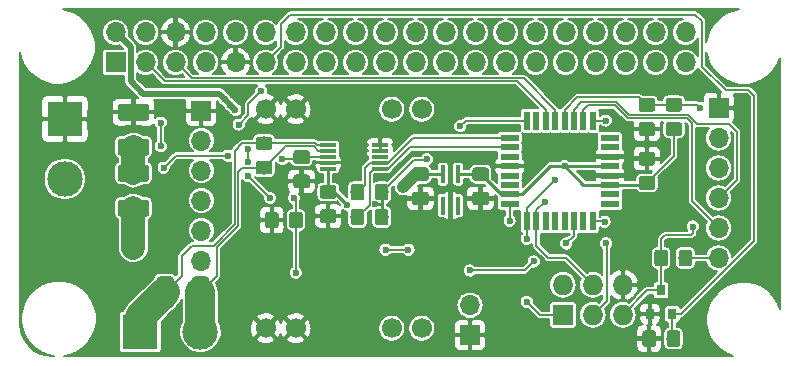
<source format=gbl>
G04 #@! TF.GenerationSoftware,KiCad,Pcbnew,5.1.2*
G04 #@! TF.CreationDate,2019-07-27T17:59:41+02:00*
G04 #@! TF.ProjectId,solarcampi,736f6c61-7263-4616-9d70-692e6b696361,C*
G04 #@! TF.SameCoordinates,Original*
G04 #@! TF.FileFunction,Copper,L2,Bot*
G04 #@! TF.FilePolarity,Positive*
%FSLAX46Y46*%
G04 Gerber Fmt 4.6, Leading zero omitted, Abs format (unit mm)*
G04 Created by KiCad (PCBNEW 5.1.2) date 2019-07-27 17:59:41*
%MOMM*%
%LPD*%
G04 APERTURE LIST*
%ADD10C,1.700000*%
%ADD11C,3.000000*%
%ADD12R,3.000000X3.000000*%
%ADD13C,0.100000*%
%ADD14C,1.425000*%
%ADD15C,1.150000*%
%ADD16R,0.800000X0.900000*%
%ADD17O,1.700000X1.700000*%
%ADD18R,1.700000X1.700000*%
%ADD19R,0.400000X1.500000*%
%ADD20R,0.550000X1.600000*%
%ADD21R,1.600000X0.550000*%
%ADD22R,1.400000X0.300000*%
%ADD23O,1.727200X1.727200*%
%ADD24R,1.727200X1.727200*%
%ADD25C,0.600000*%
%ADD26C,0.250000*%
%ADD27C,0.127000*%
%ADD28C,1.000000*%
%ADD29C,2.000000*%
%ADD30C,0.500000*%
%ADD31C,2.500000*%
%ADD32C,0.200000*%
G04 APERTURE END LIST*
D10*
X81764000Y-76321000D03*
X73636000Y-76321000D03*
X71096000Y-76321000D03*
X84304000Y-76321000D03*
X71096000Y-57779000D03*
X84304000Y-57779000D03*
X73636000Y-57779000D03*
X81764000Y-57779000D03*
D11*
X65580000Y-76630000D03*
D12*
X60500000Y-76630000D03*
D13*
G36*
X66064504Y-71936204D02*
G01*
X66088773Y-71939804D01*
X66112571Y-71945765D01*
X66135671Y-71954030D01*
X66157849Y-71964520D01*
X66178893Y-71977133D01*
X66198598Y-71991747D01*
X66216777Y-72008223D01*
X66233253Y-72026402D01*
X66247867Y-72046107D01*
X66260480Y-72067151D01*
X66270970Y-72089329D01*
X66279235Y-72112429D01*
X66285196Y-72136227D01*
X66288796Y-72160496D01*
X66290000Y-72185000D01*
X66290000Y-74335000D01*
X66288796Y-74359504D01*
X66285196Y-74383773D01*
X66279235Y-74407571D01*
X66270970Y-74430671D01*
X66260480Y-74452849D01*
X66247867Y-74473893D01*
X66233253Y-74493598D01*
X66216777Y-74511777D01*
X66198598Y-74528253D01*
X66178893Y-74542867D01*
X66157849Y-74555480D01*
X66135671Y-74565970D01*
X66112571Y-74574235D01*
X66088773Y-74580196D01*
X66064504Y-74583796D01*
X66040000Y-74585000D01*
X65115000Y-74585000D01*
X65090496Y-74583796D01*
X65066227Y-74580196D01*
X65042429Y-74574235D01*
X65019329Y-74565970D01*
X64997151Y-74555480D01*
X64976107Y-74542867D01*
X64956402Y-74528253D01*
X64938223Y-74511777D01*
X64921747Y-74493598D01*
X64907133Y-74473893D01*
X64894520Y-74452849D01*
X64884030Y-74430671D01*
X64875765Y-74407571D01*
X64869804Y-74383773D01*
X64866204Y-74359504D01*
X64865000Y-74335000D01*
X64865000Y-72185000D01*
X64866204Y-72160496D01*
X64869804Y-72136227D01*
X64875765Y-72112429D01*
X64884030Y-72089329D01*
X64894520Y-72067151D01*
X64907133Y-72046107D01*
X64921747Y-72026402D01*
X64938223Y-72008223D01*
X64956402Y-71991747D01*
X64976107Y-71977133D01*
X64997151Y-71964520D01*
X65019329Y-71954030D01*
X65042429Y-71945765D01*
X65066227Y-71939804D01*
X65090496Y-71936204D01*
X65115000Y-71935000D01*
X66040000Y-71935000D01*
X66064504Y-71936204D01*
X66064504Y-71936204D01*
G37*
D14*
X65577500Y-73260000D03*
D13*
G36*
X63089504Y-71936204D02*
G01*
X63113773Y-71939804D01*
X63137571Y-71945765D01*
X63160671Y-71954030D01*
X63182849Y-71964520D01*
X63203893Y-71977133D01*
X63223598Y-71991747D01*
X63241777Y-72008223D01*
X63258253Y-72026402D01*
X63272867Y-72046107D01*
X63285480Y-72067151D01*
X63295970Y-72089329D01*
X63304235Y-72112429D01*
X63310196Y-72136227D01*
X63313796Y-72160496D01*
X63315000Y-72185000D01*
X63315000Y-74335000D01*
X63313796Y-74359504D01*
X63310196Y-74383773D01*
X63304235Y-74407571D01*
X63295970Y-74430671D01*
X63285480Y-74452849D01*
X63272867Y-74473893D01*
X63258253Y-74493598D01*
X63241777Y-74511777D01*
X63223598Y-74528253D01*
X63203893Y-74542867D01*
X63182849Y-74555480D01*
X63160671Y-74565970D01*
X63137571Y-74574235D01*
X63113773Y-74580196D01*
X63089504Y-74583796D01*
X63065000Y-74585000D01*
X62140000Y-74585000D01*
X62115496Y-74583796D01*
X62091227Y-74580196D01*
X62067429Y-74574235D01*
X62044329Y-74565970D01*
X62022151Y-74555480D01*
X62001107Y-74542867D01*
X61981402Y-74528253D01*
X61963223Y-74511777D01*
X61946747Y-74493598D01*
X61932133Y-74473893D01*
X61919520Y-74452849D01*
X61909030Y-74430671D01*
X61900765Y-74407571D01*
X61894804Y-74383773D01*
X61891204Y-74359504D01*
X61890000Y-74335000D01*
X61890000Y-72185000D01*
X61891204Y-72160496D01*
X61894804Y-72136227D01*
X61900765Y-72112429D01*
X61909030Y-72089329D01*
X61919520Y-72067151D01*
X61932133Y-72046107D01*
X61946747Y-72026402D01*
X61963223Y-72008223D01*
X61981402Y-71991747D01*
X62001107Y-71977133D01*
X62022151Y-71964520D01*
X62044329Y-71954030D01*
X62067429Y-71945765D01*
X62091227Y-71939804D01*
X62115496Y-71936204D01*
X62140000Y-71935000D01*
X63065000Y-71935000D01*
X63089504Y-71936204D01*
X63089504Y-71936204D01*
G37*
D14*
X62602500Y-73260000D03*
D13*
G36*
X71444505Y-62151204D02*
G01*
X71468773Y-62154804D01*
X71492572Y-62160765D01*
X71515671Y-62169030D01*
X71537850Y-62179520D01*
X71558893Y-62192132D01*
X71578599Y-62206747D01*
X71596777Y-62223223D01*
X71613253Y-62241401D01*
X71627868Y-62261107D01*
X71640480Y-62282150D01*
X71650970Y-62304329D01*
X71659235Y-62327428D01*
X71665196Y-62351227D01*
X71668796Y-62375495D01*
X71670000Y-62399999D01*
X71670000Y-63050001D01*
X71668796Y-63074505D01*
X71665196Y-63098773D01*
X71659235Y-63122572D01*
X71650970Y-63145671D01*
X71640480Y-63167850D01*
X71627868Y-63188893D01*
X71613253Y-63208599D01*
X71596777Y-63226777D01*
X71578599Y-63243253D01*
X71558893Y-63257868D01*
X71537850Y-63270480D01*
X71515671Y-63280970D01*
X71492572Y-63289235D01*
X71468773Y-63295196D01*
X71444505Y-63298796D01*
X71420001Y-63300000D01*
X70519999Y-63300000D01*
X70495495Y-63298796D01*
X70471227Y-63295196D01*
X70447428Y-63289235D01*
X70424329Y-63280970D01*
X70402150Y-63270480D01*
X70381107Y-63257868D01*
X70361401Y-63243253D01*
X70343223Y-63226777D01*
X70326747Y-63208599D01*
X70312132Y-63188893D01*
X70299520Y-63167850D01*
X70289030Y-63145671D01*
X70280765Y-63122572D01*
X70274804Y-63098773D01*
X70271204Y-63074505D01*
X70270000Y-63050001D01*
X70270000Y-62399999D01*
X70271204Y-62375495D01*
X70274804Y-62351227D01*
X70280765Y-62327428D01*
X70289030Y-62304329D01*
X70299520Y-62282150D01*
X70312132Y-62261107D01*
X70326747Y-62241401D01*
X70343223Y-62223223D01*
X70361401Y-62206747D01*
X70381107Y-62192132D01*
X70402150Y-62179520D01*
X70424329Y-62169030D01*
X70447428Y-62160765D01*
X70471227Y-62154804D01*
X70495495Y-62151204D01*
X70519999Y-62150000D01*
X71420001Y-62150000D01*
X71444505Y-62151204D01*
X71444505Y-62151204D01*
G37*
D15*
X70970000Y-62725000D03*
D13*
G36*
X71444505Y-60101204D02*
G01*
X71468773Y-60104804D01*
X71492572Y-60110765D01*
X71515671Y-60119030D01*
X71537850Y-60129520D01*
X71558893Y-60142132D01*
X71578599Y-60156747D01*
X71596777Y-60173223D01*
X71613253Y-60191401D01*
X71627868Y-60211107D01*
X71640480Y-60232150D01*
X71650970Y-60254329D01*
X71659235Y-60277428D01*
X71665196Y-60301227D01*
X71668796Y-60325495D01*
X71670000Y-60349999D01*
X71670000Y-61000001D01*
X71668796Y-61024505D01*
X71665196Y-61048773D01*
X71659235Y-61072572D01*
X71650970Y-61095671D01*
X71640480Y-61117850D01*
X71627868Y-61138893D01*
X71613253Y-61158599D01*
X71596777Y-61176777D01*
X71578599Y-61193253D01*
X71558893Y-61207868D01*
X71537850Y-61220480D01*
X71515671Y-61230970D01*
X71492572Y-61239235D01*
X71468773Y-61245196D01*
X71444505Y-61248796D01*
X71420001Y-61250000D01*
X70519999Y-61250000D01*
X70495495Y-61248796D01*
X70471227Y-61245196D01*
X70447428Y-61239235D01*
X70424329Y-61230970D01*
X70402150Y-61220480D01*
X70381107Y-61207868D01*
X70361401Y-61193253D01*
X70343223Y-61176777D01*
X70326747Y-61158599D01*
X70312132Y-61138893D01*
X70299520Y-61117850D01*
X70289030Y-61095671D01*
X70280765Y-61072572D01*
X70274804Y-61048773D01*
X70271204Y-61024505D01*
X70270000Y-61000001D01*
X70270000Y-60349999D01*
X70271204Y-60325495D01*
X70274804Y-60301227D01*
X70280765Y-60277428D01*
X70289030Y-60254329D01*
X70299520Y-60232150D01*
X70312132Y-60211107D01*
X70326747Y-60191401D01*
X70343223Y-60173223D01*
X70361401Y-60156747D01*
X70381107Y-60142132D01*
X70402150Y-60129520D01*
X70424329Y-60119030D01*
X70447428Y-60110765D01*
X70471227Y-60104804D01*
X70495495Y-60101204D01*
X70519999Y-60100000D01*
X71420001Y-60100000D01*
X71444505Y-60101204D01*
X71444505Y-60101204D01*
G37*
D15*
X70970000Y-60675000D03*
D13*
G36*
X104934505Y-69671204D02*
G01*
X104958773Y-69674804D01*
X104982572Y-69680765D01*
X105005671Y-69689030D01*
X105027850Y-69699520D01*
X105048893Y-69712132D01*
X105068599Y-69726747D01*
X105086777Y-69743223D01*
X105103253Y-69761401D01*
X105117868Y-69781107D01*
X105130480Y-69802150D01*
X105140970Y-69824329D01*
X105149235Y-69847428D01*
X105155196Y-69871227D01*
X105158796Y-69895495D01*
X105160000Y-69919999D01*
X105160000Y-70820001D01*
X105158796Y-70844505D01*
X105155196Y-70868773D01*
X105149235Y-70892572D01*
X105140970Y-70915671D01*
X105130480Y-70937850D01*
X105117868Y-70958893D01*
X105103253Y-70978599D01*
X105086777Y-70996777D01*
X105068599Y-71013253D01*
X105048893Y-71027868D01*
X105027850Y-71040480D01*
X105005671Y-71050970D01*
X104982572Y-71059235D01*
X104958773Y-71065196D01*
X104934505Y-71068796D01*
X104910001Y-71070000D01*
X104259999Y-71070000D01*
X104235495Y-71068796D01*
X104211227Y-71065196D01*
X104187428Y-71059235D01*
X104164329Y-71050970D01*
X104142150Y-71040480D01*
X104121107Y-71027868D01*
X104101401Y-71013253D01*
X104083223Y-70996777D01*
X104066747Y-70978599D01*
X104052132Y-70958893D01*
X104039520Y-70937850D01*
X104029030Y-70915671D01*
X104020765Y-70892572D01*
X104014804Y-70868773D01*
X104011204Y-70844505D01*
X104010000Y-70820001D01*
X104010000Y-69919999D01*
X104011204Y-69895495D01*
X104014804Y-69871227D01*
X104020765Y-69847428D01*
X104029030Y-69824329D01*
X104039520Y-69802150D01*
X104052132Y-69781107D01*
X104066747Y-69761401D01*
X104083223Y-69743223D01*
X104101401Y-69726747D01*
X104121107Y-69712132D01*
X104142150Y-69699520D01*
X104164329Y-69689030D01*
X104187428Y-69680765D01*
X104211227Y-69674804D01*
X104235495Y-69671204D01*
X104259999Y-69670000D01*
X104910001Y-69670000D01*
X104934505Y-69671204D01*
X104934505Y-69671204D01*
G37*
D15*
X104585000Y-70370000D03*
D13*
G36*
X106984505Y-69671204D02*
G01*
X107008773Y-69674804D01*
X107032572Y-69680765D01*
X107055671Y-69689030D01*
X107077850Y-69699520D01*
X107098893Y-69712132D01*
X107118599Y-69726747D01*
X107136777Y-69743223D01*
X107153253Y-69761401D01*
X107167868Y-69781107D01*
X107180480Y-69802150D01*
X107190970Y-69824329D01*
X107199235Y-69847428D01*
X107205196Y-69871227D01*
X107208796Y-69895495D01*
X107210000Y-69919999D01*
X107210000Y-70820001D01*
X107208796Y-70844505D01*
X107205196Y-70868773D01*
X107199235Y-70892572D01*
X107190970Y-70915671D01*
X107180480Y-70937850D01*
X107167868Y-70958893D01*
X107153253Y-70978599D01*
X107136777Y-70996777D01*
X107118599Y-71013253D01*
X107098893Y-71027868D01*
X107077850Y-71040480D01*
X107055671Y-71050970D01*
X107032572Y-71059235D01*
X107008773Y-71065196D01*
X106984505Y-71068796D01*
X106960001Y-71070000D01*
X106309999Y-71070000D01*
X106285495Y-71068796D01*
X106261227Y-71065196D01*
X106237428Y-71059235D01*
X106214329Y-71050970D01*
X106192150Y-71040480D01*
X106171107Y-71027868D01*
X106151401Y-71013253D01*
X106133223Y-70996777D01*
X106116747Y-70978599D01*
X106102132Y-70958893D01*
X106089520Y-70937850D01*
X106079030Y-70915671D01*
X106070765Y-70892572D01*
X106064804Y-70868773D01*
X106061204Y-70844505D01*
X106060000Y-70820001D01*
X106060000Y-69919999D01*
X106061204Y-69895495D01*
X106064804Y-69871227D01*
X106070765Y-69847428D01*
X106079030Y-69824329D01*
X106089520Y-69802150D01*
X106102132Y-69781107D01*
X106116747Y-69761401D01*
X106133223Y-69743223D01*
X106151401Y-69726747D01*
X106171107Y-69712132D01*
X106192150Y-69699520D01*
X106214329Y-69689030D01*
X106237428Y-69680765D01*
X106261227Y-69674804D01*
X106285495Y-69671204D01*
X106309999Y-69670000D01*
X106960001Y-69670000D01*
X106984505Y-69671204D01*
X106984505Y-69671204D01*
G37*
D15*
X106635000Y-70370000D03*
D13*
G36*
X61009504Y-65446204D02*
G01*
X61033773Y-65449804D01*
X61057571Y-65455765D01*
X61080671Y-65464030D01*
X61102849Y-65474520D01*
X61123893Y-65487133D01*
X61143598Y-65501747D01*
X61161777Y-65518223D01*
X61178253Y-65536402D01*
X61192867Y-65556107D01*
X61205480Y-65577151D01*
X61215970Y-65599329D01*
X61224235Y-65622429D01*
X61230196Y-65646227D01*
X61233796Y-65670496D01*
X61235000Y-65695000D01*
X61235000Y-66620000D01*
X61233796Y-66644504D01*
X61230196Y-66668773D01*
X61224235Y-66692571D01*
X61215970Y-66715671D01*
X61205480Y-66737849D01*
X61192867Y-66758893D01*
X61178253Y-66778598D01*
X61161777Y-66796777D01*
X61143598Y-66813253D01*
X61123893Y-66827867D01*
X61102849Y-66840480D01*
X61080671Y-66850970D01*
X61057571Y-66859235D01*
X61033773Y-66865196D01*
X61009504Y-66868796D01*
X60985000Y-66870000D01*
X58835000Y-66870000D01*
X58810496Y-66868796D01*
X58786227Y-66865196D01*
X58762429Y-66859235D01*
X58739329Y-66850970D01*
X58717151Y-66840480D01*
X58696107Y-66827867D01*
X58676402Y-66813253D01*
X58658223Y-66796777D01*
X58641747Y-66778598D01*
X58627133Y-66758893D01*
X58614520Y-66737849D01*
X58604030Y-66715671D01*
X58595765Y-66692571D01*
X58589804Y-66668773D01*
X58586204Y-66644504D01*
X58585000Y-66620000D01*
X58585000Y-65695000D01*
X58586204Y-65670496D01*
X58589804Y-65646227D01*
X58595765Y-65622429D01*
X58604030Y-65599329D01*
X58614520Y-65577151D01*
X58627133Y-65556107D01*
X58641747Y-65536402D01*
X58658223Y-65518223D01*
X58676402Y-65501747D01*
X58696107Y-65487133D01*
X58717151Y-65474520D01*
X58739329Y-65464030D01*
X58762429Y-65455765D01*
X58786227Y-65449804D01*
X58810496Y-65446204D01*
X58835000Y-65445000D01*
X60985000Y-65445000D01*
X61009504Y-65446204D01*
X61009504Y-65446204D01*
G37*
D14*
X59910000Y-66157500D03*
D13*
G36*
X61009504Y-62471204D02*
G01*
X61033773Y-62474804D01*
X61057571Y-62480765D01*
X61080671Y-62489030D01*
X61102849Y-62499520D01*
X61123893Y-62512133D01*
X61143598Y-62526747D01*
X61161777Y-62543223D01*
X61178253Y-62561402D01*
X61192867Y-62581107D01*
X61205480Y-62602151D01*
X61215970Y-62624329D01*
X61224235Y-62647429D01*
X61230196Y-62671227D01*
X61233796Y-62695496D01*
X61235000Y-62720000D01*
X61235000Y-63645000D01*
X61233796Y-63669504D01*
X61230196Y-63693773D01*
X61224235Y-63717571D01*
X61215970Y-63740671D01*
X61205480Y-63762849D01*
X61192867Y-63783893D01*
X61178253Y-63803598D01*
X61161777Y-63821777D01*
X61143598Y-63838253D01*
X61123893Y-63852867D01*
X61102849Y-63865480D01*
X61080671Y-63875970D01*
X61057571Y-63884235D01*
X61033773Y-63890196D01*
X61009504Y-63893796D01*
X60985000Y-63895000D01*
X58835000Y-63895000D01*
X58810496Y-63893796D01*
X58786227Y-63890196D01*
X58762429Y-63884235D01*
X58739329Y-63875970D01*
X58717151Y-63865480D01*
X58696107Y-63852867D01*
X58676402Y-63838253D01*
X58658223Y-63821777D01*
X58641747Y-63803598D01*
X58627133Y-63783893D01*
X58614520Y-63762849D01*
X58604030Y-63740671D01*
X58595765Y-63717571D01*
X58589804Y-63693773D01*
X58586204Y-63669504D01*
X58585000Y-63645000D01*
X58585000Y-62720000D01*
X58586204Y-62695496D01*
X58589804Y-62671227D01*
X58595765Y-62647429D01*
X58604030Y-62624329D01*
X58614520Y-62602151D01*
X58627133Y-62581107D01*
X58641747Y-62561402D01*
X58658223Y-62543223D01*
X58676402Y-62526747D01*
X58696107Y-62512133D01*
X58717151Y-62499520D01*
X58739329Y-62489030D01*
X58762429Y-62480765D01*
X58786227Y-62474804D01*
X58810496Y-62471204D01*
X58835000Y-62470000D01*
X60985000Y-62470000D01*
X61009504Y-62471204D01*
X61009504Y-62471204D01*
G37*
D14*
X59910000Y-63182500D03*
D16*
X104590000Y-73100000D03*
X103640000Y-75100000D03*
X105540000Y-75100000D03*
D13*
G36*
X61019504Y-60286204D02*
G01*
X61043773Y-60289804D01*
X61067571Y-60295765D01*
X61090671Y-60304030D01*
X61112849Y-60314520D01*
X61133893Y-60327133D01*
X61153598Y-60341747D01*
X61171777Y-60358223D01*
X61188253Y-60376402D01*
X61202867Y-60396107D01*
X61215480Y-60417151D01*
X61225970Y-60439329D01*
X61234235Y-60462429D01*
X61240196Y-60486227D01*
X61243796Y-60510496D01*
X61245000Y-60535000D01*
X61245000Y-61460000D01*
X61243796Y-61484504D01*
X61240196Y-61508773D01*
X61234235Y-61532571D01*
X61225970Y-61555671D01*
X61215480Y-61577849D01*
X61202867Y-61598893D01*
X61188253Y-61618598D01*
X61171777Y-61636777D01*
X61153598Y-61653253D01*
X61133893Y-61667867D01*
X61112849Y-61680480D01*
X61090671Y-61690970D01*
X61067571Y-61699235D01*
X61043773Y-61705196D01*
X61019504Y-61708796D01*
X60995000Y-61710000D01*
X58845000Y-61710000D01*
X58820496Y-61708796D01*
X58796227Y-61705196D01*
X58772429Y-61699235D01*
X58749329Y-61690970D01*
X58727151Y-61680480D01*
X58706107Y-61667867D01*
X58686402Y-61653253D01*
X58668223Y-61636777D01*
X58651747Y-61618598D01*
X58637133Y-61598893D01*
X58624520Y-61577849D01*
X58614030Y-61555671D01*
X58605765Y-61532571D01*
X58599804Y-61508773D01*
X58596204Y-61484504D01*
X58595000Y-61460000D01*
X58595000Y-60535000D01*
X58596204Y-60510496D01*
X58599804Y-60486227D01*
X58605765Y-60462429D01*
X58614030Y-60439329D01*
X58624520Y-60417151D01*
X58637133Y-60396107D01*
X58651747Y-60376402D01*
X58668223Y-60358223D01*
X58686402Y-60341747D01*
X58706107Y-60327133D01*
X58727151Y-60314520D01*
X58749329Y-60304030D01*
X58772429Y-60295765D01*
X58796227Y-60289804D01*
X58820496Y-60286204D01*
X58845000Y-60285000D01*
X60995000Y-60285000D01*
X61019504Y-60286204D01*
X61019504Y-60286204D01*
G37*
D14*
X59920000Y-60997500D03*
D13*
G36*
X61019504Y-57311204D02*
G01*
X61043773Y-57314804D01*
X61067571Y-57320765D01*
X61090671Y-57329030D01*
X61112849Y-57339520D01*
X61133893Y-57352133D01*
X61153598Y-57366747D01*
X61171777Y-57383223D01*
X61188253Y-57401402D01*
X61202867Y-57421107D01*
X61215480Y-57442151D01*
X61225970Y-57464329D01*
X61234235Y-57487429D01*
X61240196Y-57511227D01*
X61243796Y-57535496D01*
X61245000Y-57560000D01*
X61245000Y-58485000D01*
X61243796Y-58509504D01*
X61240196Y-58533773D01*
X61234235Y-58557571D01*
X61225970Y-58580671D01*
X61215480Y-58602849D01*
X61202867Y-58623893D01*
X61188253Y-58643598D01*
X61171777Y-58661777D01*
X61153598Y-58678253D01*
X61133893Y-58692867D01*
X61112849Y-58705480D01*
X61090671Y-58715970D01*
X61067571Y-58724235D01*
X61043773Y-58730196D01*
X61019504Y-58733796D01*
X60995000Y-58735000D01*
X58845000Y-58735000D01*
X58820496Y-58733796D01*
X58796227Y-58730196D01*
X58772429Y-58724235D01*
X58749329Y-58715970D01*
X58727151Y-58705480D01*
X58706107Y-58692867D01*
X58686402Y-58678253D01*
X58668223Y-58661777D01*
X58651747Y-58643598D01*
X58637133Y-58623893D01*
X58624520Y-58602849D01*
X58614030Y-58580671D01*
X58605765Y-58557571D01*
X58599804Y-58533773D01*
X58596204Y-58509504D01*
X58595000Y-58485000D01*
X58595000Y-57560000D01*
X58596204Y-57535496D01*
X58599804Y-57511227D01*
X58605765Y-57487429D01*
X58614030Y-57464329D01*
X58624520Y-57442151D01*
X58637133Y-57421107D01*
X58651747Y-57401402D01*
X58668223Y-57383223D01*
X58686402Y-57366747D01*
X58706107Y-57352133D01*
X58727151Y-57339520D01*
X58749329Y-57329030D01*
X58772429Y-57320765D01*
X58796227Y-57314804D01*
X58820496Y-57311204D01*
X58845000Y-57310000D01*
X60995000Y-57310000D01*
X61019504Y-57311204D01*
X61019504Y-57311204D01*
G37*
D14*
X59920000Y-58022500D03*
D11*
X54102000Y-63682000D03*
D12*
X54102000Y-58602000D03*
D17*
X88400000Y-74360000D03*
D18*
X88400000Y-76900000D03*
D19*
X87400000Y-63270000D03*
X86100000Y-63270000D03*
X86100000Y-65930000D03*
X86750000Y-65930000D03*
X87400000Y-65930000D03*
D13*
G36*
X71970505Y-66460204D02*
G01*
X71994773Y-66463804D01*
X72018572Y-66469765D01*
X72041671Y-66478030D01*
X72063850Y-66488520D01*
X72084893Y-66501132D01*
X72104599Y-66515747D01*
X72122777Y-66532223D01*
X72139253Y-66550401D01*
X72153868Y-66570107D01*
X72166480Y-66591150D01*
X72176970Y-66613329D01*
X72185235Y-66636428D01*
X72191196Y-66660227D01*
X72194796Y-66684495D01*
X72196000Y-66708999D01*
X72196000Y-67609001D01*
X72194796Y-67633505D01*
X72191196Y-67657773D01*
X72185235Y-67681572D01*
X72176970Y-67704671D01*
X72166480Y-67726850D01*
X72153868Y-67747893D01*
X72139253Y-67767599D01*
X72122777Y-67785777D01*
X72104599Y-67802253D01*
X72084893Y-67816868D01*
X72063850Y-67829480D01*
X72041671Y-67839970D01*
X72018572Y-67848235D01*
X71994773Y-67854196D01*
X71970505Y-67857796D01*
X71946001Y-67859000D01*
X71295999Y-67859000D01*
X71271495Y-67857796D01*
X71247227Y-67854196D01*
X71223428Y-67848235D01*
X71200329Y-67839970D01*
X71178150Y-67829480D01*
X71157107Y-67816868D01*
X71137401Y-67802253D01*
X71119223Y-67785777D01*
X71102747Y-67767599D01*
X71088132Y-67747893D01*
X71075520Y-67726850D01*
X71065030Y-67704671D01*
X71056765Y-67681572D01*
X71050804Y-67657773D01*
X71047204Y-67633505D01*
X71046000Y-67609001D01*
X71046000Y-66708999D01*
X71047204Y-66684495D01*
X71050804Y-66660227D01*
X71056765Y-66636428D01*
X71065030Y-66613329D01*
X71075520Y-66591150D01*
X71088132Y-66570107D01*
X71102747Y-66550401D01*
X71119223Y-66532223D01*
X71137401Y-66515747D01*
X71157107Y-66501132D01*
X71178150Y-66488520D01*
X71200329Y-66478030D01*
X71223428Y-66469765D01*
X71247227Y-66463804D01*
X71271495Y-66460204D01*
X71295999Y-66459000D01*
X71946001Y-66459000D01*
X71970505Y-66460204D01*
X71970505Y-66460204D01*
G37*
D15*
X71621000Y-67159000D03*
D13*
G36*
X74020505Y-66460204D02*
G01*
X74044773Y-66463804D01*
X74068572Y-66469765D01*
X74091671Y-66478030D01*
X74113850Y-66488520D01*
X74134893Y-66501132D01*
X74154599Y-66515747D01*
X74172777Y-66532223D01*
X74189253Y-66550401D01*
X74203868Y-66570107D01*
X74216480Y-66591150D01*
X74226970Y-66613329D01*
X74235235Y-66636428D01*
X74241196Y-66660227D01*
X74244796Y-66684495D01*
X74246000Y-66708999D01*
X74246000Y-67609001D01*
X74244796Y-67633505D01*
X74241196Y-67657773D01*
X74235235Y-67681572D01*
X74226970Y-67704671D01*
X74216480Y-67726850D01*
X74203868Y-67747893D01*
X74189253Y-67767599D01*
X74172777Y-67785777D01*
X74154599Y-67802253D01*
X74134893Y-67816868D01*
X74113850Y-67829480D01*
X74091671Y-67839970D01*
X74068572Y-67848235D01*
X74044773Y-67854196D01*
X74020505Y-67857796D01*
X73996001Y-67859000D01*
X73345999Y-67859000D01*
X73321495Y-67857796D01*
X73297227Y-67854196D01*
X73273428Y-67848235D01*
X73250329Y-67839970D01*
X73228150Y-67829480D01*
X73207107Y-67816868D01*
X73187401Y-67802253D01*
X73169223Y-67785777D01*
X73152747Y-67767599D01*
X73138132Y-67747893D01*
X73125520Y-67726850D01*
X73115030Y-67704671D01*
X73106765Y-67681572D01*
X73100804Y-67657773D01*
X73097204Y-67633505D01*
X73096000Y-67609001D01*
X73096000Y-66708999D01*
X73097204Y-66684495D01*
X73100804Y-66660227D01*
X73106765Y-66636428D01*
X73115030Y-66613329D01*
X73125520Y-66591150D01*
X73138132Y-66570107D01*
X73152747Y-66550401D01*
X73169223Y-66532223D01*
X73187401Y-66515747D01*
X73207107Y-66501132D01*
X73228150Y-66488520D01*
X73250329Y-66478030D01*
X73273428Y-66469765D01*
X73297227Y-66463804D01*
X73321495Y-66460204D01*
X73345999Y-66459000D01*
X73996001Y-66459000D01*
X74020505Y-66460204D01*
X74020505Y-66460204D01*
G37*
D15*
X73671000Y-67159000D03*
D13*
G36*
X103924505Y-76501204D02*
G01*
X103948773Y-76504804D01*
X103972572Y-76510765D01*
X103995671Y-76519030D01*
X104017850Y-76529520D01*
X104038893Y-76542132D01*
X104058599Y-76556747D01*
X104076777Y-76573223D01*
X104093253Y-76591401D01*
X104107868Y-76611107D01*
X104120480Y-76632150D01*
X104130970Y-76654329D01*
X104139235Y-76677428D01*
X104145196Y-76701227D01*
X104148796Y-76725495D01*
X104150000Y-76749999D01*
X104150000Y-77650001D01*
X104148796Y-77674505D01*
X104145196Y-77698773D01*
X104139235Y-77722572D01*
X104130970Y-77745671D01*
X104120480Y-77767850D01*
X104107868Y-77788893D01*
X104093253Y-77808599D01*
X104076777Y-77826777D01*
X104058599Y-77843253D01*
X104038893Y-77857868D01*
X104017850Y-77870480D01*
X103995671Y-77880970D01*
X103972572Y-77889235D01*
X103948773Y-77895196D01*
X103924505Y-77898796D01*
X103900001Y-77900000D01*
X103249999Y-77900000D01*
X103225495Y-77898796D01*
X103201227Y-77895196D01*
X103177428Y-77889235D01*
X103154329Y-77880970D01*
X103132150Y-77870480D01*
X103111107Y-77857868D01*
X103091401Y-77843253D01*
X103073223Y-77826777D01*
X103056747Y-77808599D01*
X103042132Y-77788893D01*
X103029520Y-77767850D01*
X103019030Y-77745671D01*
X103010765Y-77722572D01*
X103004804Y-77698773D01*
X103001204Y-77674505D01*
X103000000Y-77650001D01*
X103000000Y-76749999D01*
X103001204Y-76725495D01*
X103004804Y-76701227D01*
X103010765Y-76677428D01*
X103019030Y-76654329D01*
X103029520Y-76632150D01*
X103042132Y-76611107D01*
X103056747Y-76591401D01*
X103073223Y-76573223D01*
X103091401Y-76556747D01*
X103111107Y-76542132D01*
X103132150Y-76529520D01*
X103154329Y-76519030D01*
X103177428Y-76510765D01*
X103201227Y-76504804D01*
X103225495Y-76501204D01*
X103249999Y-76500000D01*
X103900001Y-76500000D01*
X103924505Y-76501204D01*
X103924505Y-76501204D01*
G37*
D15*
X103575000Y-77200000D03*
D13*
G36*
X105974505Y-76501204D02*
G01*
X105998773Y-76504804D01*
X106022572Y-76510765D01*
X106045671Y-76519030D01*
X106067850Y-76529520D01*
X106088893Y-76542132D01*
X106108599Y-76556747D01*
X106126777Y-76573223D01*
X106143253Y-76591401D01*
X106157868Y-76611107D01*
X106170480Y-76632150D01*
X106180970Y-76654329D01*
X106189235Y-76677428D01*
X106195196Y-76701227D01*
X106198796Y-76725495D01*
X106200000Y-76749999D01*
X106200000Y-77650001D01*
X106198796Y-77674505D01*
X106195196Y-77698773D01*
X106189235Y-77722572D01*
X106180970Y-77745671D01*
X106170480Y-77767850D01*
X106157868Y-77788893D01*
X106143253Y-77808599D01*
X106126777Y-77826777D01*
X106108599Y-77843253D01*
X106088893Y-77857868D01*
X106067850Y-77870480D01*
X106045671Y-77880970D01*
X106022572Y-77889235D01*
X105998773Y-77895196D01*
X105974505Y-77898796D01*
X105950001Y-77900000D01*
X105299999Y-77900000D01*
X105275495Y-77898796D01*
X105251227Y-77895196D01*
X105227428Y-77889235D01*
X105204329Y-77880970D01*
X105182150Y-77870480D01*
X105161107Y-77857868D01*
X105141401Y-77843253D01*
X105123223Y-77826777D01*
X105106747Y-77808599D01*
X105092132Y-77788893D01*
X105079520Y-77767850D01*
X105069030Y-77745671D01*
X105060765Y-77722572D01*
X105054804Y-77698773D01*
X105051204Y-77674505D01*
X105050000Y-77650001D01*
X105050000Y-76749999D01*
X105051204Y-76725495D01*
X105054804Y-76701227D01*
X105060765Y-76677428D01*
X105069030Y-76654329D01*
X105079520Y-76632150D01*
X105092132Y-76611107D01*
X105106747Y-76591401D01*
X105123223Y-76573223D01*
X105141401Y-76556747D01*
X105161107Y-76542132D01*
X105182150Y-76529520D01*
X105204329Y-76519030D01*
X105227428Y-76510765D01*
X105251227Y-76504804D01*
X105275495Y-76501204D01*
X105299999Y-76500000D01*
X105950001Y-76500000D01*
X105974505Y-76501204D01*
X105974505Y-76501204D01*
G37*
D15*
X105625000Y-77200000D03*
D17*
X109460000Y-70370000D03*
X109460000Y-67830000D03*
X109460000Y-65290000D03*
X109460000Y-62750000D03*
X109460000Y-60210000D03*
D18*
X109460000Y-57670000D03*
D13*
G36*
X81274505Y-66201204D02*
G01*
X81298773Y-66204804D01*
X81322572Y-66210765D01*
X81345671Y-66219030D01*
X81367850Y-66229520D01*
X81388893Y-66242132D01*
X81408599Y-66256747D01*
X81426777Y-66273223D01*
X81443253Y-66291401D01*
X81457868Y-66311107D01*
X81470480Y-66332150D01*
X81480970Y-66354329D01*
X81489235Y-66377428D01*
X81495196Y-66401227D01*
X81498796Y-66425495D01*
X81500000Y-66449999D01*
X81500000Y-67350001D01*
X81498796Y-67374505D01*
X81495196Y-67398773D01*
X81489235Y-67422572D01*
X81480970Y-67445671D01*
X81470480Y-67467850D01*
X81457868Y-67488893D01*
X81443253Y-67508599D01*
X81426777Y-67526777D01*
X81408599Y-67543253D01*
X81388893Y-67557868D01*
X81367850Y-67570480D01*
X81345671Y-67580970D01*
X81322572Y-67589235D01*
X81298773Y-67595196D01*
X81274505Y-67598796D01*
X81250001Y-67600000D01*
X80599999Y-67600000D01*
X80575495Y-67598796D01*
X80551227Y-67595196D01*
X80527428Y-67589235D01*
X80504329Y-67580970D01*
X80482150Y-67570480D01*
X80461107Y-67557868D01*
X80441401Y-67543253D01*
X80423223Y-67526777D01*
X80406747Y-67508599D01*
X80392132Y-67488893D01*
X80379520Y-67467850D01*
X80369030Y-67445671D01*
X80360765Y-67422572D01*
X80354804Y-67398773D01*
X80351204Y-67374505D01*
X80350000Y-67350001D01*
X80350000Y-66449999D01*
X80351204Y-66425495D01*
X80354804Y-66401227D01*
X80360765Y-66377428D01*
X80369030Y-66354329D01*
X80379520Y-66332150D01*
X80392132Y-66311107D01*
X80406747Y-66291401D01*
X80423223Y-66273223D01*
X80441401Y-66256747D01*
X80461107Y-66242132D01*
X80482150Y-66229520D01*
X80504329Y-66219030D01*
X80527428Y-66210765D01*
X80551227Y-66204804D01*
X80575495Y-66201204D01*
X80599999Y-66200000D01*
X81250001Y-66200000D01*
X81274505Y-66201204D01*
X81274505Y-66201204D01*
G37*
D15*
X80925000Y-66900000D03*
D13*
G36*
X79224505Y-66201204D02*
G01*
X79248773Y-66204804D01*
X79272572Y-66210765D01*
X79295671Y-66219030D01*
X79317850Y-66229520D01*
X79338893Y-66242132D01*
X79358599Y-66256747D01*
X79376777Y-66273223D01*
X79393253Y-66291401D01*
X79407868Y-66311107D01*
X79420480Y-66332150D01*
X79430970Y-66354329D01*
X79439235Y-66377428D01*
X79445196Y-66401227D01*
X79448796Y-66425495D01*
X79450000Y-66449999D01*
X79450000Y-67350001D01*
X79448796Y-67374505D01*
X79445196Y-67398773D01*
X79439235Y-67422572D01*
X79430970Y-67445671D01*
X79420480Y-67467850D01*
X79407868Y-67488893D01*
X79393253Y-67508599D01*
X79376777Y-67526777D01*
X79358599Y-67543253D01*
X79338893Y-67557868D01*
X79317850Y-67570480D01*
X79295671Y-67580970D01*
X79272572Y-67589235D01*
X79248773Y-67595196D01*
X79224505Y-67598796D01*
X79200001Y-67600000D01*
X78549999Y-67600000D01*
X78525495Y-67598796D01*
X78501227Y-67595196D01*
X78477428Y-67589235D01*
X78454329Y-67580970D01*
X78432150Y-67570480D01*
X78411107Y-67557868D01*
X78391401Y-67543253D01*
X78373223Y-67526777D01*
X78356747Y-67508599D01*
X78342132Y-67488893D01*
X78329520Y-67467850D01*
X78319030Y-67445671D01*
X78310765Y-67422572D01*
X78304804Y-67398773D01*
X78301204Y-67374505D01*
X78300000Y-67350001D01*
X78300000Y-66449999D01*
X78301204Y-66425495D01*
X78304804Y-66401227D01*
X78310765Y-66377428D01*
X78319030Y-66354329D01*
X78329520Y-66332150D01*
X78342132Y-66311107D01*
X78356747Y-66291401D01*
X78373223Y-66273223D01*
X78391401Y-66256747D01*
X78411107Y-66242132D01*
X78432150Y-66229520D01*
X78454329Y-66219030D01*
X78477428Y-66210765D01*
X78501227Y-66204804D01*
X78525495Y-66201204D01*
X78549999Y-66200000D01*
X79200001Y-66200000D01*
X79224505Y-66201204D01*
X79224505Y-66201204D01*
G37*
D15*
X78875000Y-66900000D03*
D13*
G36*
X84674505Y-64751204D02*
G01*
X84698773Y-64754804D01*
X84722572Y-64760765D01*
X84745671Y-64769030D01*
X84767850Y-64779520D01*
X84788893Y-64792132D01*
X84808599Y-64806747D01*
X84826777Y-64823223D01*
X84843253Y-64841401D01*
X84857868Y-64861107D01*
X84870480Y-64882150D01*
X84880970Y-64904329D01*
X84889235Y-64927428D01*
X84895196Y-64951227D01*
X84898796Y-64975495D01*
X84900000Y-64999999D01*
X84900000Y-65650001D01*
X84898796Y-65674505D01*
X84895196Y-65698773D01*
X84889235Y-65722572D01*
X84880970Y-65745671D01*
X84870480Y-65767850D01*
X84857868Y-65788893D01*
X84843253Y-65808599D01*
X84826777Y-65826777D01*
X84808599Y-65843253D01*
X84788893Y-65857868D01*
X84767850Y-65870480D01*
X84745671Y-65880970D01*
X84722572Y-65889235D01*
X84698773Y-65895196D01*
X84674505Y-65898796D01*
X84650001Y-65900000D01*
X83749999Y-65900000D01*
X83725495Y-65898796D01*
X83701227Y-65895196D01*
X83677428Y-65889235D01*
X83654329Y-65880970D01*
X83632150Y-65870480D01*
X83611107Y-65857868D01*
X83591401Y-65843253D01*
X83573223Y-65826777D01*
X83556747Y-65808599D01*
X83542132Y-65788893D01*
X83529520Y-65767850D01*
X83519030Y-65745671D01*
X83510765Y-65722572D01*
X83504804Y-65698773D01*
X83501204Y-65674505D01*
X83500000Y-65650001D01*
X83500000Y-64999999D01*
X83501204Y-64975495D01*
X83504804Y-64951227D01*
X83510765Y-64927428D01*
X83519030Y-64904329D01*
X83529520Y-64882150D01*
X83542132Y-64861107D01*
X83556747Y-64841401D01*
X83573223Y-64823223D01*
X83591401Y-64806747D01*
X83611107Y-64792132D01*
X83632150Y-64779520D01*
X83654329Y-64769030D01*
X83677428Y-64760765D01*
X83701227Y-64754804D01*
X83725495Y-64751204D01*
X83749999Y-64750000D01*
X84650001Y-64750000D01*
X84674505Y-64751204D01*
X84674505Y-64751204D01*
G37*
D15*
X84200000Y-65325000D03*
D13*
G36*
X84674505Y-62701204D02*
G01*
X84698773Y-62704804D01*
X84722572Y-62710765D01*
X84745671Y-62719030D01*
X84767850Y-62729520D01*
X84788893Y-62742132D01*
X84808599Y-62756747D01*
X84826777Y-62773223D01*
X84843253Y-62791401D01*
X84857868Y-62811107D01*
X84870480Y-62832150D01*
X84880970Y-62854329D01*
X84889235Y-62877428D01*
X84895196Y-62901227D01*
X84898796Y-62925495D01*
X84900000Y-62949999D01*
X84900000Y-63600001D01*
X84898796Y-63624505D01*
X84895196Y-63648773D01*
X84889235Y-63672572D01*
X84880970Y-63695671D01*
X84870480Y-63717850D01*
X84857868Y-63738893D01*
X84843253Y-63758599D01*
X84826777Y-63776777D01*
X84808599Y-63793253D01*
X84788893Y-63807868D01*
X84767850Y-63820480D01*
X84745671Y-63830970D01*
X84722572Y-63839235D01*
X84698773Y-63845196D01*
X84674505Y-63848796D01*
X84650001Y-63850000D01*
X83749999Y-63850000D01*
X83725495Y-63848796D01*
X83701227Y-63845196D01*
X83677428Y-63839235D01*
X83654329Y-63830970D01*
X83632150Y-63820480D01*
X83611107Y-63807868D01*
X83591401Y-63793253D01*
X83573223Y-63776777D01*
X83556747Y-63758599D01*
X83542132Y-63738893D01*
X83529520Y-63717850D01*
X83519030Y-63695671D01*
X83510765Y-63672572D01*
X83504804Y-63648773D01*
X83501204Y-63624505D01*
X83500000Y-63600001D01*
X83500000Y-62949999D01*
X83501204Y-62925495D01*
X83504804Y-62901227D01*
X83510765Y-62877428D01*
X83519030Y-62854329D01*
X83529520Y-62832150D01*
X83542132Y-62811107D01*
X83556747Y-62791401D01*
X83573223Y-62773223D01*
X83591401Y-62756747D01*
X83611107Y-62742132D01*
X83632150Y-62729520D01*
X83654329Y-62719030D01*
X83677428Y-62710765D01*
X83701227Y-62704804D01*
X83725495Y-62701204D01*
X83749999Y-62700000D01*
X84650001Y-62700000D01*
X84674505Y-62701204D01*
X84674505Y-62701204D01*
G37*
D15*
X84200000Y-63275000D03*
D13*
G36*
X89774505Y-64751204D02*
G01*
X89798773Y-64754804D01*
X89822572Y-64760765D01*
X89845671Y-64769030D01*
X89867850Y-64779520D01*
X89888893Y-64792132D01*
X89908599Y-64806747D01*
X89926777Y-64823223D01*
X89943253Y-64841401D01*
X89957868Y-64861107D01*
X89970480Y-64882150D01*
X89980970Y-64904329D01*
X89989235Y-64927428D01*
X89995196Y-64951227D01*
X89998796Y-64975495D01*
X90000000Y-64999999D01*
X90000000Y-65650001D01*
X89998796Y-65674505D01*
X89995196Y-65698773D01*
X89989235Y-65722572D01*
X89980970Y-65745671D01*
X89970480Y-65767850D01*
X89957868Y-65788893D01*
X89943253Y-65808599D01*
X89926777Y-65826777D01*
X89908599Y-65843253D01*
X89888893Y-65857868D01*
X89867850Y-65870480D01*
X89845671Y-65880970D01*
X89822572Y-65889235D01*
X89798773Y-65895196D01*
X89774505Y-65898796D01*
X89750001Y-65900000D01*
X88849999Y-65900000D01*
X88825495Y-65898796D01*
X88801227Y-65895196D01*
X88777428Y-65889235D01*
X88754329Y-65880970D01*
X88732150Y-65870480D01*
X88711107Y-65857868D01*
X88691401Y-65843253D01*
X88673223Y-65826777D01*
X88656747Y-65808599D01*
X88642132Y-65788893D01*
X88629520Y-65767850D01*
X88619030Y-65745671D01*
X88610765Y-65722572D01*
X88604804Y-65698773D01*
X88601204Y-65674505D01*
X88600000Y-65650001D01*
X88600000Y-64999999D01*
X88601204Y-64975495D01*
X88604804Y-64951227D01*
X88610765Y-64927428D01*
X88619030Y-64904329D01*
X88629520Y-64882150D01*
X88642132Y-64861107D01*
X88656747Y-64841401D01*
X88673223Y-64823223D01*
X88691401Y-64806747D01*
X88711107Y-64792132D01*
X88732150Y-64779520D01*
X88754329Y-64769030D01*
X88777428Y-64760765D01*
X88801227Y-64754804D01*
X88825495Y-64751204D01*
X88849999Y-64750000D01*
X89750001Y-64750000D01*
X89774505Y-64751204D01*
X89774505Y-64751204D01*
G37*
D15*
X89300000Y-65325000D03*
D13*
G36*
X89774505Y-62701204D02*
G01*
X89798773Y-62704804D01*
X89822572Y-62710765D01*
X89845671Y-62719030D01*
X89867850Y-62729520D01*
X89888893Y-62742132D01*
X89908599Y-62756747D01*
X89926777Y-62773223D01*
X89943253Y-62791401D01*
X89957868Y-62811107D01*
X89970480Y-62832150D01*
X89980970Y-62854329D01*
X89989235Y-62877428D01*
X89995196Y-62901227D01*
X89998796Y-62925495D01*
X90000000Y-62949999D01*
X90000000Y-63600001D01*
X89998796Y-63624505D01*
X89995196Y-63648773D01*
X89989235Y-63672572D01*
X89980970Y-63695671D01*
X89970480Y-63717850D01*
X89957868Y-63738893D01*
X89943253Y-63758599D01*
X89926777Y-63776777D01*
X89908599Y-63793253D01*
X89888893Y-63807868D01*
X89867850Y-63820480D01*
X89845671Y-63830970D01*
X89822572Y-63839235D01*
X89798773Y-63845196D01*
X89774505Y-63848796D01*
X89750001Y-63850000D01*
X88849999Y-63850000D01*
X88825495Y-63848796D01*
X88801227Y-63845196D01*
X88777428Y-63839235D01*
X88754329Y-63830970D01*
X88732150Y-63820480D01*
X88711107Y-63807868D01*
X88691401Y-63793253D01*
X88673223Y-63776777D01*
X88656747Y-63758599D01*
X88642132Y-63738893D01*
X88629520Y-63717850D01*
X88619030Y-63695671D01*
X88610765Y-63672572D01*
X88604804Y-63648773D01*
X88601204Y-63624505D01*
X88600000Y-63600001D01*
X88600000Y-62949999D01*
X88601204Y-62925495D01*
X88604804Y-62901227D01*
X88610765Y-62877428D01*
X88619030Y-62854329D01*
X88629520Y-62832150D01*
X88642132Y-62811107D01*
X88656747Y-62791401D01*
X88673223Y-62773223D01*
X88691401Y-62756747D01*
X88711107Y-62742132D01*
X88732150Y-62729520D01*
X88754329Y-62719030D01*
X88777428Y-62710765D01*
X88801227Y-62704804D01*
X88825495Y-62701204D01*
X88849999Y-62700000D01*
X89750001Y-62700000D01*
X89774505Y-62701204D01*
X89774505Y-62701204D01*
G37*
D15*
X89300000Y-63275000D03*
D20*
X98812000Y-58742000D03*
X98012000Y-58742000D03*
X97212000Y-58742000D03*
X96412000Y-58742000D03*
X95612000Y-58742000D03*
X94812000Y-58742000D03*
X94012000Y-58742000D03*
X93212000Y-58742000D03*
D21*
X91762000Y-60192000D03*
X91762000Y-60992000D03*
X91762000Y-61792000D03*
X91762000Y-62592000D03*
X91762000Y-63392000D03*
X91762000Y-64192000D03*
X91762000Y-64992000D03*
X91762000Y-65792000D03*
D20*
X93212000Y-67242000D03*
X94012000Y-67242000D03*
X94812000Y-67242000D03*
X95612000Y-67242000D03*
X96412000Y-67242000D03*
X97212000Y-67242000D03*
X98012000Y-67242000D03*
X98812000Y-67242000D03*
D21*
X100262000Y-65792000D03*
X100262000Y-64992000D03*
X100262000Y-64192000D03*
X100262000Y-63392000D03*
X100262000Y-62592000D03*
X100262000Y-61792000D03*
X100262000Y-60992000D03*
X100262000Y-60192000D03*
D22*
X76400000Y-60800000D03*
X76400000Y-61300000D03*
X76400000Y-61800000D03*
X76400000Y-62300000D03*
X76400000Y-62800000D03*
X80800000Y-62800000D03*
X80800000Y-62300000D03*
X80800000Y-61800000D03*
X80800000Y-61300000D03*
X80800000Y-60800000D03*
D13*
G36*
X81274505Y-64101204D02*
G01*
X81298773Y-64104804D01*
X81322572Y-64110765D01*
X81345671Y-64119030D01*
X81367850Y-64129520D01*
X81388893Y-64142132D01*
X81408599Y-64156747D01*
X81426777Y-64173223D01*
X81443253Y-64191401D01*
X81457868Y-64211107D01*
X81470480Y-64232150D01*
X81480970Y-64254329D01*
X81489235Y-64277428D01*
X81495196Y-64301227D01*
X81498796Y-64325495D01*
X81500000Y-64349999D01*
X81500000Y-65250001D01*
X81498796Y-65274505D01*
X81495196Y-65298773D01*
X81489235Y-65322572D01*
X81480970Y-65345671D01*
X81470480Y-65367850D01*
X81457868Y-65388893D01*
X81443253Y-65408599D01*
X81426777Y-65426777D01*
X81408599Y-65443253D01*
X81388893Y-65457868D01*
X81367850Y-65470480D01*
X81345671Y-65480970D01*
X81322572Y-65489235D01*
X81298773Y-65495196D01*
X81274505Y-65498796D01*
X81250001Y-65500000D01*
X80599999Y-65500000D01*
X80575495Y-65498796D01*
X80551227Y-65495196D01*
X80527428Y-65489235D01*
X80504329Y-65480970D01*
X80482150Y-65470480D01*
X80461107Y-65457868D01*
X80441401Y-65443253D01*
X80423223Y-65426777D01*
X80406747Y-65408599D01*
X80392132Y-65388893D01*
X80379520Y-65367850D01*
X80369030Y-65345671D01*
X80360765Y-65322572D01*
X80354804Y-65298773D01*
X80351204Y-65274505D01*
X80350000Y-65250001D01*
X80350000Y-64349999D01*
X80351204Y-64325495D01*
X80354804Y-64301227D01*
X80360765Y-64277428D01*
X80369030Y-64254329D01*
X80379520Y-64232150D01*
X80392132Y-64211107D01*
X80406747Y-64191401D01*
X80423223Y-64173223D01*
X80441401Y-64156747D01*
X80461107Y-64142132D01*
X80482150Y-64129520D01*
X80504329Y-64119030D01*
X80527428Y-64110765D01*
X80551227Y-64104804D01*
X80575495Y-64101204D01*
X80599999Y-64100000D01*
X81250001Y-64100000D01*
X81274505Y-64101204D01*
X81274505Y-64101204D01*
G37*
D15*
X80925000Y-64800000D03*
D13*
G36*
X79224505Y-64101204D02*
G01*
X79248773Y-64104804D01*
X79272572Y-64110765D01*
X79295671Y-64119030D01*
X79317850Y-64129520D01*
X79338893Y-64142132D01*
X79358599Y-64156747D01*
X79376777Y-64173223D01*
X79393253Y-64191401D01*
X79407868Y-64211107D01*
X79420480Y-64232150D01*
X79430970Y-64254329D01*
X79439235Y-64277428D01*
X79445196Y-64301227D01*
X79448796Y-64325495D01*
X79450000Y-64349999D01*
X79450000Y-65250001D01*
X79448796Y-65274505D01*
X79445196Y-65298773D01*
X79439235Y-65322572D01*
X79430970Y-65345671D01*
X79420480Y-65367850D01*
X79407868Y-65388893D01*
X79393253Y-65408599D01*
X79376777Y-65426777D01*
X79358599Y-65443253D01*
X79338893Y-65457868D01*
X79317850Y-65470480D01*
X79295671Y-65480970D01*
X79272572Y-65489235D01*
X79248773Y-65495196D01*
X79224505Y-65498796D01*
X79200001Y-65500000D01*
X78549999Y-65500000D01*
X78525495Y-65498796D01*
X78501227Y-65495196D01*
X78477428Y-65489235D01*
X78454329Y-65480970D01*
X78432150Y-65470480D01*
X78411107Y-65457868D01*
X78391401Y-65443253D01*
X78373223Y-65426777D01*
X78356747Y-65408599D01*
X78342132Y-65388893D01*
X78329520Y-65367850D01*
X78319030Y-65345671D01*
X78310765Y-65322572D01*
X78304804Y-65298773D01*
X78301204Y-65274505D01*
X78300000Y-65250001D01*
X78300000Y-64349999D01*
X78301204Y-64325495D01*
X78304804Y-64301227D01*
X78310765Y-64277428D01*
X78319030Y-64254329D01*
X78329520Y-64232150D01*
X78342132Y-64211107D01*
X78356747Y-64191401D01*
X78373223Y-64173223D01*
X78391401Y-64156747D01*
X78411107Y-64142132D01*
X78432150Y-64129520D01*
X78454329Y-64119030D01*
X78477428Y-64110765D01*
X78501227Y-64104804D01*
X78525495Y-64101204D01*
X78549999Y-64100000D01*
X79200001Y-64100000D01*
X79224505Y-64101204D01*
X79224505Y-64101204D01*
G37*
D15*
X78875000Y-64800000D03*
D13*
G36*
X106138505Y-56821204D02*
G01*
X106162773Y-56824804D01*
X106186572Y-56830765D01*
X106209671Y-56839030D01*
X106231850Y-56849520D01*
X106252893Y-56862132D01*
X106272599Y-56876747D01*
X106290777Y-56893223D01*
X106307253Y-56911401D01*
X106321868Y-56931107D01*
X106334480Y-56952150D01*
X106344970Y-56974329D01*
X106353235Y-56997428D01*
X106359196Y-57021227D01*
X106362796Y-57045495D01*
X106364000Y-57069999D01*
X106364000Y-57720001D01*
X106362796Y-57744505D01*
X106359196Y-57768773D01*
X106353235Y-57792572D01*
X106344970Y-57815671D01*
X106334480Y-57837850D01*
X106321868Y-57858893D01*
X106307253Y-57878599D01*
X106290777Y-57896777D01*
X106272599Y-57913253D01*
X106252893Y-57927868D01*
X106231850Y-57940480D01*
X106209671Y-57950970D01*
X106186572Y-57959235D01*
X106162773Y-57965196D01*
X106138505Y-57968796D01*
X106114001Y-57970000D01*
X105213999Y-57970000D01*
X105189495Y-57968796D01*
X105165227Y-57965196D01*
X105141428Y-57959235D01*
X105118329Y-57950970D01*
X105096150Y-57940480D01*
X105075107Y-57927868D01*
X105055401Y-57913253D01*
X105037223Y-57896777D01*
X105020747Y-57878599D01*
X105006132Y-57858893D01*
X104993520Y-57837850D01*
X104983030Y-57815671D01*
X104974765Y-57792572D01*
X104968804Y-57768773D01*
X104965204Y-57744505D01*
X104964000Y-57720001D01*
X104964000Y-57069999D01*
X104965204Y-57045495D01*
X104968804Y-57021227D01*
X104974765Y-56997428D01*
X104983030Y-56974329D01*
X104993520Y-56952150D01*
X105006132Y-56931107D01*
X105020747Y-56911401D01*
X105037223Y-56893223D01*
X105055401Y-56876747D01*
X105075107Y-56862132D01*
X105096150Y-56849520D01*
X105118329Y-56839030D01*
X105141428Y-56830765D01*
X105165227Y-56824804D01*
X105189495Y-56821204D01*
X105213999Y-56820000D01*
X106114001Y-56820000D01*
X106138505Y-56821204D01*
X106138505Y-56821204D01*
G37*
D15*
X105664000Y-57395000D03*
D13*
G36*
X106138505Y-58871204D02*
G01*
X106162773Y-58874804D01*
X106186572Y-58880765D01*
X106209671Y-58889030D01*
X106231850Y-58899520D01*
X106252893Y-58912132D01*
X106272599Y-58926747D01*
X106290777Y-58943223D01*
X106307253Y-58961401D01*
X106321868Y-58981107D01*
X106334480Y-59002150D01*
X106344970Y-59024329D01*
X106353235Y-59047428D01*
X106359196Y-59071227D01*
X106362796Y-59095495D01*
X106364000Y-59119999D01*
X106364000Y-59770001D01*
X106362796Y-59794505D01*
X106359196Y-59818773D01*
X106353235Y-59842572D01*
X106344970Y-59865671D01*
X106334480Y-59887850D01*
X106321868Y-59908893D01*
X106307253Y-59928599D01*
X106290777Y-59946777D01*
X106272599Y-59963253D01*
X106252893Y-59977868D01*
X106231850Y-59990480D01*
X106209671Y-60000970D01*
X106186572Y-60009235D01*
X106162773Y-60015196D01*
X106138505Y-60018796D01*
X106114001Y-60020000D01*
X105213999Y-60020000D01*
X105189495Y-60018796D01*
X105165227Y-60015196D01*
X105141428Y-60009235D01*
X105118329Y-60000970D01*
X105096150Y-59990480D01*
X105075107Y-59977868D01*
X105055401Y-59963253D01*
X105037223Y-59946777D01*
X105020747Y-59928599D01*
X105006132Y-59908893D01*
X104993520Y-59887850D01*
X104983030Y-59865671D01*
X104974765Y-59842572D01*
X104968804Y-59818773D01*
X104965204Y-59794505D01*
X104964000Y-59770001D01*
X104964000Y-59119999D01*
X104965204Y-59095495D01*
X104968804Y-59071227D01*
X104974765Y-59047428D01*
X104983030Y-59024329D01*
X104993520Y-59002150D01*
X105006132Y-58981107D01*
X105020747Y-58961401D01*
X105037223Y-58943223D01*
X105055401Y-58926747D01*
X105075107Y-58912132D01*
X105096150Y-58899520D01*
X105118329Y-58889030D01*
X105141428Y-58880765D01*
X105165227Y-58874804D01*
X105189495Y-58871204D01*
X105213999Y-58870000D01*
X106114001Y-58870000D01*
X106138505Y-58871204D01*
X106138505Y-58871204D01*
G37*
D15*
X105664000Y-59445000D03*
D17*
X65650000Y-70600000D03*
X65650000Y-68060000D03*
X65650000Y-65520000D03*
X65650000Y-62980000D03*
X65650000Y-60440000D03*
D18*
X65650000Y-57900000D03*
D23*
X101346000Y-72644000D03*
X101346000Y-75184000D03*
X98806000Y-72644000D03*
X98806000Y-75184000D03*
X96266000Y-72644000D03*
D24*
X96266000Y-75184000D03*
D13*
G36*
X103852505Y-58880204D02*
G01*
X103876773Y-58883804D01*
X103900572Y-58889765D01*
X103923671Y-58898030D01*
X103945850Y-58908520D01*
X103966893Y-58921132D01*
X103986599Y-58935747D01*
X104004777Y-58952223D01*
X104021253Y-58970401D01*
X104035868Y-58990107D01*
X104048480Y-59011150D01*
X104058970Y-59033329D01*
X104067235Y-59056428D01*
X104073196Y-59080227D01*
X104076796Y-59104495D01*
X104078000Y-59128999D01*
X104078000Y-59779001D01*
X104076796Y-59803505D01*
X104073196Y-59827773D01*
X104067235Y-59851572D01*
X104058970Y-59874671D01*
X104048480Y-59896850D01*
X104035868Y-59917893D01*
X104021253Y-59937599D01*
X104004777Y-59955777D01*
X103986599Y-59972253D01*
X103966893Y-59986868D01*
X103945850Y-59999480D01*
X103923671Y-60009970D01*
X103900572Y-60018235D01*
X103876773Y-60024196D01*
X103852505Y-60027796D01*
X103828001Y-60029000D01*
X102927999Y-60029000D01*
X102903495Y-60027796D01*
X102879227Y-60024196D01*
X102855428Y-60018235D01*
X102832329Y-60009970D01*
X102810150Y-59999480D01*
X102789107Y-59986868D01*
X102769401Y-59972253D01*
X102751223Y-59955777D01*
X102734747Y-59937599D01*
X102720132Y-59917893D01*
X102707520Y-59896850D01*
X102697030Y-59874671D01*
X102688765Y-59851572D01*
X102682804Y-59827773D01*
X102679204Y-59803505D01*
X102678000Y-59779001D01*
X102678000Y-59128999D01*
X102679204Y-59104495D01*
X102682804Y-59080227D01*
X102688765Y-59056428D01*
X102697030Y-59033329D01*
X102707520Y-59011150D01*
X102720132Y-58990107D01*
X102734747Y-58970401D01*
X102751223Y-58952223D01*
X102769401Y-58935747D01*
X102789107Y-58921132D01*
X102810150Y-58908520D01*
X102832329Y-58898030D01*
X102855428Y-58889765D01*
X102879227Y-58883804D01*
X102903495Y-58880204D01*
X102927999Y-58879000D01*
X103828001Y-58879000D01*
X103852505Y-58880204D01*
X103852505Y-58880204D01*
G37*
D15*
X103378000Y-59454000D03*
D13*
G36*
X103852505Y-56830204D02*
G01*
X103876773Y-56833804D01*
X103900572Y-56839765D01*
X103923671Y-56848030D01*
X103945850Y-56858520D01*
X103966893Y-56871132D01*
X103986599Y-56885747D01*
X104004777Y-56902223D01*
X104021253Y-56920401D01*
X104035868Y-56940107D01*
X104048480Y-56961150D01*
X104058970Y-56983329D01*
X104067235Y-57006428D01*
X104073196Y-57030227D01*
X104076796Y-57054495D01*
X104078000Y-57078999D01*
X104078000Y-57729001D01*
X104076796Y-57753505D01*
X104073196Y-57777773D01*
X104067235Y-57801572D01*
X104058970Y-57824671D01*
X104048480Y-57846850D01*
X104035868Y-57867893D01*
X104021253Y-57887599D01*
X104004777Y-57905777D01*
X103986599Y-57922253D01*
X103966893Y-57936868D01*
X103945850Y-57949480D01*
X103923671Y-57959970D01*
X103900572Y-57968235D01*
X103876773Y-57974196D01*
X103852505Y-57977796D01*
X103828001Y-57979000D01*
X102927999Y-57979000D01*
X102903495Y-57977796D01*
X102879227Y-57974196D01*
X102855428Y-57968235D01*
X102832329Y-57959970D01*
X102810150Y-57949480D01*
X102789107Y-57936868D01*
X102769401Y-57922253D01*
X102751223Y-57905777D01*
X102734747Y-57887599D01*
X102720132Y-57867893D01*
X102707520Y-57846850D01*
X102697030Y-57824671D01*
X102688765Y-57801572D01*
X102682804Y-57777773D01*
X102679204Y-57753505D01*
X102678000Y-57729001D01*
X102678000Y-57078999D01*
X102679204Y-57054495D01*
X102682804Y-57030227D01*
X102688765Y-57006428D01*
X102697030Y-56983329D01*
X102707520Y-56961150D01*
X102720132Y-56940107D01*
X102734747Y-56920401D01*
X102751223Y-56902223D01*
X102769401Y-56885747D01*
X102789107Y-56871132D01*
X102810150Y-56858520D01*
X102832329Y-56848030D01*
X102855428Y-56839765D01*
X102879227Y-56833804D01*
X102903495Y-56830204D01*
X102927999Y-56829000D01*
X103828001Y-56829000D01*
X103852505Y-56830204D01*
X103852505Y-56830204D01*
G37*
D15*
X103378000Y-57404000D03*
D13*
G36*
X76874505Y-66251204D02*
G01*
X76898773Y-66254804D01*
X76922572Y-66260765D01*
X76945671Y-66269030D01*
X76967850Y-66279520D01*
X76988893Y-66292132D01*
X77008599Y-66306747D01*
X77026777Y-66323223D01*
X77043253Y-66341401D01*
X77057868Y-66361107D01*
X77070480Y-66382150D01*
X77080970Y-66404329D01*
X77089235Y-66427428D01*
X77095196Y-66451227D01*
X77098796Y-66475495D01*
X77100000Y-66499999D01*
X77100000Y-67150001D01*
X77098796Y-67174505D01*
X77095196Y-67198773D01*
X77089235Y-67222572D01*
X77080970Y-67245671D01*
X77070480Y-67267850D01*
X77057868Y-67288893D01*
X77043253Y-67308599D01*
X77026777Y-67326777D01*
X77008599Y-67343253D01*
X76988893Y-67357868D01*
X76967850Y-67370480D01*
X76945671Y-67380970D01*
X76922572Y-67389235D01*
X76898773Y-67395196D01*
X76874505Y-67398796D01*
X76850001Y-67400000D01*
X75949999Y-67400000D01*
X75925495Y-67398796D01*
X75901227Y-67395196D01*
X75877428Y-67389235D01*
X75854329Y-67380970D01*
X75832150Y-67370480D01*
X75811107Y-67357868D01*
X75791401Y-67343253D01*
X75773223Y-67326777D01*
X75756747Y-67308599D01*
X75742132Y-67288893D01*
X75729520Y-67267850D01*
X75719030Y-67245671D01*
X75710765Y-67222572D01*
X75704804Y-67198773D01*
X75701204Y-67174505D01*
X75700000Y-67150001D01*
X75700000Y-66499999D01*
X75701204Y-66475495D01*
X75704804Y-66451227D01*
X75710765Y-66427428D01*
X75719030Y-66404329D01*
X75729520Y-66382150D01*
X75742132Y-66361107D01*
X75756747Y-66341401D01*
X75773223Y-66323223D01*
X75791401Y-66306747D01*
X75811107Y-66292132D01*
X75832150Y-66279520D01*
X75854329Y-66269030D01*
X75877428Y-66260765D01*
X75901227Y-66254804D01*
X75925495Y-66251204D01*
X75949999Y-66250000D01*
X76850001Y-66250000D01*
X76874505Y-66251204D01*
X76874505Y-66251204D01*
G37*
D15*
X76400000Y-66825000D03*
D13*
G36*
X76874505Y-64201204D02*
G01*
X76898773Y-64204804D01*
X76922572Y-64210765D01*
X76945671Y-64219030D01*
X76967850Y-64229520D01*
X76988893Y-64242132D01*
X77008599Y-64256747D01*
X77026777Y-64273223D01*
X77043253Y-64291401D01*
X77057868Y-64311107D01*
X77070480Y-64332150D01*
X77080970Y-64354329D01*
X77089235Y-64377428D01*
X77095196Y-64401227D01*
X77098796Y-64425495D01*
X77100000Y-64449999D01*
X77100000Y-65100001D01*
X77098796Y-65124505D01*
X77095196Y-65148773D01*
X77089235Y-65172572D01*
X77080970Y-65195671D01*
X77070480Y-65217850D01*
X77057868Y-65238893D01*
X77043253Y-65258599D01*
X77026777Y-65276777D01*
X77008599Y-65293253D01*
X76988893Y-65307868D01*
X76967850Y-65320480D01*
X76945671Y-65330970D01*
X76922572Y-65339235D01*
X76898773Y-65345196D01*
X76874505Y-65348796D01*
X76850001Y-65350000D01*
X75949999Y-65350000D01*
X75925495Y-65348796D01*
X75901227Y-65345196D01*
X75877428Y-65339235D01*
X75854329Y-65330970D01*
X75832150Y-65320480D01*
X75811107Y-65307868D01*
X75791401Y-65293253D01*
X75773223Y-65276777D01*
X75756747Y-65258599D01*
X75742132Y-65238893D01*
X75729520Y-65217850D01*
X75719030Y-65195671D01*
X75710765Y-65172572D01*
X75704804Y-65148773D01*
X75701204Y-65124505D01*
X75700000Y-65100001D01*
X75700000Y-64449999D01*
X75701204Y-64425495D01*
X75704804Y-64401227D01*
X75710765Y-64377428D01*
X75719030Y-64354329D01*
X75729520Y-64332150D01*
X75742132Y-64311107D01*
X75756747Y-64291401D01*
X75773223Y-64273223D01*
X75791401Y-64256747D01*
X75811107Y-64242132D01*
X75832150Y-64229520D01*
X75854329Y-64219030D01*
X75877428Y-64210765D01*
X75901227Y-64204804D01*
X75925495Y-64201204D01*
X75949999Y-64200000D01*
X76850001Y-64200000D01*
X76874505Y-64201204D01*
X76874505Y-64201204D01*
G37*
D15*
X76400000Y-64775000D03*
D13*
G36*
X103852505Y-61393204D02*
G01*
X103876773Y-61396804D01*
X103900572Y-61402765D01*
X103923671Y-61411030D01*
X103945850Y-61421520D01*
X103966893Y-61434132D01*
X103986599Y-61448747D01*
X104004777Y-61465223D01*
X104021253Y-61483401D01*
X104035868Y-61503107D01*
X104048480Y-61524150D01*
X104058970Y-61546329D01*
X104067235Y-61569428D01*
X104073196Y-61593227D01*
X104076796Y-61617495D01*
X104078000Y-61641999D01*
X104078000Y-62292001D01*
X104076796Y-62316505D01*
X104073196Y-62340773D01*
X104067235Y-62364572D01*
X104058970Y-62387671D01*
X104048480Y-62409850D01*
X104035868Y-62430893D01*
X104021253Y-62450599D01*
X104004777Y-62468777D01*
X103986599Y-62485253D01*
X103966893Y-62499868D01*
X103945850Y-62512480D01*
X103923671Y-62522970D01*
X103900572Y-62531235D01*
X103876773Y-62537196D01*
X103852505Y-62540796D01*
X103828001Y-62542000D01*
X102927999Y-62542000D01*
X102903495Y-62540796D01*
X102879227Y-62537196D01*
X102855428Y-62531235D01*
X102832329Y-62522970D01*
X102810150Y-62512480D01*
X102789107Y-62499868D01*
X102769401Y-62485253D01*
X102751223Y-62468777D01*
X102734747Y-62450599D01*
X102720132Y-62430893D01*
X102707520Y-62409850D01*
X102697030Y-62387671D01*
X102688765Y-62364572D01*
X102682804Y-62340773D01*
X102679204Y-62316505D01*
X102678000Y-62292001D01*
X102678000Y-61641999D01*
X102679204Y-61617495D01*
X102682804Y-61593227D01*
X102688765Y-61569428D01*
X102697030Y-61546329D01*
X102707520Y-61524150D01*
X102720132Y-61503107D01*
X102734747Y-61483401D01*
X102751223Y-61465223D01*
X102769401Y-61448747D01*
X102789107Y-61434132D01*
X102810150Y-61421520D01*
X102832329Y-61411030D01*
X102855428Y-61402765D01*
X102879227Y-61396804D01*
X102903495Y-61393204D01*
X102927999Y-61392000D01*
X103828001Y-61392000D01*
X103852505Y-61393204D01*
X103852505Y-61393204D01*
G37*
D15*
X103378000Y-61967000D03*
D13*
G36*
X103852505Y-63443204D02*
G01*
X103876773Y-63446804D01*
X103900572Y-63452765D01*
X103923671Y-63461030D01*
X103945850Y-63471520D01*
X103966893Y-63484132D01*
X103986599Y-63498747D01*
X104004777Y-63515223D01*
X104021253Y-63533401D01*
X104035868Y-63553107D01*
X104048480Y-63574150D01*
X104058970Y-63596329D01*
X104067235Y-63619428D01*
X104073196Y-63643227D01*
X104076796Y-63667495D01*
X104078000Y-63691999D01*
X104078000Y-64342001D01*
X104076796Y-64366505D01*
X104073196Y-64390773D01*
X104067235Y-64414572D01*
X104058970Y-64437671D01*
X104048480Y-64459850D01*
X104035868Y-64480893D01*
X104021253Y-64500599D01*
X104004777Y-64518777D01*
X103986599Y-64535253D01*
X103966893Y-64549868D01*
X103945850Y-64562480D01*
X103923671Y-64572970D01*
X103900572Y-64581235D01*
X103876773Y-64587196D01*
X103852505Y-64590796D01*
X103828001Y-64592000D01*
X102927999Y-64592000D01*
X102903495Y-64590796D01*
X102879227Y-64587196D01*
X102855428Y-64581235D01*
X102832329Y-64572970D01*
X102810150Y-64562480D01*
X102789107Y-64549868D01*
X102769401Y-64535253D01*
X102751223Y-64518777D01*
X102734747Y-64500599D01*
X102720132Y-64480893D01*
X102707520Y-64459850D01*
X102697030Y-64437671D01*
X102688765Y-64414572D01*
X102682804Y-64390773D01*
X102679204Y-64366505D01*
X102678000Y-64342001D01*
X102678000Y-63691999D01*
X102679204Y-63667495D01*
X102682804Y-63643227D01*
X102688765Y-63619428D01*
X102697030Y-63596329D01*
X102707520Y-63574150D01*
X102720132Y-63553107D01*
X102734747Y-63533401D01*
X102751223Y-63515223D01*
X102769401Y-63498747D01*
X102789107Y-63484132D01*
X102810150Y-63471520D01*
X102832329Y-63461030D01*
X102855428Y-63452765D01*
X102879227Y-63446804D01*
X102903495Y-63443204D01*
X102927999Y-63442000D01*
X103828001Y-63442000D01*
X103852505Y-63443204D01*
X103852505Y-63443204D01*
G37*
D15*
X103378000Y-64017000D03*
D13*
G36*
X74624505Y-63301204D02*
G01*
X74648773Y-63304804D01*
X74672572Y-63310765D01*
X74695671Y-63319030D01*
X74717850Y-63329520D01*
X74738893Y-63342132D01*
X74758599Y-63356747D01*
X74776777Y-63373223D01*
X74793253Y-63391401D01*
X74807868Y-63411107D01*
X74820480Y-63432150D01*
X74830970Y-63454329D01*
X74839235Y-63477428D01*
X74845196Y-63501227D01*
X74848796Y-63525495D01*
X74850000Y-63549999D01*
X74850000Y-64200001D01*
X74848796Y-64224505D01*
X74845196Y-64248773D01*
X74839235Y-64272572D01*
X74830970Y-64295671D01*
X74820480Y-64317850D01*
X74807868Y-64338893D01*
X74793253Y-64358599D01*
X74776777Y-64376777D01*
X74758599Y-64393253D01*
X74738893Y-64407868D01*
X74717850Y-64420480D01*
X74695671Y-64430970D01*
X74672572Y-64439235D01*
X74648773Y-64445196D01*
X74624505Y-64448796D01*
X74600001Y-64450000D01*
X73699999Y-64450000D01*
X73675495Y-64448796D01*
X73651227Y-64445196D01*
X73627428Y-64439235D01*
X73604329Y-64430970D01*
X73582150Y-64420480D01*
X73561107Y-64407868D01*
X73541401Y-64393253D01*
X73523223Y-64376777D01*
X73506747Y-64358599D01*
X73492132Y-64338893D01*
X73479520Y-64317850D01*
X73469030Y-64295671D01*
X73460765Y-64272572D01*
X73454804Y-64248773D01*
X73451204Y-64224505D01*
X73450000Y-64200001D01*
X73450000Y-63549999D01*
X73451204Y-63525495D01*
X73454804Y-63501227D01*
X73460765Y-63477428D01*
X73469030Y-63454329D01*
X73479520Y-63432150D01*
X73492132Y-63411107D01*
X73506747Y-63391401D01*
X73523223Y-63373223D01*
X73541401Y-63356747D01*
X73561107Y-63342132D01*
X73582150Y-63329520D01*
X73604329Y-63319030D01*
X73627428Y-63310765D01*
X73651227Y-63304804D01*
X73675495Y-63301204D01*
X73699999Y-63300000D01*
X74600001Y-63300000D01*
X74624505Y-63301204D01*
X74624505Y-63301204D01*
G37*
D15*
X74150000Y-63875000D03*
D13*
G36*
X74624505Y-61251204D02*
G01*
X74648773Y-61254804D01*
X74672572Y-61260765D01*
X74695671Y-61269030D01*
X74717850Y-61279520D01*
X74738893Y-61292132D01*
X74758599Y-61306747D01*
X74776777Y-61323223D01*
X74793253Y-61341401D01*
X74807868Y-61361107D01*
X74820480Y-61382150D01*
X74830970Y-61404329D01*
X74839235Y-61427428D01*
X74845196Y-61451227D01*
X74848796Y-61475495D01*
X74850000Y-61499999D01*
X74850000Y-62150001D01*
X74848796Y-62174505D01*
X74845196Y-62198773D01*
X74839235Y-62222572D01*
X74830970Y-62245671D01*
X74820480Y-62267850D01*
X74807868Y-62288893D01*
X74793253Y-62308599D01*
X74776777Y-62326777D01*
X74758599Y-62343253D01*
X74738893Y-62357868D01*
X74717850Y-62370480D01*
X74695671Y-62380970D01*
X74672572Y-62389235D01*
X74648773Y-62395196D01*
X74624505Y-62398796D01*
X74600001Y-62400000D01*
X73699999Y-62400000D01*
X73675495Y-62398796D01*
X73651227Y-62395196D01*
X73627428Y-62389235D01*
X73604329Y-62380970D01*
X73582150Y-62370480D01*
X73561107Y-62357868D01*
X73541401Y-62343253D01*
X73523223Y-62326777D01*
X73506747Y-62308599D01*
X73492132Y-62288893D01*
X73479520Y-62267850D01*
X73469030Y-62245671D01*
X73460765Y-62222572D01*
X73454804Y-62198773D01*
X73451204Y-62174505D01*
X73450000Y-62150001D01*
X73450000Y-61499999D01*
X73451204Y-61475495D01*
X73454804Y-61451227D01*
X73460765Y-61427428D01*
X73469030Y-61404329D01*
X73479520Y-61382150D01*
X73492132Y-61361107D01*
X73506747Y-61341401D01*
X73523223Y-61323223D01*
X73541401Y-61306747D01*
X73561107Y-61292132D01*
X73582150Y-61279520D01*
X73604329Y-61269030D01*
X73627428Y-61260765D01*
X73651227Y-61254804D01*
X73675495Y-61251204D01*
X73699999Y-61250000D01*
X74600001Y-61250000D01*
X74624505Y-61251204D01*
X74624505Y-61251204D01*
G37*
D15*
X74150000Y-61825000D03*
D17*
X106660000Y-51260000D03*
X106660000Y-53800000D03*
X104120000Y-51260000D03*
X104120000Y-53800000D03*
X101580000Y-51260000D03*
X101580000Y-53800000D03*
X99040000Y-51260000D03*
X99040000Y-53800000D03*
X96500000Y-51260000D03*
X96500000Y-53800000D03*
X93960000Y-51260000D03*
X93960000Y-53800000D03*
X91420000Y-51260000D03*
X91420000Y-53800000D03*
X88880000Y-51260000D03*
X88880000Y-53800000D03*
X86340000Y-51260000D03*
X86340000Y-53800000D03*
X83800000Y-51260000D03*
X83800000Y-53800000D03*
X81260000Y-51260000D03*
X81260000Y-53800000D03*
X78720000Y-51260000D03*
X78720000Y-53800000D03*
X76180000Y-51260000D03*
X76180000Y-53800000D03*
X73640000Y-51260000D03*
X73640000Y-53800000D03*
X71100000Y-51260000D03*
X71100000Y-53800000D03*
X68560000Y-51260000D03*
X68560000Y-53800000D03*
X66020000Y-51260000D03*
X66020000Y-53800000D03*
X63480000Y-51260000D03*
X63480000Y-53800000D03*
X60940000Y-51260000D03*
X60940000Y-53800000D03*
X58400000Y-51260000D03*
D18*
X58400000Y-53800000D03*
D25*
X86800000Y-67800000D03*
X89300000Y-66700000D03*
X84200000Y-66800000D03*
X106200000Y-62700000D03*
X83200000Y-59300000D03*
X90100000Y-61900000D03*
X93280000Y-61340000D03*
X69800000Y-56100000D03*
X69000000Y-56900000D03*
X72846000Y-60047010D03*
X76110000Y-70065000D03*
X74535000Y-68565000D03*
X69640000Y-59990000D03*
X63800000Y-66500000D03*
X63800000Y-69500000D03*
X67900000Y-69500000D03*
X67900000Y-66500000D03*
X69300000Y-68100000D03*
X67900000Y-62600000D03*
X69400000Y-64300000D03*
X78400000Y-62400000D03*
X79700000Y-56300000D03*
X75500000Y-56300000D03*
X89100000Y-56600000D03*
X91650000Y-59350000D03*
X97282000Y-61468000D03*
X103400000Y-60700000D03*
X82750000Y-64350000D03*
X62465000Y-62729000D03*
X59910000Y-69520000D03*
X59910000Y-68720000D03*
X59910000Y-67920000D03*
X60560000Y-68320000D03*
X60560000Y-69120000D03*
X59260000Y-68320000D03*
X59260000Y-69120000D03*
X72520000Y-61990000D03*
X67910000Y-61710000D03*
X96408000Y-62592000D03*
X78000000Y-65850000D03*
X80390500Y-65834267D03*
X84760000Y-62010000D03*
X87560000Y-59210000D03*
X107870000Y-57660000D03*
X107280000Y-67710000D03*
X62220000Y-60900000D03*
X62220000Y-58910000D03*
X99898000Y-58740000D03*
X94718000Y-65610000D03*
X99920000Y-69120000D03*
X91762000Y-67234000D03*
X93210000Y-74080000D03*
X93210000Y-68760000D03*
X95603000Y-63730000D03*
X93800000Y-70660000D03*
X88400000Y-71425000D03*
X96550000Y-69140000D03*
X68079000Y-57377000D03*
X67618500Y-56916500D03*
X68541000Y-57839000D03*
X99800000Y-67300000D03*
X70728000Y-56234000D03*
X73670000Y-71620000D03*
X69630000Y-61180000D03*
X69630000Y-62200500D03*
X69630000Y-63450000D03*
X73490000Y-65290000D03*
X71470000Y-65290000D03*
X68827288Y-59082712D03*
X83190000Y-69670000D03*
X81250000Y-69670000D03*
D26*
X103203000Y-61792000D02*
X103378000Y-61967000D01*
X100262000Y-61792000D02*
X103203000Y-61792000D01*
X80800000Y-61300000D02*
X80800000Y-60800000D01*
X86095000Y-63275000D02*
X86100000Y-63270000D01*
X84200000Y-63275000D02*
X86095000Y-63275000D01*
D27*
X74175000Y-61800000D02*
X74150000Y-61825000D01*
X76400000Y-61800000D02*
X74175000Y-61800000D01*
D28*
X84200000Y-63275000D02*
X83825000Y-63275000D01*
X83825000Y-63275000D02*
X82750000Y-64350000D01*
D29*
X59910000Y-66157500D02*
X59910000Y-69520000D01*
D27*
X73985000Y-61990000D02*
X74150000Y-61825000D01*
X72520000Y-61990000D02*
X73985000Y-61990000D01*
X63484000Y-61710000D02*
X62465000Y-62729000D01*
X67910000Y-61710000D02*
X63484000Y-61710000D01*
D26*
X89295000Y-63270000D02*
X89300000Y-63275000D01*
X87400000Y-63270000D02*
X89295000Y-63270000D01*
X91017000Y-64992000D02*
X91762000Y-64992000D01*
X89300000Y-63275000D02*
X91017000Y-64992000D01*
X99212000Y-62592000D02*
X100262000Y-62592000D01*
X92812000Y-64992000D02*
X95212000Y-62592000D01*
X95212000Y-62592000D02*
X96408000Y-62592000D01*
X91762000Y-64992000D02*
X92812000Y-64992000D01*
X96408000Y-62592000D02*
X99212000Y-62592000D01*
X103203000Y-64192000D02*
X103378000Y-64017000D01*
X100262000Y-64192000D02*
X103203000Y-64192000D01*
D27*
X105664000Y-61731000D02*
X105664000Y-59445000D01*
X103378000Y-64017000D02*
X105664000Y-61731000D01*
D26*
X98008000Y-64192000D02*
X96408000Y-62592000D01*
X100262000Y-64192000D02*
X98008000Y-64192000D01*
X76400000Y-64775000D02*
X76400000Y-62800000D01*
X76400000Y-64775000D02*
X76925000Y-64775000D01*
X76925000Y-64775000D02*
X78000000Y-65850000D01*
X80865733Y-65834267D02*
X80925000Y-65775000D01*
X80390500Y-65834267D02*
X80865733Y-65834267D01*
X80925000Y-64800000D02*
X80925000Y-65775000D01*
X80925000Y-65775000D02*
X80925000Y-66900000D01*
D27*
X83650000Y-62075000D02*
X80925000Y-64800000D01*
X83650000Y-62075000D02*
X84695000Y-62075000D01*
X84695000Y-62075000D02*
X84760000Y-62010000D01*
X88028000Y-58742000D02*
X87560000Y-59210000D01*
X93212000Y-58742000D02*
X88028000Y-58742000D01*
X103387000Y-57395000D02*
X103378000Y-57404000D01*
X105664000Y-57395000D02*
X103387000Y-57395000D01*
X101362000Y-75200000D02*
X101346000Y-75184000D01*
X105664000Y-57395000D02*
X107605000Y-57395000D01*
X107605000Y-57395000D02*
X107870000Y-57660000D01*
X96412000Y-57815000D02*
X96412000Y-58742000D01*
X97446372Y-56780628D02*
X96412000Y-57815000D01*
X103378000Y-57404000D02*
X102754628Y-56780628D01*
X102754628Y-56780628D02*
X97446372Y-56780628D01*
X103430000Y-73100000D02*
X104590000Y-73100000D01*
X101346000Y-75184000D02*
X103430000Y-73100000D01*
X104585000Y-73095000D02*
X104590000Y-73100000D01*
X104585000Y-70370000D02*
X104585000Y-73095000D01*
X104620000Y-70370000D02*
X104585000Y-70370000D01*
X104585000Y-68775000D02*
X104585000Y-70370000D01*
X107120000Y-68440000D02*
X104920000Y-68440000D01*
X107280000Y-67710000D02*
X107280000Y-68280000D01*
X104920000Y-68440000D02*
X104585000Y-68775000D01*
X107280000Y-68280000D02*
X107120000Y-68440000D01*
X62220000Y-58910000D02*
X62220000Y-60900000D01*
X98812000Y-58742000D02*
X99896000Y-58742000D01*
X99896000Y-58742000D02*
X99898000Y-58740000D01*
X95612000Y-57815000D02*
X92942000Y-55145000D01*
X95612000Y-58742000D02*
X95612000Y-57815000D01*
X64825000Y-55145000D02*
X63480000Y-53800000D01*
X92942000Y-55145000D02*
X64825000Y-55145000D01*
X94812000Y-57815000D02*
X94812000Y-58742000D01*
X62539010Y-55399010D02*
X92396010Y-55399010D01*
X92396010Y-55399010D02*
X94812000Y-57815000D01*
X60940000Y-53800000D02*
X62539010Y-55399010D01*
X94012000Y-68169000D02*
X94010000Y-68171000D01*
X94012000Y-67242000D02*
X94012000Y-68169000D01*
X94010000Y-68171000D02*
X94010000Y-69340000D01*
X94010000Y-69340000D02*
X95000000Y-70330000D01*
X96492000Y-70330000D02*
X98806000Y-72644000D01*
X95000000Y-70330000D02*
X96492000Y-70330000D01*
X94717000Y-65610000D02*
X94718000Y-65610000D01*
X94012000Y-67242000D02*
X94012000Y-66315000D01*
X94012000Y-66315000D02*
X94717000Y-65610000D01*
X99980000Y-69180000D02*
X99920000Y-69120000D01*
X98806000Y-75184000D02*
X99980000Y-74010000D01*
X99980000Y-74010000D02*
X99980000Y-69180000D01*
X91764000Y-65790000D02*
X91762000Y-65792000D01*
X91762000Y-67234000D02*
X91762000Y-65792000D01*
X96266000Y-75184000D02*
X94314000Y-75184000D01*
X94314000Y-75184000D02*
X93210000Y-74080000D01*
X93210000Y-67244000D02*
X93212000Y-67242000D01*
X93210000Y-68760000D02*
X93210000Y-67244000D01*
X93212000Y-67242000D02*
X93212000Y-66121000D01*
X93212000Y-66121000D02*
X95419000Y-63914000D01*
X95419000Y-63914000D02*
X95603000Y-63730000D01*
X80250000Y-62800000D02*
X79900000Y-63150000D01*
X80800000Y-62800000D02*
X80250000Y-62800000D01*
X79900000Y-65875000D02*
X78875000Y-66900000D01*
X79900000Y-63150000D02*
X79900000Y-65875000D01*
X81492902Y-62800000D02*
X80800000Y-62800000D01*
X83300902Y-60992000D02*
X81492902Y-62800000D01*
X91762000Y-60992000D02*
X83300902Y-60992000D01*
X79973000Y-62300000D02*
X80800000Y-62300000D01*
X79498372Y-62774628D02*
X79973000Y-62300000D01*
X79498372Y-64176628D02*
X79498372Y-62774628D01*
X78875000Y-64800000D02*
X79498372Y-64176628D01*
X81492902Y-62300000D02*
X80800000Y-62300000D01*
X83600902Y-60192000D02*
X81492902Y-62300000D01*
X91762000Y-60192000D02*
X83600902Y-60192000D01*
X97212000Y-67242000D02*
X97212000Y-68169000D01*
X93800000Y-70660000D02*
X93035000Y-71425000D01*
X93035000Y-71425000D02*
X88400000Y-71425000D01*
X97212000Y-68478000D02*
X97212000Y-68169000D01*
X96550000Y-69140000D02*
X97212000Y-68478000D01*
D30*
X58400000Y-51260000D02*
X59670000Y-52530000D01*
X59670000Y-52530000D02*
X59670000Y-55411000D01*
X59670000Y-55411000D02*
X60714000Y-56455000D01*
X60714000Y-56455000D02*
X67157000Y-56455000D01*
X67157000Y-56455000D02*
X67618500Y-56916500D01*
X67618500Y-56916500D02*
X68079000Y-57377000D01*
X68079000Y-57377000D02*
X68541000Y-57839000D01*
D27*
X98812000Y-67242000D02*
X99742000Y-67242000D01*
X99742000Y-67242000D02*
X99800000Y-67300000D01*
X97212000Y-57815000D02*
X97831010Y-57195990D01*
X101885214Y-58275990D02*
X106865215Y-58275991D01*
X110320000Y-59000000D02*
X111010000Y-59690000D01*
X97212000Y-58742000D02*
X97212000Y-57815000D01*
X97831010Y-57195990D02*
X100805215Y-57195991D01*
X107589224Y-59000000D02*
X110320000Y-59000000D01*
X106865215Y-58275991D02*
X107589224Y-59000000D01*
X100805215Y-57195991D02*
X101885214Y-58275990D01*
X111010000Y-63740000D02*
X109460000Y-65290000D01*
X111010000Y-59690000D02*
X111010000Y-63740000D01*
X107190000Y-65560000D02*
X109460000Y-67830000D01*
X107190000Y-58960000D02*
X107190000Y-65560000D01*
X98012000Y-57815000D02*
X98377000Y-57450000D01*
X98012000Y-58742000D02*
X98012000Y-57815000D01*
X106760000Y-58530000D02*
X107190000Y-58960000D01*
X98377000Y-57450000D02*
X100700000Y-57450000D01*
X100700000Y-57450000D02*
X101780000Y-58530000D01*
X101780000Y-58530000D02*
X106760000Y-58530000D01*
X69629000Y-57333000D02*
X70728000Y-56234000D01*
X73671000Y-67159000D02*
X73671000Y-71619000D01*
X73671000Y-71619000D02*
X73670000Y-71620000D01*
X69630000Y-61180000D02*
X69630000Y-62200500D01*
X69630000Y-63450000D02*
X71470000Y-65290000D01*
X73671000Y-65471000D02*
X73671000Y-67159000D01*
X73490000Y-65290000D02*
X73671000Y-65471000D01*
X69629000Y-57333000D02*
X69629000Y-58281000D01*
X69629000Y-58281000D02*
X68827288Y-59082712D01*
X105625000Y-75225000D02*
X105650000Y-75200000D01*
X105540000Y-77115000D02*
X105625000Y-77200000D01*
X105540000Y-75100000D02*
X105540000Y-77115000D01*
X106067000Y-75100000D02*
X105540000Y-75100000D01*
X106269942Y-75100000D02*
X106067000Y-75100000D01*
X112440000Y-56622000D02*
X112440000Y-68929942D01*
X112440000Y-68929942D02*
X106269942Y-75100000D01*
X72367000Y-50991058D02*
X72367000Y-50590000D01*
X72367000Y-50590000D02*
X73196000Y-49761000D01*
X73196000Y-49761000D02*
X107492000Y-49761000D01*
X71100000Y-53800000D02*
X72368000Y-52532000D01*
X108051000Y-50320000D02*
X108051000Y-54164000D01*
X111981000Y-56163000D02*
X112440000Y-56622000D01*
X72368000Y-50992058D02*
X72367000Y-50991058D01*
X72368000Y-52532000D02*
X72368000Y-50992058D01*
X108051000Y-54164000D02*
X110050000Y-56163000D01*
X107492000Y-49761000D02*
X108051000Y-50320000D01*
X110050000Y-56163000D02*
X111981000Y-56163000D01*
X83190000Y-69670000D02*
X81250000Y-69670000D01*
D29*
X59910000Y-61007500D02*
X59920000Y-60997500D01*
X59910000Y-63182500D02*
X59910000Y-61007500D01*
D27*
X109124264Y-70370000D02*
X109460000Y-70370000D01*
X107310000Y-70370000D02*
X109460000Y-70370000D01*
X106635000Y-70370000D02*
X107310000Y-70370000D01*
X72635510Y-61059490D02*
X72640510Y-61059490D01*
X70970000Y-62725000D02*
X72635510Y-61059490D01*
X72640510Y-61059490D02*
X72780000Y-60920000D01*
X75573000Y-61300000D02*
X76400000Y-61300000D01*
X75193000Y-60920000D02*
X75573000Y-61300000D01*
X72780000Y-60920000D02*
X75193000Y-60920000D01*
X65577500Y-73260000D02*
X66965000Y-71872500D01*
X66965000Y-69434224D02*
X68764010Y-67635214D01*
X66965000Y-71872500D02*
X66965000Y-69434224D01*
X68764010Y-67635214D02*
X68764010Y-63092990D01*
X69132000Y-62725000D02*
X70970000Y-62725000D01*
X68764010Y-63092990D02*
X69132000Y-62725000D01*
D31*
X65580000Y-73262500D02*
X65577500Y-73260000D01*
X65580000Y-76630000D02*
X65580000Y-73262500D01*
D27*
X75432224Y-60800000D02*
X76400000Y-60800000D01*
X71835000Y-60610000D02*
X75242224Y-60610000D01*
X75242224Y-60610000D02*
X75432224Y-60800000D01*
X71770000Y-60675000D02*
X70970000Y-60675000D01*
X71835000Y-60610000D02*
X71770000Y-60675000D01*
X63385710Y-72476790D02*
X63385710Y-72474290D01*
X62602500Y-73260000D02*
X63385710Y-72476790D01*
X63385710Y-72474290D02*
X63990000Y-71870000D01*
X63990000Y-71870000D02*
X63990000Y-70170000D01*
X63990000Y-70170000D02*
X64830000Y-69330000D01*
X64830000Y-69330000D02*
X66710000Y-69330000D01*
X66710000Y-69330000D02*
X68510000Y-67530000D01*
X68510000Y-67530000D02*
X68510000Y-61283000D01*
X69118000Y-60675000D02*
X70970000Y-60675000D01*
X68510000Y-61283000D02*
X69118000Y-60675000D01*
D31*
X60500000Y-75362500D02*
X62602500Y-73260000D01*
X60500000Y-76630000D02*
X60500000Y-75362500D01*
D32*
G36*
X110666595Y-49422975D02*
G01*
X110084232Y-49664197D01*
X109560119Y-50014398D01*
X109114398Y-50460119D01*
X108764197Y-50984232D01*
X108522975Y-51566595D01*
X108414500Y-52111932D01*
X108414500Y-50337839D01*
X108416257Y-50319999D01*
X108414500Y-50302159D01*
X108414500Y-50302150D01*
X108409240Y-50248742D01*
X108388454Y-50180222D01*
X108354701Y-50117074D01*
X108354700Y-50117072D01*
X108320654Y-50075588D01*
X108320650Y-50075584D01*
X108309275Y-50061724D01*
X108295417Y-50050351D01*
X107761654Y-49516588D01*
X107750276Y-49502724D01*
X107694926Y-49457299D01*
X107631778Y-49423546D01*
X107563258Y-49402760D01*
X107509850Y-49397500D01*
X107509840Y-49397500D01*
X107492000Y-49395743D01*
X107474160Y-49397500D01*
X73213839Y-49397500D01*
X73195999Y-49395743D01*
X73178159Y-49397500D01*
X73178150Y-49397500D01*
X73124742Y-49402760D01*
X73056222Y-49423546D01*
X72993074Y-49457299D01*
X72993072Y-49457300D01*
X72993073Y-49457300D01*
X72951588Y-49491345D01*
X72951582Y-49491351D01*
X72937724Y-49502724D01*
X72926350Y-49516583D01*
X72122583Y-50320351D01*
X72108725Y-50331724D01*
X72097352Y-50345582D01*
X72097345Y-50345589D01*
X72088479Y-50356393D01*
X72063300Y-50387074D01*
X72029547Y-50450222D01*
X72008760Y-50518742D01*
X72005609Y-50550733D01*
X71917107Y-50442893D01*
X71741997Y-50299184D01*
X71542215Y-50192398D01*
X71325439Y-50126640D01*
X71156492Y-50110000D01*
X71043508Y-50110000D01*
X70874561Y-50126640D01*
X70657785Y-50192398D01*
X70458003Y-50299184D01*
X70282893Y-50442893D01*
X70139184Y-50618003D01*
X70032398Y-50817785D01*
X69966640Y-51034561D01*
X69944436Y-51260000D01*
X69966640Y-51485439D01*
X70032398Y-51702215D01*
X70139184Y-51901997D01*
X70282893Y-52077107D01*
X70458003Y-52220816D01*
X70657785Y-52327602D01*
X70874561Y-52393360D01*
X71043508Y-52410000D01*
X71156492Y-52410000D01*
X71325439Y-52393360D01*
X71542215Y-52327602D01*
X71741997Y-52220816D01*
X71917107Y-52077107D01*
X72004500Y-51970618D01*
X72004500Y-52381433D01*
X71614759Y-52771174D01*
X71542215Y-52732398D01*
X71325439Y-52666640D01*
X71156492Y-52650000D01*
X71043508Y-52650000D01*
X70874561Y-52666640D01*
X70657785Y-52732398D01*
X70458003Y-52839184D01*
X70282893Y-52982893D01*
X70139184Y-53158003D01*
X70032398Y-53357785D01*
X69966640Y-53574561D01*
X69944436Y-53800000D01*
X69966640Y-54025439D01*
X70032398Y-54242215D01*
X70139184Y-54441997D01*
X70282893Y-54617107D01*
X70458003Y-54760816D01*
X70496700Y-54781500D01*
X69485841Y-54781500D01*
X69655655Y-54588701D01*
X69788470Y-54359795D01*
X69874076Y-54109376D01*
X69781295Y-53900000D01*
X68660000Y-53900000D01*
X68660000Y-53920000D01*
X68460000Y-53920000D01*
X68460000Y-53900000D01*
X67338705Y-53900000D01*
X67245924Y-54109376D01*
X67331530Y-54359795D01*
X67464345Y-54588701D01*
X67634159Y-54781500D01*
X66623300Y-54781500D01*
X66661997Y-54760816D01*
X66837107Y-54617107D01*
X66980816Y-54441997D01*
X67087602Y-54242215D01*
X67153360Y-54025439D01*
X67175564Y-53800000D01*
X67153360Y-53574561D01*
X67127899Y-53490624D01*
X67245924Y-53490624D01*
X67338705Y-53700000D01*
X68460000Y-53700000D01*
X68460000Y-52579088D01*
X68660000Y-52579088D01*
X68660000Y-53700000D01*
X69781295Y-53700000D01*
X69874076Y-53490624D01*
X69788470Y-53240205D01*
X69655655Y-53011299D01*
X69480734Y-52812702D01*
X69270430Y-52652046D01*
X69032825Y-52535506D01*
X68869375Y-52485928D01*
X68660000Y-52579088D01*
X68460000Y-52579088D01*
X68250625Y-52485928D01*
X68087175Y-52535506D01*
X67849570Y-52652046D01*
X67639266Y-52812702D01*
X67464345Y-53011299D01*
X67331530Y-53240205D01*
X67245924Y-53490624D01*
X67127899Y-53490624D01*
X67087602Y-53357785D01*
X66980816Y-53158003D01*
X66837107Y-52982893D01*
X66661997Y-52839184D01*
X66462215Y-52732398D01*
X66245439Y-52666640D01*
X66076492Y-52650000D01*
X65963508Y-52650000D01*
X65794561Y-52666640D01*
X65577785Y-52732398D01*
X65378003Y-52839184D01*
X65202893Y-52982893D01*
X65059184Y-53158003D01*
X64952398Y-53357785D01*
X64886640Y-53574561D01*
X64864436Y-53800000D01*
X64886640Y-54025439D01*
X64952398Y-54242215D01*
X65059184Y-54441997D01*
X65202893Y-54617107D01*
X65378003Y-54760816D01*
X65416700Y-54781500D01*
X64975567Y-54781500D01*
X64508826Y-54314759D01*
X64547602Y-54242215D01*
X64613360Y-54025439D01*
X64635564Y-53800000D01*
X64613360Y-53574561D01*
X64547602Y-53357785D01*
X64440816Y-53158003D01*
X64297107Y-52982893D01*
X64121997Y-52839184D01*
X63922215Y-52732398D01*
X63705439Y-52666640D01*
X63536492Y-52650000D01*
X63423508Y-52650000D01*
X63254561Y-52666640D01*
X63037785Y-52732398D01*
X62838003Y-52839184D01*
X62662893Y-52982893D01*
X62519184Y-53158003D01*
X62412398Y-53357785D01*
X62346640Y-53574561D01*
X62324436Y-53800000D01*
X62346640Y-54025439D01*
X62412398Y-54242215D01*
X62519184Y-54441997D01*
X62662893Y-54617107D01*
X62838003Y-54760816D01*
X63037785Y-54867602D01*
X63254561Y-54933360D01*
X63423508Y-54950000D01*
X63536492Y-54950000D01*
X63705439Y-54933360D01*
X63922215Y-54867602D01*
X63994759Y-54828826D01*
X64201443Y-55035510D01*
X62689577Y-55035510D01*
X61968826Y-54314760D01*
X62007602Y-54242215D01*
X62073360Y-54025439D01*
X62095564Y-53800000D01*
X62073360Y-53574561D01*
X62007602Y-53357785D01*
X61900816Y-53158003D01*
X61757107Y-52982893D01*
X61581997Y-52839184D01*
X61382215Y-52732398D01*
X61165439Y-52666640D01*
X60996492Y-52650000D01*
X60883508Y-52650000D01*
X60714561Y-52666640D01*
X60497785Y-52732398D01*
X60298003Y-52839184D01*
X60220000Y-52903199D01*
X60220000Y-52557007D01*
X60222660Y-52529999D01*
X60220000Y-52502991D01*
X60220000Y-52502982D01*
X60212042Y-52422181D01*
X60180592Y-52318506D01*
X60129521Y-52222958D01*
X60099369Y-52186218D01*
X60078013Y-52160195D01*
X60078008Y-52160190D01*
X60060790Y-52139210D01*
X60039810Y-52121992D01*
X59503079Y-51585262D01*
X59533360Y-51485439D01*
X59555564Y-51260000D01*
X59784436Y-51260000D01*
X59806640Y-51485439D01*
X59872398Y-51702215D01*
X59979184Y-51901997D01*
X60122893Y-52077107D01*
X60298003Y-52220816D01*
X60497785Y-52327602D01*
X60714561Y-52393360D01*
X60883508Y-52410000D01*
X60996492Y-52410000D01*
X61165439Y-52393360D01*
X61382215Y-52327602D01*
X61581997Y-52220816D01*
X61757107Y-52077107D01*
X61900816Y-51901997D01*
X62007602Y-51702215D01*
X62047898Y-51569376D01*
X62165924Y-51569376D01*
X62251530Y-51819795D01*
X62384345Y-52048701D01*
X62559266Y-52247298D01*
X62769570Y-52407954D01*
X63007175Y-52524494D01*
X63170625Y-52574072D01*
X63380000Y-52480912D01*
X63380000Y-51360000D01*
X63580000Y-51360000D01*
X63580000Y-52480912D01*
X63789375Y-52574072D01*
X63952825Y-52524494D01*
X64190430Y-52407954D01*
X64400734Y-52247298D01*
X64575655Y-52048701D01*
X64708470Y-51819795D01*
X64794076Y-51569376D01*
X64701295Y-51360000D01*
X63580000Y-51360000D01*
X63380000Y-51360000D01*
X62258705Y-51360000D01*
X62165924Y-51569376D01*
X62047898Y-51569376D01*
X62073360Y-51485439D01*
X62095564Y-51260000D01*
X64864436Y-51260000D01*
X64886640Y-51485439D01*
X64952398Y-51702215D01*
X65059184Y-51901997D01*
X65202893Y-52077107D01*
X65378003Y-52220816D01*
X65577785Y-52327602D01*
X65794561Y-52393360D01*
X65963508Y-52410000D01*
X66076492Y-52410000D01*
X66245439Y-52393360D01*
X66462215Y-52327602D01*
X66661997Y-52220816D01*
X66837107Y-52077107D01*
X66980816Y-51901997D01*
X67087602Y-51702215D01*
X67153360Y-51485439D01*
X67175564Y-51260000D01*
X67404436Y-51260000D01*
X67426640Y-51485439D01*
X67492398Y-51702215D01*
X67599184Y-51901997D01*
X67742893Y-52077107D01*
X67918003Y-52220816D01*
X68117785Y-52327602D01*
X68334561Y-52393360D01*
X68503508Y-52410000D01*
X68616492Y-52410000D01*
X68785439Y-52393360D01*
X69002215Y-52327602D01*
X69201997Y-52220816D01*
X69377107Y-52077107D01*
X69520816Y-51901997D01*
X69627602Y-51702215D01*
X69693360Y-51485439D01*
X69715564Y-51260000D01*
X69693360Y-51034561D01*
X69627602Y-50817785D01*
X69520816Y-50618003D01*
X69377107Y-50442893D01*
X69201997Y-50299184D01*
X69002215Y-50192398D01*
X68785439Y-50126640D01*
X68616492Y-50110000D01*
X68503508Y-50110000D01*
X68334561Y-50126640D01*
X68117785Y-50192398D01*
X67918003Y-50299184D01*
X67742893Y-50442893D01*
X67599184Y-50618003D01*
X67492398Y-50817785D01*
X67426640Y-51034561D01*
X67404436Y-51260000D01*
X67175564Y-51260000D01*
X67153360Y-51034561D01*
X67087602Y-50817785D01*
X66980816Y-50618003D01*
X66837107Y-50442893D01*
X66661997Y-50299184D01*
X66462215Y-50192398D01*
X66245439Y-50126640D01*
X66076492Y-50110000D01*
X65963508Y-50110000D01*
X65794561Y-50126640D01*
X65577785Y-50192398D01*
X65378003Y-50299184D01*
X65202893Y-50442893D01*
X65059184Y-50618003D01*
X64952398Y-50817785D01*
X64886640Y-51034561D01*
X64864436Y-51260000D01*
X62095564Y-51260000D01*
X62073360Y-51034561D01*
X62047899Y-50950624D01*
X62165924Y-50950624D01*
X62258705Y-51160000D01*
X63380000Y-51160000D01*
X63380000Y-50039088D01*
X63580000Y-50039088D01*
X63580000Y-51160000D01*
X64701295Y-51160000D01*
X64794076Y-50950624D01*
X64708470Y-50700205D01*
X64575655Y-50471299D01*
X64400734Y-50272702D01*
X64190430Y-50112046D01*
X63952825Y-49995506D01*
X63789375Y-49945928D01*
X63580000Y-50039088D01*
X63380000Y-50039088D01*
X63170625Y-49945928D01*
X63007175Y-49995506D01*
X62769570Y-50112046D01*
X62559266Y-50272702D01*
X62384345Y-50471299D01*
X62251530Y-50700205D01*
X62165924Y-50950624D01*
X62047899Y-50950624D01*
X62007602Y-50817785D01*
X61900816Y-50618003D01*
X61757107Y-50442893D01*
X61581997Y-50299184D01*
X61382215Y-50192398D01*
X61165439Y-50126640D01*
X60996492Y-50110000D01*
X60883508Y-50110000D01*
X60714561Y-50126640D01*
X60497785Y-50192398D01*
X60298003Y-50299184D01*
X60122893Y-50442893D01*
X59979184Y-50618003D01*
X59872398Y-50817785D01*
X59806640Y-51034561D01*
X59784436Y-51260000D01*
X59555564Y-51260000D01*
X59533360Y-51034561D01*
X59467602Y-50817785D01*
X59360816Y-50618003D01*
X59217107Y-50442893D01*
X59041997Y-50299184D01*
X58842215Y-50192398D01*
X58625439Y-50126640D01*
X58456492Y-50110000D01*
X58343508Y-50110000D01*
X58174561Y-50126640D01*
X57957785Y-50192398D01*
X57758003Y-50299184D01*
X57582893Y-50442893D01*
X57439184Y-50618003D01*
X57332398Y-50817785D01*
X57266640Y-51034561D01*
X57244436Y-51260000D01*
X57266640Y-51485439D01*
X57332398Y-51702215D01*
X57439184Y-51901997D01*
X57582893Y-52077107D01*
X57758003Y-52220816D01*
X57957785Y-52327602D01*
X58174561Y-52393360D01*
X58343508Y-52410000D01*
X58456492Y-52410000D01*
X58625439Y-52393360D01*
X58725262Y-52363079D01*
X59010731Y-52648549D01*
X57550000Y-52648549D01*
X57491190Y-52654341D01*
X57434640Y-52671496D01*
X57382523Y-52699353D01*
X57336842Y-52736842D01*
X57299353Y-52782523D01*
X57271496Y-52834640D01*
X57254341Y-52891190D01*
X57248549Y-52950000D01*
X57248549Y-54650000D01*
X57254341Y-54708810D01*
X57271496Y-54765360D01*
X57299353Y-54817477D01*
X57336842Y-54863158D01*
X57382523Y-54900647D01*
X57434640Y-54928504D01*
X57491190Y-54945659D01*
X57550000Y-54951451D01*
X59120001Y-54951451D01*
X59120001Y-55383982D01*
X59117340Y-55411000D01*
X59120001Y-55438018D01*
X59124378Y-55482454D01*
X59127959Y-55518818D01*
X59159409Y-55622494D01*
X59210479Y-55718042D01*
X59261987Y-55780804D01*
X59261993Y-55780810D01*
X59279211Y-55801790D01*
X59300191Y-55819008D01*
X60290861Y-56809679D01*
X60145000Y-56810000D01*
X60020000Y-56935000D01*
X60020000Y-57922500D01*
X61620000Y-57922500D01*
X61745000Y-57797500D01*
X61747419Y-57310000D01*
X61737765Y-57211983D01*
X61709175Y-57117733D01*
X61662746Y-57030871D01*
X61641514Y-57005000D01*
X64302013Y-57005000D01*
X64297581Y-57050000D01*
X64300000Y-57675000D01*
X64425000Y-57800000D01*
X65550000Y-57800000D01*
X65550000Y-57780000D01*
X65750000Y-57780000D01*
X65750000Y-57800000D01*
X66875000Y-57800000D01*
X67000000Y-57675000D01*
X67002310Y-57078127D01*
X67059844Y-57135661D01*
X67086787Y-57200707D01*
X67152450Y-57298978D01*
X67236022Y-57382550D01*
X67334293Y-57448213D01*
X67399338Y-57475155D01*
X67520345Y-57596162D01*
X67547287Y-57661207D01*
X67612950Y-57759478D01*
X67696522Y-57843050D01*
X67794793Y-57908713D01*
X67859839Y-57935656D01*
X67982344Y-58058161D01*
X68009287Y-58123207D01*
X68074950Y-58221478D01*
X68158522Y-58305050D01*
X68256793Y-58370713D01*
X68365986Y-58415942D01*
X68481905Y-58439000D01*
X68600095Y-58439000D01*
X68716014Y-58415942D01*
X68825207Y-58370713D01*
X68923478Y-58305050D01*
X69007050Y-58221478D01*
X69072713Y-58123207D01*
X69117942Y-58014014D01*
X69141000Y-57898095D01*
X69141000Y-57779905D01*
X69117942Y-57663986D01*
X69072713Y-57554793D01*
X69007050Y-57456522D01*
X68923478Y-57372950D01*
X68825207Y-57307287D01*
X68760161Y-57280344D01*
X68637656Y-57157839D01*
X68610713Y-57092793D01*
X68545050Y-56994522D01*
X68461478Y-56910950D01*
X68363207Y-56845287D01*
X68298162Y-56818345D01*
X68177155Y-56697338D01*
X68150213Y-56632293D01*
X68084550Y-56534022D01*
X68000978Y-56450450D01*
X67902707Y-56384787D01*
X67837661Y-56357844D01*
X67565012Y-56085195D01*
X67547790Y-56064210D01*
X67464042Y-55995479D01*
X67368494Y-55944408D01*
X67264819Y-55912958D01*
X67184018Y-55905000D01*
X67184008Y-55905000D01*
X67157000Y-55902340D01*
X67129992Y-55905000D01*
X60941818Y-55905000D01*
X60220000Y-55183183D01*
X60220000Y-54696801D01*
X60298003Y-54760816D01*
X60497785Y-54867602D01*
X60714561Y-54933360D01*
X60883508Y-54950000D01*
X60996492Y-54950000D01*
X61165439Y-54933360D01*
X61382215Y-54867602D01*
X61454760Y-54828826D01*
X62269361Y-55643428D01*
X62280734Y-55657286D01*
X62294592Y-55668659D01*
X62294598Y-55668665D01*
X62336083Y-55702711D01*
X62399232Y-55736464D01*
X62467752Y-55757250D01*
X62521160Y-55762510D01*
X62521170Y-55762510D01*
X62539010Y-55764267D01*
X62556850Y-55762510D01*
X70353663Y-55762510D01*
X70345522Y-55767950D01*
X70261950Y-55851522D01*
X70196287Y-55949793D01*
X70151058Y-56058986D01*
X70128000Y-56174905D01*
X70128000Y-56293095D01*
X70132453Y-56315481D01*
X69384584Y-57063350D01*
X69370724Y-57074725D01*
X69359351Y-57088583D01*
X69359345Y-57088589D01*
X69339684Y-57112547D01*
X69325299Y-57130075D01*
X69291546Y-57193223D01*
X69270760Y-57261743D01*
X69265500Y-57315151D01*
X69265500Y-57315160D01*
X69263743Y-57333000D01*
X69265500Y-57350840D01*
X69265501Y-58130432D01*
X68908769Y-58487165D01*
X68886383Y-58482712D01*
X68768193Y-58482712D01*
X68652274Y-58505770D01*
X68543081Y-58550999D01*
X68444810Y-58616662D01*
X68361238Y-58700234D01*
X68295575Y-58798505D01*
X68250346Y-58907698D01*
X68227288Y-59023617D01*
X68227288Y-59141807D01*
X68250346Y-59257726D01*
X68295575Y-59366919D01*
X68361238Y-59465190D01*
X68444810Y-59548762D01*
X68543081Y-59614425D01*
X68652274Y-59659654D01*
X68768193Y-59682712D01*
X68886383Y-59682712D01*
X69002302Y-59659654D01*
X69111495Y-59614425D01*
X69209766Y-59548762D01*
X69293338Y-59465190D01*
X69359001Y-59366919D01*
X69404230Y-59257726D01*
X69427288Y-59141807D01*
X69427288Y-59023617D01*
X69422835Y-59001231D01*
X69706406Y-58717660D01*
X70298762Y-58717660D01*
X70381722Y-58932250D01*
X70620435Y-59049440D01*
X70877423Y-59117807D01*
X71142810Y-59134725D01*
X71406399Y-59099542D01*
X71658061Y-59013613D01*
X71810278Y-58932250D01*
X71893238Y-58717660D01*
X72838762Y-58717660D01*
X72921722Y-58932250D01*
X73160435Y-59049440D01*
X73417423Y-59117807D01*
X73682810Y-59134725D01*
X73946399Y-59099542D01*
X74198061Y-59013613D01*
X74350278Y-58932250D01*
X74433238Y-58717660D01*
X73636000Y-57920421D01*
X72838762Y-58717660D01*
X71893238Y-58717660D01*
X71096000Y-57920421D01*
X70298762Y-58717660D01*
X69706406Y-58717660D01*
X69873417Y-58550650D01*
X69887276Y-58539276D01*
X69898649Y-58525418D01*
X69898655Y-58525412D01*
X69932700Y-58483927D01*
X69932809Y-58483724D01*
X69935226Y-58479202D01*
X69942750Y-58493278D01*
X70157340Y-58576238D01*
X70954579Y-57779000D01*
X71237421Y-57779000D01*
X72034660Y-58576238D01*
X72249250Y-58493278D01*
X72366440Y-58254565D01*
X72368811Y-58245654D01*
X72401387Y-58341061D01*
X72482750Y-58493278D01*
X72697340Y-58576238D01*
X73494579Y-57779000D01*
X73777421Y-57779000D01*
X74574660Y-58576238D01*
X74789250Y-58493278D01*
X74906440Y-58254565D01*
X74974807Y-57997577D01*
X74991725Y-57732190D01*
X74982855Y-57665735D01*
X80614000Y-57665735D01*
X80614000Y-57892265D01*
X80658194Y-58114443D01*
X80744884Y-58323729D01*
X80870737Y-58512082D01*
X81030918Y-58672263D01*
X81219271Y-58798116D01*
X81428557Y-58884806D01*
X81650735Y-58929000D01*
X81877265Y-58929000D01*
X82099443Y-58884806D01*
X82308729Y-58798116D01*
X82497082Y-58672263D01*
X82657263Y-58512082D01*
X82783116Y-58323729D01*
X82869806Y-58114443D01*
X82914000Y-57892265D01*
X82914000Y-57665735D01*
X83154000Y-57665735D01*
X83154000Y-57892265D01*
X83198194Y-58114443D01*
X83284884Y-58323729D01*
X83410737Y-58512082D01*
X83570918Y-58672263D01*
X83759271Y-58798116D01*
X83968557Y-58884806D01*
X84190735Y-58929000D01*
X84417265Y-58929000D01*
X84639443Y-58884806D01*
X84848729Y-58798116D01*
X85037082Y-58672263D01*
X85197263Y-58512082D01*
X85323116Y-58323729D01*
X85409806Y-58114443D01*
X85454000Y-57892265D01*
X85454000Y-57665735D01*
X85409806Y-57443557D01*
X85323116Y-57234271D01*
X85197263Y-57045918D01*
X85037082Y-56885737D01*
X84848729Y-56759884D01*
X84639443Y-56673194D01*
X84417265Y-56629000D01*
X84190735Y-56629000D01*
X83968557Y-56673194D01*
X83759271Y-56759884D01*
X83570918Y-56885737D01*
X83410737Y-57045918D01*
X83284884Y-57234271D01*
X83198194Y-57443557D01*
X83154000Y-57665735D01*
X82914000Y-57665735D01*
X82869806Y-57443557D01*
X82783116Y-57234271D01*
X82657263Y-57045918D01*
X82497082Y-56885737D01*
X82308729Y-56759884D01*
X82099443Y-56673194D01*
X81877265Y-56629000D01*
X81650735Y-56629000D01*
X81428557Y-56673194D01*
X81219271Y-56759884D01*
X81030918Y-56885737D01*
X80870737Y-57045918D01*
X80744884Y-57234271D01*
X80658194Y-57443557D01*
X80614000Y-57665735D01*
X74982855Y-57665735D01*
X74956542Y-57468601D01*
X74870613Y-57216939D01*
X74789250Y-57064722D01*
X74574660Y-56981762D01*
X73777421Y-57779000D01*
X73494579Y-57779000D01*
X72697340Y-56981762D01*
X72482750Y-57064722D01*
X72365560Y-57303435D01*
X72363189Y-57312346D01*
X72330613Y-57216939D01*
X72249250Y-57064722D01*
X72034660Y-56981762D01*
X71237421Y-57779000D01*
X70954579Y-57779000D01*
X70940436Y-57764858D01*
X71081858Y-57623436D01*
X71096000Y-57637579D01*
X71893238Y-56840340D01*
X72838762Y-56840340D01*
X73636000Y-57637579D01*
X74433238Y-56840340D01*
X74350278Y-56625750D01*
X74111565Y-56508560D01*
X73854577Y-56440193D01*
X73589190Y-56423275D01*
X73325601Y-56458458D01*
X73073939Y-56544387D01*
X72921722Y-56625750D01*
X72838762Y-56840340D01*
X71893238Y-56840340D01*
X71810278Y-56625750D01*
X71571565Y-56508560D01*
X71314577Y-56440193D01*
X71292607Y-56438792D01*
X71304942Y-56409014D01*
X71328000Y-56293095D01*
X71328000Y-56174905D01*
X71304942Y-56058986D01*
X71259713Y-55949793D01*
X71194050Y-55851522D01*
X71110478Y-55767950D01*
X71102337Y-55762510D01*
X92245444Y-55762510D01*
X94123482Y-57640549D01*
X93737000Y-57640549D01*
X93678190Y-57646341D01*
X93621640Y-57663496D01*
X93612000Y-57668649D01*
X93602360Y-57663496D01*
X93545810Y-57646341D01*
X93487000Y-57640549D01*
X92937000Y-57640549D01*
X92878190Y-57646341D01*
X92821640Y-57663496D01*
X92769523Y-57691353D01*
X92723842Y-57728842D01*
X92686353Y-57774523D01*
X92658496Y-57826640D01*
X92641341Y-57883190D01*
X92635549Y-57942000D01*
X92635549Y-58378500D01*
X88045840Y-58378500D01*
X88028000Y-58376743D01*
X88010160Y-58378500D01*
X88010150Y-58378500D01*
X87956742Y-58383760D01*
X87909007Y-58398241D01*
X87888221Y-58404546D01*
X87867225Y-58415769D01*
X87825074Y-58438299D01*
X87825072Y-58438300D01*
X87825073Y-58438300D01*
X87783588Y-58472345D01*
X87783582Y-58472351D01*
X87769724Y-58483724D01*
X87758350Y-58497583D01*
X87641480Y-58614453D01*
X87619095Y-58610000D01*
X87500905Y-58610000D01*
X87384986Y-58633058D01*
X87275793Y-58678287D01*
X87177522Y-58743950D01*
X87093950Y-58827522D01*
X87028287Y-58925793D01*
X86983058Y-59034986D01*
X86960000Y-59150905D01*
X86960000Y-59269095D01*
X86983058Y-59385014D01*
X87028287Y-59494207D01*
X87093950Y-59592478D01*
X87177522Y-59676050D01*
X87275793Y-59741713D01*
X87384986Y-59786942D01*
X87500905Y-59810000D01*
X87619095Y-59810000D01*
X87735014Y-59786942D01*
X87844207Y-59741713D01*
X87942478Y-59676050D01*
X88026050Y-59592478D01*
X88091713Y-59494207D01*
X88136942Y-59385014D01*
X88160000Y-59269095D01*
X88160000Y-59150905D01*
X88155547Y-59128520D01*
X88178567Y-59105500D01*
X92635549Y-59105500D01*
X92635549Y-59542000D01*
X92641341Y-59600810D01*
X92650281Y-59630281D01*
X92620810Y-59621341D01*
X92562000Y-59615549D01*
X90962000Y-59615549D01*
X90903190Y-59621341D01*
X90846640Y-59638496D01*
X90794523Y-59666353D01*
X90748842Y-59703842D01*
X90711353Y-59749523D01*
X90683496Y-59801640D01*
X90675348Y-59828500D01*
X83618741Y-59828500D01*
X83600901Y-59826743D01*
X83583061Y-59828500D01*
X83583052Y-59828500D01*
X83529644Y-59833760D01*
X83461124Y-59854546D01*
X83418023Y-59877584D01*
X83397974Y-59888300D01*
X83356490Y-59922345D01*
X83356484Y-59922351D01*
X83342626Y-59933724D01*
X83331253Y-59947582D01*
X82000000Y-61278836D01*
X82000000Y-61199998D01*
X81933123Y-61199998D01*
X81943111Y-61181889D01*
X82000000Y-61125000D01*
X81991917Y-61050000D01*
X82000000Y-60975000D01*
X81943111Y-60918111D01*
X81914038Y-60865399D01*
X81850559Y-60790093D01*
X81800373Y-60750000D01*
X81875000Y-60750000D01*
X82000000Y-60625000D01*
X81991433Y-60545508D01*
X81961605Y-60451642D01*
X81914038Y-60365399D01*
X81850559Y-60290093D01*
X81773609Y-60228618D01*
X81686144Y-60183336D01*
X81591525Y-60155988D01*
X81493390Y-60147624D01*
X81025000Y-60150000D01*
X80900000Y-60275000D01*
X80900000Y-60750000D01*
X80925000Y-60750000D01*
X80900000Y-60775000D01*
X80900000Y-60920000D01*
X80700000Y-60920000D01*
X80700000Y-60775000D01*
X80675000Y-60750000D01*
X80700000Y-60750000D01*
X80700000Y-60275000D01*
X80575000Y-60150000D01*
X80106610Y-60147624D01*
X80008475Y-60155988D01*
X79913856Y-60183336D01*
X79826391Y-60228618D01*
X79749441Y-60290093D01*
X79685962Y-60365399D01*
X79638395Y-60451642D01*
X79608567Y-60545508D01*
X79600000Y-60625000D01*
X79725000Y-60750000D01*
X79799627Y-60750000D01*
X79749441Y-60790093D01*
X79685962Y-60865399D01*
X79656889Y-60918111D01*
X79600000Y-60975000D01*
X79608083Y-61050000D01*
X79600000Y-61125000D01*
X79656889Y-61181889D01*
X79685962Y-61234601D01*
X79749441Y-61309907D01*
X79799627Y-61350000D01*
X79725000Y-61350000D01*
X79600000Y-61475000D01*
X79608567Y-61554492D01*
X79638395Y-61648358D01*
X79685962Y-61734601D01*
X79749441Y-61809907D01*
X79798549Y-61849139D01*
X79798549Y-61950000D01*
X79801457Y-61979525D01*
X79783215Y-61989275D01*
X79770072Y-61996300D01*
X79728588Y-62030346D01*
X79714724Y-62041724D01*
X79703346Y-62055588D01*
X79253955Y-62504979D01*
X79240097Y-62516352D01*
X79228724Y-62530210D01*
X79228717Y-62530217D01*
X79194672Y-62571702D01*
X79160919Y-62634850D01*
X79140133Y-62703370D01*
X79133115Y-62774628D01*
X79134873Y-62792478D01*
X79134872Y-63798549D01*
X78549999Y-63798549D01*
X78442416Y-63809145D01*
X78338968Y-63840526D01*
X78243630Y-63891485D01*
X78160065Y-63960065D01*
X78091485Y-64043630D01*
X78040526Y-64138968D01*
X78009145Y-64242416D01*
X77998549Y-64349999D01*
X77998549Y-65247509D01*
X77401451Y-64650411D01*
X77401451Y-64449999D01*
X77390855Y-64342416D01*
X77359474Y-64238968D01*
X77308515Y-64143630D01*
X77239935Y-64060065D01*
X77156370Y-63991485D01*
X77061032Y-63940526D01*
X76957584Y-63909145D01*
X76850001Y-63898549D01*
X76825000Y-63898549D01*
X76825000Y-63251451D01*
X77100000Y-63251451D01*
X77158810Y-63245659D01*
X77215360Y-63228504D01*
X77267477Y-63200647D01*
X77313158Y-63163158D01*
X77350647Y-63117477D01*
X77378504Y-63065360D01*
X77395659Y-63008810D01*
X77401451Y-62950000D01*
X77401451Y-62849139D01*
X77450559Y-62809907D01*
X77514038Y-62734601D01*
X77561605Y-62648358D01*
X77591433Y-62554492D01*
X77600000Y-62475000D01*
X77475000Y-62350000D01*
X77114733Y-62350000D01*
X77100000Y-62348549D01*
X75700000Y-62348549D01*
X75685267Y-62350000D01*
X75325000Y-62350000D01*
X75200000Y-62475000D01*
X75208567Y-62554492D01*
X75238395Y-62648358D01*
X75285962Y-62734601D01*
X75349441Y-62809907D01*
X75398549Y-62849139D01*
X75398549Y-62950000D01*
X75404341Y-63008810D01*
X75421496Y-63065360D01*
X75449353Y-63117477D01*
X75486842Y-63163158D01*
X75532523Y-63200647D01*
X75584640Y-63228504D01*
X75641190Y-63245659D01*
X75700000Y-63251451D01*
X75975001Y-63251451D01*
X75975000Y-63898549D01*
X75949999Y-63898549D01*
X75842416Y-63909145D01*
X75738968Y-63940526D01*
X75643630Y-63991485D01*
X75560065Y-64060065D01*
X75491485Y-64143630D01*
X75440526Y-64238968D01*
X75409145Y-64342416D01*
X75398549Y-64449999D01*
X75398549Y-65100001D01*
X75409145Y-65207584D01*
X75440526Y-65311032D01*
X75491485Y-65406370D01*
X75560065Y-65489935D01*
X75643630Y-65558515D01*
X75738968Y-65609474D01*
X75842416Y-65640855D01*
X75949999Y-65651451D01*
X76850001Y-65651451D01*
X76957584Y-65640855D01*
X77061032Y-65609474D01*
X77124506Y-65575546D01*
X77390756Y-65841796D01*
X77379129Y-65832254D01*
X77292267Y-65785825D01*
X77198017Y-65757235D01*
X77100000Y-65747581D01*
X76625000Y-65750000D01*
X76500000Y-65875000D01*
X76500000Y-66725000D01*
X77475000Y-66725000D01*
X77600000Y-66600000D01*
X77602069Y-66300597D01*
X77617522Y-66316050D01*
X77715793Y-66381713D01*
X77824986Y-66426942D01*
X77940905Y-66450000D01*
X77998549Y-66450000D01*
X77998549Y-67350001D01*
X78009145Y-67457584D01*
X78040526Y-67561032D01*
X78091485Y-67656370D01*
X78160065Y-67739935D01*
X78243630Y-67808515D01*
X78338968Y-67859474D01*
X78442416Y-67890855D01*
X78549999Y-67901451D01*
X79200001Y-67901451D01*
X79307584Y-67890855D01*
X79411032Y-67859474D01*
X79506370Y-67808515D01*
X79589935Y-67739935D01*
X79658515Y-67656370D01*
X79709474Y-67561032D01*
X79740855Y-67457584D01*
X79751451Y-67350001D01*
X79751451Y-66537616D01*
X79998386Y-66290681D01*
X80008022Y-66300317D01*
X80061148Y-66335815D01*
X80059145Y-66342416D01*
X80048549Y-66449999D01*
X80048549Y-67350001D01*
X80059145Y-67457584D01*
X80090526Y-67561032D01*
X80141485Y-67656370D01*
X80210065Y-67739935D01*
X80293630Y-67808515D01*
X80388968Y-67859474D01*
X80492416Y-67890855D01*
X80599999Y-67901451D01*
X81250001Y-67901451D01*
X81357584Y-67890855D01*
X81461032Y-67859474D01*
X81556370Y-67808515D01*
X81639935Y-67739935D01*
X81708515Y-67656370D01*
X81759474Y-67561032D01*
X81790855Y-67457584D01*
X81801451Y-67350001D01*
X81801451Y-66449999D01*
X81790855Y-66342416D01*
X81759474Y-66238968D01*
X81708515Y-66143630D01*
X81639935Y-66060065D01*
X81556370Y-65991485D01*
X81461032Y-65940526D01*
X81357584Y-65909145D01*
X81350000Y-65908398D01*
X81350000Y-65900000D01*
X82997581Y-65900000D01*
X83007235Y-65998017D01*
X83035825Y-66092267D01*
X83082254Y-66179129D01*
X83144736Y-66255264D01*
X83220871Y-66317746D01*
X83307733Y-66364175D01*
X83401983Y-66392765D01*
X83500000Y-66402419D01*
X83975000Y-66400000D01*
X84100000Y-66275000D01*
X84100000Y-65425000D01*
X84300000Y-65425000D01*
X84300000Y-66275000D01*
X84425000Y-66400000D01*
X84900000Y-66402419D01*
X84998017Y-66392765D01*
X85092267Y-66364175D01*
X85179129Y-66317746D01*
X85255264Y-66255264D01*
X85317746Y-66179129D01*
X85364175Y-66092267D01*
X85392765Y-65998017D01*
X85402419Y-65900000D01*
X85400000Y-65550000D01*
X85275000Y-65425000D01*
X84300000Y-65425000D01*
X84100000Y-65425000D01*
X83125000Y-65425000D01*
X83000000Y-65550000D01*
X82997581Y-65900000D01*
X81350000Y-65900000D01*
X81350000Y-65795867D01*
X81350424Y-65791560D01*
X81357584Y-65790855D01*
X81461032Y-65759474D01*
X81556370Y-65708515D01*
X81639935Y-65639935D01*
X81708515Y-65556370D01*
X81759474Y-65461032D01*
X81790855Y-65357584D01*
X81801451Y-65250001D01*
X81801451Y-64437615D01*
X81952365Y-64286702D01*
X81946130Y-64350000D01*
X81961577Y-64506827D01*
X82007321Y-64657627D01*
X82081607Y-64796606D01*
X82181579Y-64918421D01*
X82303394Y-65018393D01*
X82442373Y-65092679D01*
X82593173Y-65138423D01*
X82750000Y-65153870D01*
X82906827Y-65138423D01*
X83007795Y-65107795D01*
X83125000Y-65225000D01*
X84100000Y-65225000D01*
X84100000Y-64375000D01*
X84300000Y-64375000D01*
X84300000Y-65225000D01*
X85275000Y-65225000D01*
X85320000Y-65180000D01*
X85598549Y-65180000D01*
X85598549Y-66680000D01*
X85604341Y-66738810D01*
X85621496Y-66795360D01*
X85649353Y-66847477D01*
X85686842Y-66893158D01*
X85732523Y-66930647D01*
X85784640Y-66958504D01*
X85841190Y-66975659D01*
X85900000Y-66981451D01*
X86150849Y-66981451D01*
X86190323Y-67030796D01*
X86265671Y-67094225D01*
X86351946Y-67141735D01*
X86445831Y-67171502D01*
X86525000Y-67180000D01*
X86650000Y-67055000D01*
X86650000Y-66030000D01*
X86630000Y-66030000D01*
X86630000Y-65830000D01*
X86650000Y-65830000D01*
X86650000Y-64805000D01*
X86850000Y-64805000D01*
X86850000Y-65830000D01*
X86870000Y-65830000D01*
X86870000Y-66030000D01*
X86850000Y-66030000D01*
X86850000Y-67055000D01*
X86975000Y-67180000D01*
X87054169Y-67171502D01*
X87148054Y-67141735D01*
X87234329Y-67094225D01*
X87309677Y-67030796D01*
X87349151Y-66981451D01*
X87600000Y-66981451D01*
X87658810Y-66975659D01*
X87715360Y-66958504D01*
X87767477Y-66930647D01*
X87813158Y-66893158D01*
X87850647Y-66847477D01*
X87878504Y-66795360D01*
X87895659Y-66738810D01*
X87901451Y-66680000D01*
X87901451Y-65900000D01*
X88097581Y-65900000D01*
X88107235Y-65998017D01*
X88135825Y-66092267D01*
X88182254Y-66179129D01*
X88244736Y-66255264D01*
X88320871Y-66317746D01*
X88407733Y-66364175D01*
X88501983Y-66392765D01*
X88600000Y-66402419D01*
X89075000Y-66400000D01*
X89200000Y-66275000D01*
X89200000Y-65425000D01*
X89400000Y-65425000D01*
X89400000Y-66275000D01*
X89525000Y-66400000D01*
X90000000Y-66402419D01*
X90098017Y-66392765D01*
X90192267Y-66364175D01*
X90279129Y-66317746D01*
X90355264Y-66255264D01*
X90417746Y-66179129D01*
X90464175Y-66092267D01*
X90492765Y-65998017D01*
X90502419Y-65900000D01*
X90500000Y-65550000D01*
X90375000Y-65425000D01*
X89400000Y-65425000D01*
X89200000Y-65425000D01*
X88225000Y-65425000D01*
X88100000Y-65550000D01*
X88097581Y-65900000D01*
X87901451Y-65900000D01*
X87901451Y-65180000D01*
X87895659Y-65121190D01*
X87878504Y-65064640D01*
X87850647Y-65012523D01*
X87813158Y-64966842D01*
X87767477Y-64929353D01*
X87715360Y-64901496D01*
X87658810Y-64884341D01*
X87600000Y-64878549D01*
X87349151Y-64878549D01*
X87309677Y-64829204D01*
X87234329Y-64765775D01*
X87205683Y-64750000D01*
X88097581Y-64750000D01*
X88100000Y-65100000D01*
X88225000Y-65225000D01*
X89200000Y-65225000D01*
X89200000Y-64375000D01*
X89075000Y-64250000D01*
X88600000Y-64247581D01*
X88501983Y-64257235D01*
X88407733Y-64285825D01*
X88320871Y-64332254D01*
X88244736Y-64394736D01*
X88182254Y-64470871D01*
X88135825Y-64557733D01*
X88107235Y-64651983D01*
X88097581Y-64750000D01*
X87205683Y-64750000D01*
X87148054Y-64718265D01*
X87054169Y-64688498D01*
X86975000Y-64680000D01*
X86850000Y-64805000D01*
X86650000Y-64805000D01*
X86525000Y-64680000D01*
X86445831Y-64688498D01*
X86351946Y-64718265D01*
X86265671Y-64765775D01*
X86190323Y-64829204D01*
X86150849Y-64878549D01*
X85900000Y-64878549D01*
X85841190Y-64884341D01*
X85784640Y-64901496D01*
X85732523Y-64929353D01*
X85686842Y-64966842D01*
X85649353Y-65012523D01*
X85621496Y-65064640D01*
X85604341Y-65121190D01*
X85598549Y-65180000D01*
X85320000Y-65180000D01*
X85400000Y-65100000D01*
X85402419Y-64750000D01*
X85392765Y-64651983D01*
X85364175Y-64557733D01*
X85317746Y-64470871D01*
X85255264Y-64394736D01*
X85179129Y-64332254D01*
X85092267Y-64285825D01*
X84998017Y-64257235D01*
X84900000Y-64247581D01*
X84425000Y-64250000D01*
X84300000Y-64375000D01*
X84100000Y-64375000D01*
X83978185Y-64253185D01*
X84079920Y-64151451D01*
X84650001Y-64151451D01*
X84757584Y-64140855D01*
X84861032Y-64109474D01*
X84956370Y-64058515D01*
X85039935Y-63989935D01*
X85108515Y-63906370D01*
X85159474Y-63811032D01*
X85190855Y-63707584D01*
X85191602Y-63700000D01*
X85598549Y-63700000D01*
X85598549Y-64020000D01*
X85604341Y-64078810D01*
X85621496Y-64135360D01*
X85649353Y-64187477D01*
X85686842Y-64233158D01*
X85732523Y-64270647D01*
X85784640Y-64298504D01*
X85841190Y-64315659D01*
X85900000Y-64321451D01*
X86300000Y-64321451D01*
X86358810Y-64315659D01*
X86415360Y-64298504D01*
X86467477Y-64270647D01*
X86513158Y-64233158D01*
X86550647Y-64187477D01*
X86578504Y-64135360D01*
X86595659Y-64078810D01*
X86601451Y-64020000D01*
X86601451Y-62520000D01*
X86595659Y-62461190D01*
X86578504Y-62404640D01*
X86550647Y-62352523D01*
X86513158Y-62306842D01*
X86467477Y-62269353D01*
X86415360Y-62241496D01*
X86358810Y-62224341D01*
X86300000Y-62218549D01*
X85900000Y-62218549D01*
X85841190Y-62224341D01*
X85784640Y-62241496D01*
X85732523Y-62269353D01*
X85686842Y-62306842D01*
X85649353Y-62352523D01*
X85621496Y-62404640D01*
X85604341Y-62461190D01*
X85598549Y-62520000D01*
X85598549Y-62850000D01*
X85191602Y-62850000D01*
X85190855Y-62842416D01*
X85159474Y-62738968D01*
X85108515Y-62643630D01*
X85039935Y-62560065D01*
X85026507Y-62549045D01*
X85044207Y-62541713D01*
X85142478Y-62476050D01*
X85226050Y-62392478D01*
X85291713Y-62294207D01*
X85336942Y-62185014D01*
X85360000Y-62069095D01*
X85360000Y-61950905D01*
X85336942Y-61834986D01*
X85291713Y-61725793D01*
X85226050Y-61627522D01*
X85142478Y-61543950D01*
X85044207Y-61478287D01*
X84935014Y-61433058D01*
X84819095Y-61410000D01*
X84700905Y-61410000D01*
X84584986Y-61433058D01*
X84475793Y-61478287D01*
X84377522Y-61543950D01*
X84293950Y-61627522D01*
X84237837Y-61711500D01*
X83667840Y-61711500D01*
X83650000Y-61709743D01*
X83632160Y-61711500D01*
X83632150Y-61711500D01*
X83578742Y-61716760D01*
X83539653Y-61728618D01*
X83510221Y-61737546D01*
X83479921Y-61753742D01*
X83447074Y-61771299D01*
X83447072Y-61771300D01*
X83447073Y-61771300D01*
X83405588Y-61805345D01*
X83405582Y-61805351D01*
X83391724Y-61816724D01*
X83380351Y-61830582D01*
X81391500Y-63819434D01*
X81357584Y-63809145D01*
X81250001Y-63798549D01*
X80599999Y-63798549D01*
X80492416Y-63809145D01*
X80388968Y-63840526D01*
X80293630Y-63891485D01*
X80263500Y-63916212D01*
X80263500Y-63300566D01*
X80312615Y-63251451D01*
X81500000Y-63251451D01*
X81558810Y-63245659D01*
X81615360Y-63228504D01*
X81667477Y-63200647D01*
X81713158Y-63163158D01*
X81750647Y-63117477D01*
X81778504Y-63065360D01*
X81794571Y-63012397D01*
X83451469Y-61355500D01*
X90675348Y-61355500D01*
X90683496Y-61382360D01*
X90688649Y-61392000D01*
X90683496Y-61401640D01*
X90666341Y-61458190D01*
X90660549Y-61517000D01*
X90660549Y-61917573D01*
X90606736Y-61961736D01*
X90544254Y-62037871D01*
X90497825Y-62124733D01*
X90469235Y-62218983D01*
X90459581Y-62317000D01*
X90462000Y-62367000D01*
X90587000Y-62492000D01*
X91662000Y-62492000D01*
X91662000Y-62472000D01*
X91862000Y-62472000D01*
X91862000Y-62492000D01*
X92937000Y-62492000D01*
X93062000Y-62367000D01*
X93064419Y-62317000D01*
X93054765Y-62218983D01*
X93026175Y-62124733D01*
X92979746Y-62037871D01*
X92917264Y-61961736D01*
X92863451Y-61917573D01*
X92863451Y-61517000D01*
X92857659Y-61458190D01*
X92840504Y-61401640D01*
X92835351Y-61392000D01*
X92840504Y-61382360D01*
X92857659Y-61325810D01*
X92863451Y-61267000D01*
X92863451Y-60717000D01*
X92857659Y-60658190D01*
X92840504Y-60601640D01*
X92835351Y-60592000D01*
X92840504Y-60582360D01*
X92857659Y-60525810D01*
X92863451Y-60467000D01*
X92863451Y-59917000D01*
X92857659Y-59858190D01*
X92848719Y-59828719D01*
X92878190Y-59837659D01*
X92937000Y-59843451D01*
X93487000Y-59843451D01*
X93545810Y-59837659D01*
X93602360Y-59820504D01*
X93612000Y-59815351D01*
X93621640Y-59820504D01*
X93678190Y-59837659D01*
X93737000Y-59843451D01*
X94287000Y-59843451D01*
X94345810Y-59837659D01*
X94402360Y-59820504D01*
X94412000Y-59815351D01*
X94421640Y-59820504D01*
X94478190Y-59837659D01*
X94537000Y-59843451D01*
X95087000Y-59843451D01*
X95145810Y-59837659D01*
X95202360Y-59820504D01*
X95212000Y-59815351D01*
X95221640Y-59820504D01*
X95278190Y-59837659D01*
X95337000Y-59843451D01*
X95887000Y-59843451D01*
X95945810Y-59837659D01*
X96002360Y-59820504D01*
X96012000Y-59815351D01*
X96021640Y-59820504D01*
X96078190Y-59837659D01*
X96137000Y-59843451D01*
X96687000Y-59843451D01*
X96745810Y-59837659D01*
X96802360Y-59820504D01*
X96812000Y-59815351D01*
X96821640Y-59820504D01*
X96878190Y-59837659D01*
X96937000Y-59843451D01*
X97487000Y-59843451D01*
X97545810Y-59837659D01*
X97602360Y-59820504D01*
X97612000Y-59815351D01*
X97621640Y-59820504D01*
X97678190Y-59837659D01*
X97737000Y-59843451D01*
X98287000Y-59843451D01*
X98345810Y-59837659D01*
X98402360Y-59820504D01*
X98412000Y-59815351D01*
X98421640Y-59820504D01*
X98478190Y-59837659D01*
X98537000Y-59843451D01*
X99087000Y-59843451D01*
X99145810Y-59837659D01*
X99175281Y-59828719D01*
X99166341Y-59858190D01*
X99160549Y-59917000D01*
X99160549Y-60467000D01*
X99166341Y-60525810D01*
X99183496Y-60582360D01*
X99188649Y-60592000D01*
X99183496Y-60601640D01*
X99166341Y-60658190D01*
X99160549Y-60717000D01*
X99160549Y-61117573D01*
X99106736Y-61161736D01*
X99044254Y-61237871D01*
X98997825Y-61324733D01*
X98969235Y-61418983D01*
X98959581Y-61517000D01*
X98962000Y-61567000D01*
X99087000Y-61692000D01*
X100162000Y-61692000D01*
X100162000Y-61672000D01*
X100362000Y-61672000D01*
X100362000Y-61692000D01*
X101437000Y-61692000D01*
X101562000Y-61567000D01*
X101564419Y-61517000D01*
X101554765Y-61418983D01*
X101546580Y-61392000D01*
X102175581Y-61392000D01*
X102178000Y-61742000D01*
X102303000Y-61867000D01*
X103278000Y-61867000D01*
X103278000Y-61017000D01*
X103478000Y-61017000D01*
X103478000Y-61867000D01*
X104453000Y-61867000D01*
X104578000Y-61742000D01*
X104580419Y-61392000D01*
X104570765Y-61293983D01*
X104542175Y-61199733D01*
X104495746Y-61112871D01*
X104433264Y-61036736D01*
X104357129Y-60974254D01*
X104270267Y-60927825D01*
X104176017Y-60899235D01*
X104078000Y-60889581D01*
X103603000Y-60892000D01*
X103478000Y-61017000D01*
X103278000Y-61017000D01*
X103153000Y-60892000D01*
X102678000Y-60889581D01*
X102579983Y-60899235D01*
X102485733Y-60927825D01*
X102398871Y-60974254D01*
X102322736Y-61036736D01*
X102260254Y-61112871D01*
X102213825Y-61199733D01*
X102185235Y-61293983D01*
X102175581Y-61392000D01*
X101546580Y-61392000D01*
X101526175Y-61324733D01*
X101479746Y-61237871D01*
X101417264Y-61161736D01*
X101363451Y-61117573D01*
X101363451Y-60717000D01*
X101357659Y-60658190D01*
X101340504Y-60601640D01*
X101335351Y-60592000D01*
X101340504Y-60582360D01*
X101357659Y-60525810D01*
X101363451Y-60467000D01*
X101363451Y-60029000D01*
X102175581Y-60029000D01*
X102185235Y-60127017D01*
X102213825Y-60221267D01*
X102260254Y-60308129D01*
X102322736Y-60384264D01*
X102398871Y-60446746D01*
X102485733Y-60493175D01*
X102579983Y-60521765D01*
X102678000Y-60531419D01*
X103153000Y-60529000D01*
X103278000Y-60404000D01*
X103278000Y-59554000D01*
X103478000Y-59554000D01*
X103478000Y-60404000D01*
X103603000Y-60529000D01*
X104078000Y-60531419D01*
X104176017Y-60521765D01*
X104270267Y-60493175D01*
X104357129Y-60446746D01*
X104433264Y-60384264D01*
X104495746Y-60308129D01*
X104542175Y-60221267D01*
X104570765Y-60127017D01*
X104580419Y-60029000D01*
X104578000Y-59679000D01*
X104453000Y-59554000D01*
X103478000Y-59554000D01*
X103278000Y-59554000D01*
X102303000Y-59554000D01*
X102178000Y-59679000D01*
X102175581Y-60029000D01*
X101363451Y-60029000D01*
X101363451Y-59917000D01*
X101357659Y-59858190D01*
X101340504Y-59801640D01*
X101312647Y-59749523D01*
X101275158Y-59703842D01*
X101229477Y-59666353D01*
X101177360Y-59638496D01*
X101120810Y-59621341D01*
X101062000Y-59615549D01*
X99462000Y-59615549D01*
X99403190Y-59621341D01*
X99373719Y-59630281D01*
X99382659Y-59600810D01*
X99388451Y-59542000D01*
X99388451Y-59105500D01*
X99420606Y-59105500D01*
X99431950Y-59122478D01*
X99515522Y-59206050D01*
X99613793Y-59271713D01*
X99722986Y-59316942D01*
X99838905Y-59340000D01*
X99957095Y-59340000D01*
X100073014Y-59316942D01*
X100182207Y-59271713D01*
X100280478Y-59206050D01*
X100364050Y-59122478D01*
X100429713Y-59024207D01*
X100474942Y-58915014D01*
X100498000Y-58799095D01*
X100498000Y-58680905D01*
X100474942Y-58564986D01*
X100429713Y-58455793D01*
X100364050Y-58357522D01*
X100280478Y-58273950D01*
X100182207Y-58208287D01*
X100073014Y-58163058D01*
X99957095Y-58140000D01*
X99838905Y-58140000D01*
X99722986Y-58163058D01*
X99613793Y-58208287D01*
X99515522Y-58273950D01*
X99431950Y-58357522D01*
X99417933Y-58378500D01*
X99388451Y-58378500D01*
X99388451Y-57942000D01*
X99382659Y-57883190D01*
X99365504Y-57826640D01*
X99358481Y-57813500D01*
X100549434Y-57813500D01*
X101510350Y-58774417D01*
X101521724Y-58788276D01*
X101535582Y-58799649D01*
X101535588Y-58799655D01*
X101577073Y-58833701D01*
X101626690Y-58860221D01*
X101640222Y-58867454D01*
X101708742Y-58888240D01*
X101762150Y-58893500D01*
X101762160Y-58893500D01*
X101780000Y-58895257D01*
X101797840Y-58893500D01*
X102175681Y-58893500D01*
X102178000Y-59229000D01*
X102303000Y-59354000D01*
X103278000Y-59354000D01*
X103278000Y-59334000D01*
X103478000Y-59334000D01*
X103478000Y-59354000D01*
X104453000Y-59354000D01*
X104578000Y-59229000D01*
X104580319Y-58893500D01*
X104712794Y-58893500D01*
X104704526Y-58908968D01*
X104673145Y-59012416D01*
X104662549Y-59119999D01*
X104662549Y-59770001D01*
X104673145Y-59877584D01*
X104704526Y-59981032D01*
X104755485Y-60076370D01*
X104824065Y-60159935D01*
X104907630Y-60228515D01*
X105002968Y-60279474D01*
X105106416Y-60310855D01*
X105213999Y-60321451D01*
X105300501Y-60321451D01*
X105300500Y-61580433D01*
X104578761Y-62302172D01*
X104578000Y-62192000D01*
X104453000Y-62067000D01*
X103478000Y-62067000D01*
X103478000Y-62917000D01*
X103603000Y-63042000D01*
X103837738Y-63043195D01*
X103740385Y-63140549D01*
X102927999Y-63140549D01*
X102820416Y-63151145D01*
X102716968Y-63182526D01*
X102621630Y-63233485D01*
X102538065Y-63302065D01*
X102469485Y-63385630D01*
X102418526Y-63480968D01*
X102387145Y-63584416D01*
X102376549Y-63691999D01*
X102376549Y-63767000D01*
X101554163Y-63767000D01*
X101554765Y-63765017D01*
X101564419Y-63667000D01*
X101562000Y-63617000D01*
X101437000Y-63492000D01*
X100362000Y-63492000D01*
X100362000Y-63512000D01*
X100162000Y-63512000D01*
X100162000Y-63492000D01*
X99087000Y-63492000D01*
X98962000Y-63617000D01*
X98959581Y-63667000D01*
X98969235Y-63765017D01*
X98969837Y-63767000D01*
X98184041Y-63767000D01*
X97434040Y-63017000D01*
X98969837Y-63017000D01*
X98969235Y-63018983D01*
X98959581Y-63117000D01*
X98962000Y-63167000D01*
X99087000Y-63292000D01*
X100162000Y-63292000D01*
X100162000Y-63272000D01*
X100362000Y-63272000D01*
X100362000Y-63292000D01*
X101437000Y-63292000D01*
X101562000Y-63167000D01*
X101564419Y-63117000D01*
X101554765Y-63018983D01*
X101526175Y-62924733D01*
X101479746Y-62837871D01*
X101417264Y-62761736D01*
X101363451Y-62717573D01*
X101363451Y-62542000D01*
X102175581Y-62542000D01*
X102185235Y-62640017D01*
X102213825Y-62734267D01*
X102260254Y-62821129D01*
X102322736Y-62897264D01*
X102398871Y-62959746D01*
X102485733Y-63006175D01*
X102579983Y-63034765D01*
X102678000Y-63044419D01*
X103153000Y-63042000D01*
X103278000Y-62917000D01*
X103278000Y-62067000D01*
X102303000Y-62067000D01*
X102178000Y-62192000D01*
X102175581Y-62542000D01*
X101363451Y-62542000D01*
X101363451Y-62466427D01*
X101417264Y-62422264D01*
X101479746Y-62346129D01*
X101526175Y-62259267D01*
X101554765Y-62165017D01*
X101564419Y-62067000D01*
X101562000Y-62017000D01*
X101437000Y-61892000D01*
X100362000Y-61892000D01*
X100362000Y-61912000D01*
X100162000Y-61912000D01*
X100162000Y-61892000D01*
X99087000Y-61892000D01*
X98962000Y-62017000D01*
X98959581Y-62067000D01*
X98969235Y-62165017D01*
X98969837Y-62167000D01*
X96831528Y-62167000D01*
X96790478Y-62125950D01*
X96692207Y-62060287D01*
X96583014Y-62015058D01*
X96467095Y-61992000D01*
X96348905Y-61992000D01*
X96232986Y-62015058D01*
X96123793Y-62060287D01*
X96025522Y-62125950D01*
X95984472Y-62167000D01*
X95232874Y-62167000D01*
X95212000Y-62164944D01*
X95191126Y-62167000D01*
X95128686Y-62173150D01*
X95048573Y-62197452D01*
X94974740Y-62236916D01*
X94910026Y-62290026D01*
X94896716Y-62306244D01*
X92863451Y-64339509D01*
X92863451Y-63917000D01*
X92857659Y-63858190D01*
X92840504Y-63801640D01*
X92835351Y-63792000D01*
X92840504Y-63782360D01*
X92857659Y-63725810D01*
X92863451Y-63667000D01*
X92863451Y-63266427D01*
X92917264Y-63222264D01*
X92979746Y-63146129D01*
X93026175Y-63059267D01*
X93054765Y-62965017D01*
X93064419Y-62867000D01*
X93062000Y-62817000D01*
X92937000Y-62692000D01*
X91862000Y-62692000D01*
X91862000Y-62712000D01*
X91662000Y-62712000D01*
X91662000Y-62692000D01*
X90587000Y-62692000D01*
X90462000Y-62817000D01*
X90459581Y-62867000D01*
X90469235Y-62965017D01*
X90497825Y-63059267D01*
X90544254Y-63146129D01*
X90606736Y-63222264D01*
X90660549Y-63266427D01*
X90660549Y-63667000D01*
X90666341Y-63725810D01*
X90683496Y-63782360D01*
X90688649Y-63792000D01*
X90683496Y-63801640D01*
X90666341Y-63858190D01*
X90660549Y-63917000D01*
X90660549Y-64034508D01*
X90294690Y-63668649D01*
X90301451Y-63600001D01*
X90301451Y-62949999D01*
X90290855Y-62842416D01*
X90259474Y-62738968D01*
X90208515Y-62643630D01*
X90139935Y-62560065D01*
X90056370Y-62491485D01*
X89961032Y-62440526D01*
X89857584Y-62409145D01*
X89750001Y-62398549D01*
X88849999Y-62398549D01*
X88742416Y-62409145D01*
X88638968Y-62440526D01*
X88543630Y-62491485D01*
X88460065Y-62560065D01*
X88391485Y-62643630D01*
X88340526Y-62738968D01*
X88309145Y-62842416D01*
X88308890Y-62845000D01*
X87901451Y-62845000D01*
X87901451Y-62520000D01*
X87895659Y-62461190D01*
X87878504Y-62404640D01*
X87850647Y-62352523D01*
X87813158Y-62306842D01*
X87767477Y-62269353D01*
X87715360Y-62241496D01*
X87658810Y-62224341D01*
X87600000Y-62218549D01*
X87200000Y-62218549D01*
X87141190Y-62224341D01*
X87084640Y-62241496D01*
X87032523Y-62269353D01*
X86986842Y-62306842D01*
X86949353Y-62352523D01*
X86921496Y-62404640D01*
X86904341Y-62461190D01*
X86898549Y-62520000D01*
X86898549Y-64020000D01*
X86904341Y-64078810D01*
X86921496Y-64135360D01*
X86949353Y-64187477D01*
X86986842Y-64233158D01*
X87032523Y-64270647D01*
X87084640Y-64298504D01*
X87141190Y-64315659D01*
X87200000Y-64321451D01*
X87600000Y-64321451D01*
X87658810Y-64315659D01*
X87715360Y-64298504D01*
X87767477Y-64270647D01*
X87813158Y-64233158D01*
X87850647Y-64187477D01*
X87878504Y-64135360D01*
X87895659Y-64078810D01*
X87901451Y-64020000D01*
X87901451Y-63695000D01*
X88307906Y-63695000D01*
X88309145Y-63707584D01*
X88340526Y-63811032D01*
X88391485Y-63906370D01*
X88460065Y-63989935D01*
X88543630Y-64058515D01*
X88638968Y-64109474D01*
X88742416Y-64140855D01*
X88849999Y-64151451D01*
X89575411Y-64151451D01*
X89673205Y-64249245D01*
X89525000Y-64250000D01*
X89400000Y-64375000D01*
X89400000Y-65225000D01*
X90375000Y-65225000D01*
X90500000Y-65100000D01*
X90500164Y-65076205D01*
X90660549Y-65236590D01*
X90660549Y-65267000D01*
X90666341Y-65325810D01*
X90683496Y-65382360D01*
X90688649Y-65392000D01*
X90683496Y-65401640D01*
X90666341Y-65458190D01*
X90660549Y-65517000D01*
X90660549Y-66067000D01*
X90666341Y-66125810D01*
X90683496Y-66182360D01*
X90711353Y-66234477D01*
X90748842Y-66280158D01*
X90794523Y-66317647D01*
X90846640Y-66345504D01*
X90903190Y-66362659D01*
X90962000Y-66368451D01*
X91398501Y-66368451D01*
X91398500Y-66755269D01*
X91379522Y-66767950D01*
X91295950Y-66851522D01*
X91230287Y-66949793D01*
X91185058Y-67058986D01*
X91162000Y-67174905D01*
X91162000Y-67293095D01*
X91185058Y-67409014D01*
X91230287Y-67518207D01*
X91295950Y-67616478D01*
X91379522Y-67700050D01*
X91477793Y-67765713D01*
X91586986Y-67810942D01*
X91702905Y-67834000D01*
X91821095Y-67834000D01*
X91937014Y-67810942D01*
X92046207Y-67765713D01*
X92144478Y-67700050D01*
X92228050Y-67616478D01*
X92293713Y-67518207D01*
X92338942Y-67409014D01*
X92362000Y-67293095D01*
X92362000Y-67174905D01*
X92338942Y-67058986D01*
X92293713Y-66949793D01*
X92228050Y-66851522D01*
X92144478Y-66767950D01*
X92125500Y-66755269D01*
X92125500Y-66368451D01*
X92562000Y-66368451D01*
X92620810Y-66362659D01*
X92650281Y-66353719D01*
X92641341Y-66383190D01*
X92635549Y-66442000D01*
X92635549Y-68042000D01*
X92641341Y-68100810D01*
X92658496Y-68157360D01*
X92686353Y-68209477D01*
X92723842Y-68255158D01*
X92769523Y-68292647D01*
X92808169Y-68313303D01*
X92743950Y-68377522D01*
X92678287Y-68475793D01*
X92633058Y-68584986D01*
X92610000Y-68700905D01*
X92610000Y-68819095D01*
X92633058Y-68935014D01*
X92678287Y-69044207D01*
X92743950Y-69142478D01*
X92827522Y-69226050D01*
X92925793Y-69291713D01*
X93034986Y-69336942D01*
X93150905Y-69360000D01*
X93269095Y-69360000D01*
X93385014Y-69336942D01*
X93494207Y-69291713D01*
X93592478Y-69226050D01*
X93646501Y-69172027D01*
X93646501Y-69322150D01*
X93644743Y-69340000D01*
X93651761Y-69411258D01*
X93672547Y-69479778D01*
X93706300Y-69542926D01*
X93740345Y-69584411D01*
X93740352Y-69584418D01*
X93751725Y-69598276D01*
X93765583Y-69609649D01*
X94730345Y-70574411D01*
X94741724Y-70588276D01*
X94755588Y-70599654D01*
X94797072Y-70633700D01*
X94797074Y-70633701D01*
X94860222Y-70667454D01*
X94928742Y-70688240D01*
X94982150Y-70693500D01*
X94982159Y-70693500D01*
X94999999Y-70695257D01*
X95017839Y-70693500D01*
X96341434Y-70693500D01*
X97767124Y-72119191D01*
X97725772Y-72196555D01*
X97659236Y-72415895D01*
X97636770Y-72644000D01*
X97659236Y-72872105D01*
X97725772Y-73091445D01*
X97833821Y-73293589D01*
X97979230Y-73470770D01*
X98156411Y-73616179D01*
X98358555Y-73724228D01*
X98577895Y-73790764D01*
X98748837Y-73807600D01*
X98863163Y-73807600D01*
X99034105Y-73790764D01*
X99253445Y-73724228D01*
X99455589Y-73616179D01*
X99616500Y-73484122D01*
X99616500Y-73859433D01*
X99330809Y-74145124D01*
X99253445Y-74103772D01*
X99034105Y-74037236D01*
X98863163Y-74020400D01*
X98748837Y-74020400D01*
X98577895Y-74037236D01*
X98358555Y-74103772D01*
X98156411Y-74211821D01*
X97979230Y-74357230D01*
X97833821Y-74534411D01*
X97725772Y-74736555D01*
X97659236Y-74955895D01*
X97636770Y-75184000D01*
X97659236Y-75412105D01*
X97725772Y-75631445D01*
X97833821Y-75833589D01*
X97979230Y-76010770D01*
X98156411Y-76156179D01*
X98358555Y-76264228D01*
X98577895Y-76330764D01*
X98748837Y-76347600D01*
X98863163Y-76347600D01*
X99034105Y-76330764D01*
X99253445Y-76264228D01*
X99455589Y-76156179D01*
X99632770Y-76010770D01*
X99778179Y-75833589D01*
X99886228Y-75631445D01*
X99952764Y-75412105D01*
X99975230Y-75184000D01*
X100176770Y-75184000D01*
X100199236Y-75412105D01*
X100265772Y-75631445D01*
X100373821Y-75833589D01*
X100519230Y-76010770D01*
X100696411Y-76156179D01*
X100898555Y-76264228D01*
X101117895Y-76330764D01*
X101288837Y-76347600D01*
X101403163Y-76347600D01*
X101574105Y-76330764D01*
X101793445Y-76264228D01*
X101995589Y-76156179D01*
X102172770Y-76010770D01*
X102318179Y-75833589D01*
X102426228Y-75631445D01*
X102492764Y-75412105D01*
X102515230Y-75184000D01*
X102492764Y-74955895D01*
X102426228Y-74736555D01*
X102384876Y-74659191D01*
X102394067Y-74650000D01*
X102737581Y-74650000D01*
X102740000Y-74875000D01*
X102865000Y-75000000D01*
X103540000Y-75000000D01*
X103540000Y-74275000D01*
X103740000Y-74275000D01*
X103740000Y-75000000D01*
X104415000Y-75000000D01*
X104540000Y-74875000D01*
X104542419Y-74650000D01*
X104532765Y-74551983D01*
X104504175Y-74457733D01*
X104457746Y-74370871D01*
X104395264Y-74294736D01*
X104319129Y-74232254D01*
X104232267Y-74185825D01*
X104138017Y-74157235D01*
X104040000Y-74147581D01*
X103865000Y-74150000D01*
X103740000Y-74275000D01*
X103540000Y-74275000D01*
X103415000Y-74150000D01*
X103240000Y-74147581D01*
X103141983Y-74157235D01*
X103047733Y-74185825D01*
X102960871Y-74232254D01*
X102884736Y-74294736D01*
X102822254Y-74370871D01*
X102775825Y-74457733D01*
X102747235Y-74551983D01*
X102737581Y-74650000D01*
X102394067Y-74650000D01*
X103580567Y-73463500D01*
X103888549Y-73463500D01*
X103888549Y-73550000D01*
X103894341Y-73608810D01*
X103911496Y-73665360D01*
X103939353Y-73717477D01*
X103976842Y-73763158D01*
X104022523Y-73800647D01*
X104074640Y-73828504D01*
X104131190Y-73845659D01*
X104190000Y-73851451D01*
X104990000Y-73851451D01*
X105048810Y-73845659D01*
X105105360Y-73828504D01*
X105157477Y-73800647D01*
X105203158Y-73763158D01*
X105240647Y-73717477D01*
X105268504Y-73665360D01*
X105285659Y-73608810D01*
X105291451Y-73550000D01*
X105291451Y-72650000D01*
X105285659Y-72591190D01*
X105268504Y-72534640D01*
X105240647Y-72482523D01*
X105203158Y-72436842D01*
X105157477Y-72399353D01*
X105105360Y-72371496D01*
X105048810Y-72354341D01*
X104990000Y-72348549D01*
X104948500Y-72348549D01*
X104948500Y-71367659D01*
X105017584Y-71360855D01*
X105121032Y-71329474D01*
X105216370Y-71278515D01*
X105299935Y-71209935D01*
X105368515Y-71126370D01*
X105419474Y-71031032D01*
X105450855Y-70927584D01*
X105461451Y-70820001D01*
X105461451Y-69919999D01*
X105450855Y-69812416D01*
X105419474Y-69708968D01*
X105368515Y-69613630D01*
X105299935Y-69530065D01*
X105216370Y-69461485D01*
X105121032Y-69410526D01*
X105017584Y-69379145D01*
X104948500Y-69372341D01*
X104948500Y-68925566D01*
X105070567Y-68803500D01*
X107102160Y-68803500D01*
X107120000Y-68805257D01*
X107137840Y-68803500D01*
X107137850Y-68803500D01*
X107191258Y-68798240D01*
X107259778Y-68777454D01*
X107322926Y-68743701D01*
X107378276Y-68698276D01*
X107389654Y-68684412D01*
X107524412Y-68549654D01*
X107538276Y-68538276D01*
X107555964Y-68516724D01*
X107573095Y-68495849D01*
X107583701Y-68482926D01*
X107617454Y-68419778D01*
X107638240Y-68351258D01*
X107643500Y-68297850D01*
X107643500Y-68297841D01*
X107645257Y-68280001D01*
X107643500Y-68262161D01*
X107643500Y-68188731D01*
X107662478Y-68176050D01*
X107746050Y-68092478D01*
X107811713Y-67994207D01*
X107856942Y-67885014D01*
X107880000Y-67769095D01*
X107880000Y-67650905D01*
X107856942Y-67534986D01*
X107811713Y-67425793D01*
X107746050Y-67327522D01*
X107662478Y-67243950D01*
X107564207Y-67178287D01*
X107455014Y-67133058D01*
X107339095Y-67110000D01*
X107220905Y-67110000D01*
X107104986Y-67133058D01*
X106995793Y-67178287D01*
X106897522Y-67243950D01*
X106813950Y-67327522D01*
X106748287Y-67425793D01*
X106703058Y-67534986D01*
X106680000Y-67650905D01*
X106680000Y-67769095D01*
X106703058Y-67885014D01*
X106748287Y-67994207D01*
X106803274Y-68076500D01*
X104937840Y-68076500D01*
X104920000Y-68074743D01*
X104902160Y-68076500D01*
X104902150Y-68076500D01*
X104848742Y-68081760D01*
X104789462Y-68099743D01*
X104780222Y-68102546D01*
X104717073Y-68136299D01*
X104675588Y-68170345D01*
X104675582Y-68170351D01*
X104661724Y-68181724D01*
X104650350Y-68195583D01*
X104340583Y-68505351D01*
X104326724Y-68516725D01*
X104315351Y-68530583D01*
X104315345Y-68530589D01*
X104288699Y-68563058D01*
X104281299Y-68572075D01*
X104247546Y-68635223D01*
X104226760Y-68703743D01*
X104221500Y-68757151D01*
X104221500Y-68757160D01*
X104219743Y-68775000D01*
X104221500Y-68792840D01*
X104221500Y-69372341D01*
X104152416Y-69379145D01*
X104048968Y-69410526D01*
X103953630Y-69461485D01*
X103870065Y-69530065D01*
X103801485Y-69613630D01*
X103750526Y-69708968D01*
X103719145Y-69812416D01*
X103708549Y-69919999D01*
X103708549Y-70820001D01*
X103719145Y-70927584D01*
X103750526Y-71031032D01*
X103801485Y-71126370D01*
X103870065Y-71209935D01*
X103953630Y-71278515D01*
X104048968Y-71329474D01*
X104152416Y-71360855D01*
X104221500Y-71367659D01*
X104221501Y-72348549D01*
X104190000Y-72348549D01*
X104131190Y-72354341D01*
X104074640Y-72371496D01*
X104022523Y-72399353D01*
X103976842Y-72436842D01*
X103939353Y-72482523D01*
X103911496Y-72534640D01*
X103894341Y-72591190D01*
X103888549Y-72650000D01*
X103888549Y-72736500D01*
X103447839Y-72736500D01*
X103429999Y-72734743D01*
X103412159Y-72736500D01*
X103412150Y-72736500D01*
X103358742Y-72741760D01*
X103290222Y-72762546D01*
X103227074Y-72796299D01*
X103227072Y-72796300D01*
X103227073Y-72796300D01*
X103185588Y-72830345D01*
X103185582Y-72830351D01*
X103171724Y-72841724D01*
X103160351Y-72855582D01*
X101870809Y-74145124D01*
X101793445Y-74103772D01*
X101574105Y-74037236D01*
X101403163Y-74020400D01*
X101288837Y-74020400D01*
X101117895Y-74037236D01*
X100898555Y-74103772D01*
X100696411Y-74211821D01*
X100519230Y-74357230D01*
X100373821Y-74534411D01*
X100265772Y-74736555D01*
X100199236Y-74955895D01*
X100176770Y-75184000D01*
X99975230Y-75184000D01*
X99952764Y-74955895D01*
X99886228Y-74736555D01*
X99844876Y-74659191D01*
X100224422Y-74279645D01*
X100238275Y-74268276D01*
X100249645Y-74254422D01*
X100249655Y-74254412D01*
X100283701Y-74212927D01*
X100317454Y-74149778D01*
X100324879Y-74125301D01*
X100338240Y-74081258D01*
X100343500Y-74027850D01*
X100343500Y-74027840D01*
X100345257Y-74010000D01*
X100343500Y-73992160D01*
X100343500Y-73558971D01*
X100415251Y-73640556D01*
X100627554Y-73802988D01*
X100867466Y-73920880D01*
X101034492Y-73971542D01*
X101246000Y-73878557D01*
X101246000Y-72744000D01*
X101446000Y-72744000D01*
X101446000Y-73878557D01*
X101657508Y-73971542D01*
X101824534Y-73920880D01*
X102064446Y-73802988D01*
X102276749Y-73640556D01*
X102453283Y-73439827D01*
X102587265Y-73208515D01*
X102673546Y-72955509D01*
X102580932Y-72744000D01*
X101446000Y-72744000D01*
X101246000Y-72744000D01*
X101226000Y-72744000D01*
X101226000Y-72544000D01*
X101246000Y-72544000D01*
X101246000Y-71409443D01*
X101446000Y-71409443D01*
X101446000Y-72544000D01*
X102580932Y-72544000D01*
X102673546Y-72332491D01*
X102587265Y-72079485D01*
X102453283Y-71848173D01*
X102276749Y-71647444D01*
X102064446Y-71485012D01*
X101824534Y-71367120D01*
X101657508Y-71316458D01*
X101446000Y-71409443D01*
X101246000Y-71409443D01*
X101034492Y-71316458D01*
X100867466Y-71367120D01*
X100627554Y-71485012D01*
X100415251Y-71647444D01*
X100343500Y-71729029D01*
X100343500Y-69545028D01*
X100386050Y-69502478D01*
X100451713Y-69404207D01*
X100496942Y-69295014D01*
X100520000Y-69179095D01*
X100520000Y-69060905D01*
X100496942Y-68944986D01*
X100451713Y-68835793D01*
X100386050Y-68737522D01*
X100302478Y-68653950D01*
X100204207Y-68588287D01*
X100095014Y-68543058D01*
X99979095Y-68520000D01*
X99860905Y-68520000D01*
X99744986Y-68543058D01*
X99635793Y-68588287D01*
X99537522Y-68653950D01*
X99453950Y-68737522D01*
X99388287Y-68835793D01*
X99343058Y-68944986D01*
X99320000Y-69060905D01*
X99320000Y-69179095D01*
X99343058Y-69295014D01*
X99388287Y-69404207D01*
X99453950Y-69502478D01*
X99537522Y-69586050D01*
X99616501Y-69638822D01*
X99616500Y-71803878D01*
X99455589Y-71671821D01*
X99253445Y-71563772D01*
X99034105Y-71497236D01*
X98863163Y-71480400D01*
X98748837Y-71480400D01*
X98577895Y-71497236D01*
X98358555Y-71563772D01*
X98281191Y-71605124D01*
X96761654Y-70085588D01*
X96750276Y-70071724D01*
X96735991Y-70060000D01*
X96725893Y-70051713D01*
X96694926Y-70026299D01*
X96631778Y-69992546D01*
X96563258Y-69971760D01*
X96509850Y-69966500D01*
X96509840Y-69966500D01*
X96492000Y-69964743D01*
X96474160Y-69966500D01*
X95150566Y-69966500D01*
X94373500Y-69189434D01*
X94373500Y-68329259D01*
X94402360Y-68320504D01*
X94412000Y-68315351D01*
X94421640Y-68320504D01*
X94478190Y-68337659D01*
X94537000Y-68343451D01*
X95087000Y-68343451D01*
X95145810Y-68337659D01*
X95202360Y-68320504D01*
X95212000Y-68315351D01*
X95221640Y-68320504D01*
X95278190Y-68337659D01*
X95337000Y-68343451D01*
X95887000Y-68343451D01*
X95945810Y-68337659D01*
X96002360Y-68320504D01*
X96012000Y-68315351D01*
X96021640Y-68320504D01*
X96078190Y-68337659D01*
X96137000Y-68343451D01*
X96687000Y-68343451D01*
X96745810Y-68337659D01*
X96802360Y-68320504D01*
X96812000Y-68315351D01*
X96821640Y-68320504D01*
X96847565Y-68328369D01*
X96631481Y-68544453D01*
X96609095Y-68540000D01*
X96490905Y-68540000D01*
X96374986Y-68563058D01*
X96265793Y-68608287D01*
X96167522Y-68673950D01*
X96083950Y-68757522D01*
X96018287Y-68855793D01*
X95973058Y-68964986D01*
X95950000Y-69080905D01*
X95950000Y-69199095D01*
X95973058Y-69315014D01*
X96018287Y-69424207D01*
X96083950Y-69522478D01*
X96167522Y-69606050D01*
X96265793Y-69671713D01*
X96374986Y-69716942D01*
X96490905Y-69740000D01*
X96609095Y-69740000D01*
X96725014Y-69716942D01*
X96834207Y-69671713D01*
X96932478Y-69606050D01*
X97016050Y-69522478D01*
X97081713Y-69424207D01*
X97126942Y-69315014D01*
X97150000Y-69199095D01*
X97150000Y-69080905D01*
X97145547Y-69058519D01*
X97456417Y-68747649D01*
X97470275Y-68736276D01*
X97481650Y-68722416D01*
X97481654Y-68722412D01*
X97515700Y-68680928D01*
X97534766Y-68645258D01*
X97549454Y-68617778D01*
X97570240Y-68549258D01*
X97575500Y-68495850D01*
X97575500Y-68495841D01*
X97577257Y-68478001D01*
X97575500Y-68460161D01*
X97575500Y-68328652D01*
X97602360Y-68320504D01*
X97612000Y-68315351D01*
X97621640Y-68320504D01*
X97678190Y-68337659D01*
X97737000Y-68343451D01*
X98287000Y-68343451D01*
X98345810Y-68337659D01*
X98402360Y-68320504D01*
X98412000Y-68315351D01*
X98421640Y-68320504D01*
X98478190Y-68337659D01*
X98537000Y-68343451D01*
X99087000Y-68343451D01*
X99145810Y-68337659D01*
X99202360Y-68320504D01*
X99254477Y-68292647D01*
X99300158Y-68255158D01*
X99337647Y-68209477D01*
X99365504Y-68157360D01*
X99382659Y-68100810D01*
X99388451Y-68042000D01*
X99388451Y-67736979D01*
X99417522Y-67766050D01*
X99515793Y-67831713D01*
X99624986Y-67876942D01*
X99740905Y-67900000D01*
X99859095Y-67900000D01*
X99975014Y-67876942D01*
X100084207Y-67831713D01*
X100182478Y-67766050D01*
X100266050Y-67682478D01*
X100331713Y-67584207D01*
X100376942Y-67475014D01*
X100400000Y-67359095D01*
X100400000Y-67240905D01*
X100376942Y-67124986D01*
X100331713Y-67015793D01*
X100266050Y-66917522D01*
X100182478Y-66833950D01*
X100084207Y-66768287D01*
X99975014Y-66723058D01*
X99859095Y-66700000D01*
X99740905Y-66700000D01*
X99624986Y-66723058D01*
X99515793Y-66768287D01*
X99417522Y-66833950D01*
X99388451Y-66863021D01*
X99388451Y-66442000D01*
X99382659Y-66383190D01*
X99373719Y-66353719D01*
X99403190Y-66362659D01*
X99462000Y-66368451D01*
X101062000Y-66368451D01*
X101120810Y-66362659D01*
X101177360Y-66345504D01*
X101229477Y-66317647D01*
X101275158Y-66280158D01*
X101312647Y-66234477D01*
X101340504Y-66182360D01*
X101357659Y-66125810D01*
X101363451Y-66067000D01*
X101363451Y-65517000D01*
X101357659Y-65458190D01*
X101340504Y-65401640D01*
X101335351Y-65392000D01*
X101340504Y-65382360D01*
X101357659Y-65325810D01*
X101363451Y-65267000D01*
X101363451Y-64717000D01*
X101357659Y-64658190D01*
X101345164Y-64617000D01*
X102452717Y-64617000D01*
X102469485Y-64648370D01*
X102538065Y-64731935D01*
X102621630Y-64800515D01*
X102716968Y-64851474D01*
X102820416Y-64882855D01*
X102927999Y-64893451D01*
X103828001Y-64893451D01*
X103935584Y-64882855D01*
X104039032Y-64851474D01*
X104134370Y-64800515D01*
X104217935Y-64731935D01*
X104286515Y-64648370D01*
X104337474Y-64553032D01*
X104368855Y-64449584D01*
X104379451Y-64342001D01*
X104379451Y-63691999D01*
X104368855Y-63584416D01*
X104358567Y-63550500D01*
X105908422Y-62000645D01*
X105922275Y-61989276D01*
X105933645Y-61975422D01*
X105933655Y-61975412D01*
X105967700Y-61933928D01*
X105987835Y-61896258D01*
X106001454Y-61870778D01*
X106022240Y-61802258D01*
X106027500Y-61748850D01*
X106027500Y-61748841D01*
X106029257Y-61731001D01*
X106027500Y-61713161D01*
X106027500Y-60321451D01*
X106114001Y-60321451D01*
X106221584Y-60310855D01*
X106325032Y-60279474D01*
X106420370Y-60228515D01*
X106503935Y-60159935D01*
X106572515Y-60076370D01*
X106623474Y-59981032D01*
X106654855Y-59877584D01*
X106665451Y-59770001D01*
X106665451Y-59119999D01*
X106654855Y-59012416D01*
X106623474Y-58908968D01*
X106621835Y-58905901D01*
X106826500Y-59110567D01*
X106826501Y-65542150D01*
X106824743Y-65560000D01*
X106831761Y-65631258D01*
X106852547Y-65699778D01*
X106886300Y-65762926D01*
X106920345Y-65804411D01*
X106920352Y-65804418D01*
X106931725Y-65818276D01*
X106945583Y-65829649D01*
X108431174Y-67315241D01*
X108392398Y-67387785D01*
X108326640Y-67604561D01*
X108304436Y-67830000D01*
X108326640Y-68055439D01*
X108392398Y-68272215D01*
X108499184Y-68471997D01*
X108642893Y-68647107D01*
X108818003Y-68790816D01*
X109017785Y-68897602D01*
X109234561Y-68963360D01*
X109403508Y-68980000D01*
X109516492Y-68980000D01*
X109685439Y-68963360D01*
X109902215Y-68897602D01*
X110101997Y-68790816D01*
X110277107Y-68647107D01*
X110420816Y-68471997D01*
X110527602Y-68272215D01*
X110593360Y-68055439D01*
X110615564Y-67830000D01*
X110593360Y-67604561D01*
X110527602Y-67387785D01*
X110420816Y-67188003D01*
X110277107Y-67012893D01*
X110101997Y-66869184D01*
X109902215Y-66762398D01*
X109685439Y-66696640D01*
X109516492Y-66680000D01*
X109403508Y-66680000D01*
X109234561Y-66696640D01*
X109017785Y-66762398D01*
X108945241Y-66801174D01*
X107553500Y-65409434D01*
X107553500Y-62750000D01*
X108304436Y-62750000D01*
X108326640Y-62975439D01*
X108392398Y-63192215D01*
X108499184Y-63391997D01*
X108642893Y-63567107D01*
X108818003Y-63710816D01*
X109017785Y-63817602D01*
X109234561Y-63883360D01*
X109403508Y-63900000D01*
X109516492Y-63900000D01*
X109685439Y-63883360D01*
X109902215Y-63817602D01*
X110101997Y-63710816D01*
X110277107Y-63567107D01*
X110420816Y-63391997D01*
X110527602Y-63192215D01*
X110593360Y-62975439D01*
X110615564Y-62750000D01*
X110593360Y-62524561D01*
X110527602Y-62307785D01*
X110420816Y-62108003D01*
X110277107Y-61932893D01*
X110101997Y-61789184D01*
X109902215Y-61682398D01*
X109685439Y-61616640D01*
X109516492Y-61600000D01*
X109403508Y-61600000D01*
X109234561Y-61616640D01*
X109017785Y-61682398D01*
X108818003Y-61789184D01*
X108642893Y-61932893D01*
X108499184Y-62108003D01*
X108392398Y-62307785D01*
X108326640Y-62524561D01*
X108304436Y-62750000D01*
X107553500Y-62750000D01*
X107553500Y-59361740D01*
X107571374Y-59363500D01*
X107571383Y-59363500D01*
X107589223Y-59365257D01*
X107607063Y-59363500D01*
X108678708Y-59363500D01*
X108642893Y-59392893D01*
X108499184Y-59568003D01*
X108392398Y-59767785D01*
X108326640Y-59984561D01*
X108304436Y-60210000D01*
X108326640Y-60435439D01*
X108392398Y-60652215D01*
X108499184Y-60851997D01*
X108642893Y-61027107D01*
X108818003Y-61170816D01*
X109017785Y-61277602D01*
X109234561Y-61343360D01*
X109403508Y-61360000D01*
X109516492Y-61360000D01*
X109685439Y-61343360D01*
X109902215Y-61277602D01*
X110101997Y-61170816D01*
X110277107Y-61027107D01*
X110420816Y-60851997D01*
X110527602Y-60652215D01*
X110593360Y-60435439D01*
X110615564Y-60210000D01*
X110593360Y-59984561D01*
X110527602Y-59767785D01*
X110474646Y-59668712D01*
X110646500Y-59840566D01*
X110646501Y-63589432D01*
X109974760Y-64261174D01*
X109902215Y-64222398D01*
X109685439Y-64156640D01*
X109516492Y-64140000D01*
X109403508Y-64140000D01*
X109234561Y-64156640D01*
X109017785Y-64222398D01*
X108818003Y-64329184D01*
X108642893Y-64472893D01*
X108499184Y-64648003D01*
X108392398Y-64847785D01*
X108326640Y-65064561D01*
X108304436Y-65290000D01*
X108326640Y-65515439D01*
X108392398Y-65732215D01*
X108499184Y-65931997D01*
X108642893Y-66107107D01*
X108818003Y-66250816D01*
X109017785Y-66357602D01*
X109234561Y-66423360D01*
X109403508Y-66440000D01*
X109516492Y-66440000D01*
X109685439Y-66423360D01*
X109902215Y-66357602D01*
X110101997Y-66250816D01*
X110277107Y-66107107D01*
X110420816Y-65931997D01*
X110527602Y-65732215D01*
X110593360Y-65515439D01*
X110615564Y-65290000D01*
X110593360Y-65064561D01*
X110527602Y-64847785D01*
X110488826Y-64775240D01*
X111254417Y-64009649D01*
X111268276Y-63998276D01*
X111279649Y-63984418D01*
X111279655Y-63984412D01*
X111313700Y-63942927D01*
X111313701Y-63942926D01*
X111347454Y-63879778D01*
X111368240Y-63811258D01*
X111373500Y-63757850D01*
X111373500Y-63757841D01*
X111375257Y-63740001D01*
X111373500Y-63722161D01*
X111373500Y-59707839D01*
X111375257Y-59689999D01*
X111373500Y-59672159D01*
X111373500Y-59672150D01*
X111368240Y-59618742D01*
X111347454Y-59550222D01*
X111313701Y-59487074D01*
X111313700Y-59487072D01*
X111279654Y-59445588D01*
X111279650Y-59445584D01*
X111268275Y-59431724D01*
X111254417Y-59420351D01*
X110685127Y-58851061D01*
X110727746Y-58799129D01*
X110774175Y-58712267D01*
X110802765Y-58618017D01*
X110812419Y-58520000D01*
X110810000Y-57895000D01*
X110685000Y-57770000D01*
X109560000Y-57770000D01*
X109560000Y-57790000D01*
X109360000Y-57790000D01*
X109360000Y-57770000D01*
X109340000Y-57770000D01*
X109340000Y-57570000D01*
X109360000Y-57570000D01*
X109360000Y-56445000D01*
X109235000Y-56320000D01*
X108610000Y-56317581D01*
X108511983Y-56327235D01*
X108417733Y-56355825D01*
X108330871Y-56402254D01*
X108254736Y-56464736D01*
X108192254Y-56540871D01*
X108145825Y-56627733D01*
X108117235Y-56721983D01*
X108107581Y-56820000D01*
X108108701Y-57109438D01*
X108045014Y-57083058D01*
X107929095Y-57060000D01*
X107810905Y-57060000D01*
X107766059Y-57068921D01*
X107744778Y-57057546D01*
X107676258Y-57036760D01*
X107622850Y-57031500D01*
X107622840Y-57031500D01*
X107605000Y-57029743D01*
X107587160Y-57031500D01*
X106661659Y-57031500D01*
X106654855Y-56962416D01*
X106623474Y-56858968D01*
X106572515Y-56763630D01*
X106503935Y-56680065D01*
X106420370Y-56611485D01*
X106325032Y-56560526D01*
X106221584Y-56529145D01*
X106114001Y-56518549D01*
X105213999Y-56518549D01*
X105106416Y-56529145D01*
X105002968Y-56560526D01*
X104907630Y-56611485D01*
X104824065Y-56680065D01*
X104755485Y-56763630D01*
X104704526Y-56858968D01*
X104673145Y-56962416D01*
X104666341Y-57031500D01*
X104374773Y-57031500D01*
X104368855Y-56971416D01*
X104337474Y-56867968D01*
X104286515Y-56772630D01*
X104217935Y-56689065D01*
X104134370Y-56620485D01*
X104039032Y-56569526D01*
X103935584Y-56538145D01*
X103828001Y-56527549D01*
X103017169Y-56527549D01*
X103012904Y-56522352D01*
X102957554Y-56476927D01*
X102894406Y-56443174D01*
X102825886Y-56422388D01*
X102772478Y-56417128D01*
X102772468Y-56417128D01*
X102754628Y-56415371D01*
X102736788Y-56417128D01*
X97464212Y-56417128D01*
X97446372Y-56415371D01*
X97428532Y-56417128D01*
X97428522Y-56417128D01*
X97375114Y-56422388D01*
X97316421Y-56440193D01*
X97306594Y-56443174D01*
X97243445Y-56476927D01*
X97201960Y-56510973D01*
X97201954Y-56510979D01*
X97188096Y-56522352D01*
X97176722Y-56536211D01*
X96167584Y-57545350D01*
X96153724Y-57556725D01*
X96142351Y-57570583D01*
X96142345Y-57570589D01*
X96126597Y-57589779D01*
X96108299Y-57612075D01*
X96090639Y-57645115D01*
X96078190Y-57646341D01*
X96021640Y-57663496D01*
X96012000Y-57668649D01*
X96002360Y-57663496D01*
X95945810Y-57646341D01*
X95933362Y-57645115D01*
X95915701Y-57612074D01*
X95915700Y-57612072D01*
X95881655Y-57570588D01*
X95881649Y-57570582D01*
X95870276Y-57556724D01*
X95856418Y-57545351D01*
X93211654Y-54900588D01*
X93200276Y-54886724D01*
X93144926Y-54841299D01*
X93081778Y-54807546D01*
X93013258Y-54786760D01*
X92959850Y-54781500D01*
X92959840Y-54781500D01*
X92942000Y-54779743D01*
X92924160Y-54781500D01*
X92023300Y-54781500D01*
X92061997Y-54760816D01*
X92237107Y-54617107D01*
X92380816Y-54441997D01*
X92487602Y-54242215D01*
X92553360Y-54025439D01*
X92575564Y-53800000D01*
X92804436Y-53800000D01*
X92826640Y-54025439D01*
X92892398Y-54242215D01*
X92999184Y-54441997D01*
X93142893Y-54617107D01*
X93318003Y-54760816D01*
X93517785Y-54867602D01*
X93734561Y-54933360D01*
X93903508Y-54950000D01*
X94016492Y-54950000D01*
X94185439Y-54933360D01*
X94402215Y-54867602D01*
X94601997Y-54760816D01*
X94777107Y-54617107D01*
X94920816Y-54441997D01*
X95027602Y-54242215D01*
X95093360Y-54025439D01*
X95115564Y-53800000D01*
X95344436Y-53800000D01*
X95366640Y-54025439D01*
X95432398Y-54242215D01*
X95539184Y-54441997D01*
X95682893Y-54617107D01*
X95858003Y-54760816D01*
X96057785Y-54867602D01*
X96274561Y-54933360D01*
X96443508Y-54950000D01*
X96556492Y-54950000D01*
X96725439Y-54933360D01*
X96942215Y-54867602D01*
X97141997Y-54760816D01*
X97317107Y-54617107D01*
X97460816Y-54441997D01*
X97567602Y-54242215D01*
X97633360Y-54025439D01*
X97655564Y-53800000D01*
X97884436Y-53800000D01*
X97906640Y-54025439D01*
X97972398Y-54242215D01*
X98079184Y-54441997D01*
X98222893Y-54617107D01*
X98398003Y-54760816D01*
X98597785Y-54867602D01*
X98814561Y-54933360D01*
X98983508Y-54950000D01*
X99096492Y-54950000D01*
X99265439Y-54933360D01*
X99482215Y-54867602D01*
X99681997Y-54760816D01*
X99857107Y-54617107D01*
X100000816Y-54441997D01*
X100107602Y-54242215D01*
X100173360Y-54025439D01*
X100195564Y-53800000D01*
X100424436Y-53800000D01*
X100446640Y-54025439D01*
X100512398Y-54242215D01*
X100619184Y-54441997D01*
X100762893Y-54617107D01*
X100938003Y-54760816D01*
X101137785Y-54867602D01*
X101354561Y-54933360D01*
X101523508Y-54950000D01*
X101636492Y-54950000D01*
X101805439Y-54933360D01*
X102022215Y-54867602D01*
X102221997Y-54760816D01*
X102397107Y-54617107D01*
X102540816Y-54441997D01*
X102647602Y-54242215D01*
X102713360Y-54025439D01*
X102735564Y-53800000D01*
X102964436Y-53800000D01*
X102986640Y-54025439D01*
X103052398Y-54242215D01*
X103159184Y-54441997D01*
X103302893Y-54617107D01*
X103478003Y-54760816D01*
X103677785Y-54867602D01*
X103894561Y-54933360D01*
X104063508Y-54950000D01*
X104176492Y-54950000D01*
X104345439Y-54933360D01*
X104562215Y-54867602D01*
X104761997Y-54760816D01*
X104937107Y-54617107D01*
X105080816Y-54441997D01*
X105187602Y-54242215D01*
X105253360Y-54025439D01*
X105275564Y-53800000D01*
X105253360Y-53574561D01*
X105187602Y-53357785D01*
X105080816Y-53158003D01*
X104937107Y-52982893D01*
X104761997Y-52839184D01*
X104562215Y-52732398D01*
X104345439Y-52666640D01*
X104176492Y-52650000D01*
X104063508Y-52650000D01*
X103894561Y-52666640D01*
X103677785Y-52732398D01*
X103478003Y-52839184D01*
X103302893Y-52982893D01*
X103159184Y-53158003D01*
X103052398Y-53357785D01*
X102986640Y-53574561D01*
X102964436Y-53800000D01*
X102735564Y-53800000D01*
X102713360Y-53574561D01*
X102647602Y-53357785D01*
X102540816Y-53158003D01*
X102397107Y-52982893D01*
X102221997Y-52839184D01*
X102022215Y-52732398D01*
X101805439Y-52666640D01*
X101636492Y-52650000D01*
X101523508Y-52650000D01*
X101354561Y-52666640D01*
X101137785Y-52732398D01*
X100938003Y-52839184D01*
X100762893Y-52982893D01*
X100619184Y-53158003D01*
X100512398Y-53357785D01*
X100446640Y-53574561D01*
X100424436Y-53800000D01*
X100195564Y-53800000D01*
X100173360Y-53574561D01*
X100107602Y-53357785D01*
X100000816Y-53158003D01*
X99857107Y-52982893D01*
X99681997Y-52839184D01*
X99482215Y-52732398D01*
X99265439Y-52666640D01*
X99096492Y-52650000D01*
X98983508Y-52650000D01*
X98814561Y-52666640D01*
X98597785Y-52732398D01*
X98398003Y-52839184D01*
X98222893Y-52982893D01*
X98079184Y-53158003D01*
X97972398Y-53357785D01*
X97906640Y-53574561D01*
X97884436Y-53800000D01*
X97655564Y-53800000D01*
X97633360Y-53574561D01*
X97567602Y-53357785D01*
X97460816Y-53158003D01*
X97317107Y-52982893D01*
X97141997Y-52839184D01*
X96942215Y-52732398D01*
X96725439Y-52666640D01*
X96556492Y-52650000D01*
X96443508Y-52650000D01*
X96274561Y-52666640D01*
X96057785Y-52732398D01*
X95858003Y-52839184D01*
X95682893Y-52982893D01*
X95539184Y-53158003D01*
X95432398Y-53357785D01*
X95366640Y-53574561D01*
X95344436Y-53800000D01*
X95115564Y-53800000D01*
X95093360Y-53574561D01*
X95027602Y-53357785D01*
X94920816Y-53158003D01*
X94777107Y-52982893D01*
X94601997Y-52839184D01*
X94402215Y-52732398D01*
X94185439Y-52666640D01*
X94016492Y-52650000D01*
X93903508Y-52650000D01*
X93734561Y-52666640D01*
X93517785Y-52732398D01*
X93318003Y-52839184D01*
X93142893Y-52982893D01*
X92999184Y-53158003D01*
X92892398Y-53357785D01*
X92826640Y-53574561D01*
X92804436Y-53800000D01*
X92575564Y-53800000D01*
X92553360Y-53574561D01*
X92487602Y-53357785D01*
X92380816Y-53158003D01*
X92237107Y-52982893D01*
X92061997Y-52839184D01*
X91862215Y-52732398D01*
X91645439Y-52666640D01*
X91476492Y-52650000D01*
X91363508Y-52650000D01*
X91194561Y-52666640D01*
X90977785Y-52732398D01*
X90778003Y-52839184D01*
X90602893Y-52982893D01*
X90459184Y-53158003D01*
X90352398Y-53357785D01*
X90286640Y-53574561D01*
X90264436Y-53800000D01*
X90286640Y-54025439D01*
X90352398Y-54242215D01*
X90459184Y-54441997D01*
X90602893Y-54617107D01*
X90778003Y-54760816D01*
X90816700Y-54781500D01*
X89483300Y-54781500D01*
X89521997Y-54760816D01*
X89697107Y-54617107D01*
X89840816Y-54441997D01*
X89947602Y-54242215D01*
X90013360Y-54025439D01*
X90035564Y-53800000D01*
X90013360Y-53574561D01*
X89947602Y-53357785D01*
X89840816Y-53158003D01*
X89697107Y-52982893D01*
X89521997Y-52839184D01*
X89322215Y-52732398D01*
X89105439Y-52666640D01*
X88936492Y-52650000D01*
X88823508Y-52650000D01*
X88654561Y-52666640D01*
X88437785Y-52732398D01*
X88238003Y-52839184D01*
X88062893Y-52982893D01*
X87919184Y-53158003D01*
X87812398Y-53357785D01*
X87746640Y-53574561D01*
X87724436Y-53800000D01*
X87746640Y-54025439D01*
X87812398Y-54242215D01*
X87919184Y-54441997D01*
X88062893Y-54617107D01*
X88238003Y-54760816D01*
X88276700Y-54781500D01*
X86943300Y-54781500D01*
X86981997Y-54760816D01*
X87157107Y-54617107D01*
X87300816Y-54441997D01*
X87407602Y-54242215D01*
X87473360Y-54025439D01*
X87495564Y-53800000D01*
X87473360Y-53574561D01*
X87407602Y-53357785D01*
X87300816Y-53158003D01*
X87157107Y-52982893D01*
X86981997Y-52839184D01*
X86782215Y-52732398D01*
X86565439Y-52666640D01*
X86396492Y-52650000D01*
X86283508Y-52650000D01*
X86114561Y-52666640D01*
X85897785Y-52732398D01*
X85698003Y-52839184D01*
X85522893Y-52982893D01*
X85379184Y-53158003D01*
X85272398Y-53357785D01*
X85206640Y-53574561D01*
X85184436Y-53800000D01*
X85206640Y-54025439D01*
X85272398Y-54242215D01*
X85379184Y-54441997D01*
X85522893Y-54617107D01*
X85698003Y-54760816D01*
X85736700Y-54781500D01*
X84403300Y-54781500D01*
X84441997Y-54760816D01*
X84617107Y-54617107D01*
X84760816Y-54441997D01*
X84867602Y-54242215D01*
X84933360Y-54025439D01*
X84955564Y-53800000D01*
X84933360Y-53574561D01*
X84867602Y-53357785D01*
X84760816Y-53158003D01*
X84617107Y-52982893D01*
X84441997Y-52839184D01*
X84242215Y-52732398D01*
X84025439Y-52666640D01*
X83856492Y-52650000D01*
X83743508Y-52650000D01*
X83574561Y-52666640D01*
X83357785Y-52732398D01*
X83158003Y-52839184D01*
X82982893Y-52982893D01*
X82839184Y-53158003D01*
X82732398Y-53357785D01*
X82666640Y-53574561D01*
X82644436Y-53800000D01*
X82666640Y-54025439D01*
X82732398Y-54242215D01*
X82839184Y-54441997D01*
X82982893Y-54617107D01*
X83158003Y-54760816D01*
X83196700Y-54781500D01*
X81863300Y-54781500D01*
X81901997Y-54760816D01*
X82077107Y-54617107D01*
X82220816Y-54441997D01*
X82327602Y-54242215D01*
X82393360Y-54025439D01*
X82415564Y-53800000D01*
X82393360Y-53574561D01*
X82327602Y-53357785D01*
X82220816Y-53158003D01*
X82077107Y-52982893D01*
X81901997Y-52839184D01*
X81702215Y-52732398D01*
X81485439Y-52666640D01*
X81316492Y-52650000D01*
X81203508Y-52650000D01*
X81034561Y-52666640D01*
X80817785Y-52732398D01*
X80618003Y-52839184D01*
X80442893Y-52982893D01*
X80299184Y-53158003D01*
X80192398Y-53357785D01*
X80126640Y-53574561D01*
X80104436Y-53800000D01*
X80126640Y-54025439D01*
X80192398Y-54242215D01*
X80299184Y-54441997D01*
X80442893Y-54617107D01*
X80618003Y-54760816D01*
X80656700Y-54781500D01*
X79323300Y-54781500D01*
X79361997Y-54760816D01*
X79537107Y-54617107D01*
X79680816Y-54441997D01*
X79787602Y-54242215D01*
X79853360Y-54025439D01*
X79875564Y-53800000D01*
X79853360Y-53574561D01*
X79787602Y-53357785D01*
X79680816Y-53158003D01*
X79537107Y-52982893D01*
X79361997Y-52839184D01*
X79162215Y-52732398D01*
X78945439Y-52666640D01*
X78776492Y-52650000D01*
X78663508Y-52650000D01*
X78494561Y-52666640D01*
X78277785Y-52732398D01*
X78078003Y-52839184D01*
X77902893Y-52982893D01*
X77759184Y-53158003D01*
X77652398Y-53357785D01*
X77586640Y-53574561D01*
X77564436Y-53800000D01*
X77586640Y-54025439D01*
X77652398Y-54242215D01*
X77759184Y-54441997D01*
X77902893Y-54617107D01*
X78078003Y-54760816D01*
X78116700Y-54781500D01*
X76783300Y-54781500D01*
X76821997Y-54760816D01*
X76997107Y-54617107D01*
X77140816Y-54441997D01*
X77247602Y-54242215D01*
X77313360Y-54025439D01*
X77335564Y-53800000D01*
X77313360Y-53574561D01*
X77247602Y-53357785D01*
X77140816Y-53158003D01*
X76997107Y-52982893D01*
X76821997Y-52839184D01*
X76622215Y-52732398D01*
X76405439Y-52666640D01*
X76236492Y-52650000D01*
X76123508Y-52650000D01*
X75954561Y-52666640D01*
X75737785Y-52732398D01*
X75538003Y-52839184D01*
X75362893Y-52982893D01*
X75219184Y-53158003D01*
X75112398Y-53357785D01*
X75046640Y-53574561D01*
X75024436Y-53800000D01*
X75046640Y-54025439D01*
X75112398Y-54242215D01*
X75219184Y-54441997D01*
X75362893Y-54617107D01*
X75538003Y-54760816D01*
X75576700Y-54781500D01*
X74243300Y-54781500D01*
X74281997Y-54760816D01*
X74457107Y-54617107D01*
X74600816Y-54441997D01*
X74707602Y-54242215D01*
X74773360Y-54025439D01*
X74795564Y-53800000D01*
X74773360Y-53574561D01*
X74707602Y-53357785D01*
X74600816Y-53158003D01*
X74457107Y-52982893D01*
X74281997Y-52839184D01*
X74082215Y-52732398D01*
X73865439Y-52666640D01*
X73696492Y-52650000D01*
X73583508Y-52650000D01*
X73414561Y-52666640D01*
X73197785Y-52732398D01*
X72998003Y-52839184D01*
X72822893Y-52982893D01*
X72679184Y-53158003D01*
X72572398Y-53357785D01*
X72506640Y-53574561D01*
X72484436Y-53800000D01*
X72506640Y-54025439D01*
X72572398Y-54242215D01*
X72679184Y-54441997D01*
X72822893Y-54617107D01*
X72998003Y-54760816D01*
X73036700Y-54781500D01*
X71703300Y-54781500D01*
X71741997Y-54760816D01*
X71917107Y-54617107D01*
X72060816Y-54441997D01*
X72167602Y-54242215D01*
X72233360Y-54025439D01*
X72255564Y-53800000D01*
X72233360Y-53574561D01*
X72167602Y-53357785D01*
X72128826Y-53285241D01*
X72612422Y-52801645D01*
X72626275Y-52790276D01*
X72637645Y-52776422D01*
X72637655Y-52776412D01*
X72671701Y-52734927D01*
X72705454Y-52671778D01*
X72707013Y-52666640D01*
X72726240Y-52603258D01*
X72731500Y-52549850D01*
X72731500Y-52549840D01*
X72733257Y-52532000D01*
X72731500Y-52514160D01*
X72731500Y-51965744D01*
X72822893Y-52077107D01*
X72998003Y-52220816D01*
X73197785Y-52327602D01*
X73414561Y-52393360D01*
X73583508Y-52410000D01*
X73696492Y-52410000D01*
X73865439Y-52393360D01*
X74082215Y-52327602D01*
X74281997Y-52220816D01*
X74457107Y-52077107D01*
X74600816Y-51901997D01*
X74707602Y-51702215D01*
X74773360Y-51485439D01*
X74795564Y-51260000D01*
X74773360Y-51034561D01*
X74707602Y-50817785D01*
X74600816Y-50618003D01*
X74457107Y-50442893D01*
X74281997Y-50299184D01*
X74082215Y-50192398D01*
X73865439Y-50126640D01*
X73843711Y-50124500D01*
X75976289Y-50124500D01*
X75954561Y-50126640D01*
X75737785Y-50192398D01*
X75538003Y-50299184D01*
X75362893Y-50442893D01*
X75219184Y-50618003D01*
X75112398Y-50817785D01*
X75046640Y-51034561D01*
X75024436Y-51260000D01*
X75046640Y-51485439D01*
X75112398Y-51702215D01*
X75219184Y-51901997D01*
X75362893Y-52077107D01*
X75538003Y-52220816D01*
X75737785Y-52327602D01*
X75954561Y-52393360D01*
X76123508Y-52410000D01*
X76236492Y-52410000D01*
X76405439Y-52393360D01*
X76622215Y-52327602D01*
X76821997Y-52220816D01*
X76997107Y-52077107D01*
X77140816Y-51901997D01*
X77247602Y-51702215D01*
X77313360Y-51485439D01*
X77335564Y-51260000D01*
X77313360Y-51034561D01*
X77247602Y-50817785D01*
X77140816Y-50618003D01*
X76997107Y-50442893D01*
X76821997Y-50299184D01*
X76622215Y-50192398D01*
X76405439Y-50126640D01*
X76383711Y-50124500D01*
X78516289Y-50124500D01*
X78494561Y-50126640D01*
X78277785Y-50192398D01*
X78078003Y-50299184D01*
X77902893Y-50442893D01*
X77759184Y-50618003D01*
X77652398Y-50817785D01*
X77586640Y-51034561D01*
X77564436Y-51260000D01*
X77586640Y-51485439D01*
X77652398Y-51702215D01*
X77759184Y-51901997D01*
X77902893Y-52077107D01*
X78078003Y-52220816D01*
X78277785Y-52327602D01*
X78494561Y-52393360D01*
X78663508Y-52410000D01*
X78776492Y-52410000D01*
X78945439Y-52393360D01*
X79162215Y-52327602D01*
X79361997Y-52220816D01*
X79537107Y-52077107D01*
X79680816Y-51901997D01*
X79787602Y-51702215D01*
X79853360Y-51485439D01*
X79875564Y-51260000D01*
X79853360Y-51034561D01*
X79787602Y-50817785D01*
X79680816Y-50618003D01*
X79537107Y-50442893D01*
X79361997Y-50299184D01*
X79162215Y-50192398D01*
X78945439Y-50126640D01*
X78923711Y-50124500D01*
X81056289Y-50124500D01*
X81034561Y-50126640D01*
X80817785Y-50192398D01*
X80618003Y-50299184D01*
X80442893Y-50442893D01*
X80299184Y-50618003D01*
X80192398Y-50817785D01*
X80126640Y-51034561D01*
X80104436Y-51260000D01*
X80126640Y-51485439D01*
X80192398Y-51702215D01*
X80299184Y-51901997D01*
X80442893Y-52077107D01*
X80618003Y-52220816D01*
X80817785Y-52327602D01*
X81034561Y-52393360D01*
X81203508Y-52410000D01*
X81316492Y-52410000D01*
X81485439Y-52393360D01*
X81702215Y-52327602D01*
X81901997Y-52220816D01*
X82077107Y-52077107D01*
X82220816Y-51901997D01*
X82327602Y-51702215D01*
X82393360Y-51485439D01*
X82415564Y-51260000D01*
X82393360Y-51034561D01*
X82327602Y-50817785D01*
X82220816Y-50618003D01*
X82077107Y-50442893D01*
X81901997Y-50299184D01*
X81702215Y-50192398D01*
X81485439Y-50126640D01*
X81463711Y-50124500D01*
X83596289Y-50124500D01*
X83574561Y-50126640D01*
X83357785Y-50192398D01*
X83158003Y-50299184D01*
X82982893Y-50442893D01*
X82839184Y-50618003D01*
X82732398Y-50817785D01*
X82666640Y-51034561D01*
X82644436Y-51260000D01*
X82666640Y-51485439D01*
X82732398Y-51702215D01*
X82839184Y-51901997D01*
X82982893Y-52077107D01*
X83158003Y-52220816D01*
X83357785Y-52327602D01*
X83574561Y-52393360D01*
X83743508Y-52410000D01*
X83856492Y-52410000D01*
X84025439Y-52393360D01*
X84242215Y-52327602D01*
X84441997Y-52220816D01*
X84617107Y-52077107D01*
X84760816Y-51901997D01*
X84867602Y-51702215D01*
X84933360Y-51485439D01*
X84955564Y-51260000D01*
X84933360Y-51034561D01*
X84867602Y-50817785D01*
X84760816Y-50618003D01*
X84617107Y-50442893D01*
X84441997Y-50299184D01*
X84242215Y-50192398D01*
X84025439Y-50126640D01*
X84003711Y-50124500D01*
X86136289Y-50124500D01*
X86114561Y-50126640D01*
X85897785Y-50192398D01*
X85698003Y-50299184D01*
X85522893Y-50442893D01*
X85379184Y-50618003D01*
X85272398Y-50817785D01*
X85206640Y-51034561D01*
X85184436Y-51260000D01*
X85206640Y-51485439D01*
X85272398Y-51702215D01*
X85379184Y-51901997D01*
X85522893Y-52077107D01*
X85698003Y-52220816D01*
X85897785Y-52327602D01*
X86114561Y-52393360D01*
X86283508Y-52410000D01*
X86396492Y-52410000D01*
X86565439Y-52393360D01*
X86782215Y-52327602D01*
X86981997Y-52220816D01*
X87157107Y-52077107D01*
X87300816Y-51901997D01*
X87407602Y-51702215D01*
X87473360Y-51485439D01*
X87495564Y-51260000D01*
X87473360Y-51034561D01*
X87407602Y-50817785D01*
X87300816Y-50618003D01*
X87157107Y-50442893D01*
X86981997Y-50299184D01*
X86782215Y-50192398D01*
X86565439Y-50126640D01*
X86543711Y-50124500D01*
X88676289Y-50124500D01*
X88654561Y-50126640D01*
X88437785Y-50192398D01*
X88238003Y-50299184D01*
X88062893Y-50442893D01*
X87919184Y-50618003D01*
X87812398Y-50817785D01*
X87746640Y-51034561D01*
X87724436Y-51260000D01*
X87746640Y-51485439D01*
X87812398Y-51702215D01*
X87919184Y-51901997D01*
X88062893Y-52077107D01*
X88238003Y-52220816D01*
X88437785Y-52327602D01*
X88654561Y-52393360D01*
X88823508Y-52410000D01*
X88936492Y-52410000D01*
X89105439Y-52393360D01*
X89322215Y-52327602D01*
X89521997Y-52220816D01*
X89697107Y-52077107D01*
X89840816Y-51901997D01*
X89947602Y-51702215D01*
X90013360Y-51485439D01*
X90035564Y-51260000D01*
X90013360Y-51034561D01*
X89947602Y-50817785D01*
X89840816Y-50618003D01*
X89697107Y-50442893D01*
X89521997Y-50299184D01*
X89322215Y-50192398D01*
X89105439Y-50126640D01*
X89083711Y-50124500D01*
X91216289Y-50124500D01*
X91194561Y-50126640D01*
X90977785Y-50192398D01*
X90778003Y-50299184D01*
X90602893Y-50442893D01*
X90459184Y-50618003D01*
X90352398Y-50817785D01*
X90286640Y-51034561D01*
X90264436Y-51260000D01*
X90286640Y-51485439D01*
X90352398Y-51702215D01*
X90459184Y-51901997D01*
X90602893Y-52077107D01*
X90778003Y-52220816D01*
X90977785Y-52327602D01*
X91194561Y-52393360D01*
X91363508Y-52410000D01*
X91476492Y-52410000D01*
X91645439Y-52393360D01*
X91862215Y-52327602D01*
X92061997Y-52220816D01*
X92237107Y-52077107D01*
X92380816Y-51901997D01*
X92487602Y-51702215D01*
X92553360Y-51485439D01*
X92575564Y-51260000D01*
X92553360Y-51034561D01*
X92487602Y-50817785D01*
X92380816Y-50618003D01*
X92237107Y-50442893D01*
X92061997Y-50299184D01*
X91862215Y-50192398D01*
X91645439Y-50126640D01*
X91623711Y-50124500D01*
X93756289Y-50124500D01*
X93734561Y-50126640D01*
X93517785Y-50192398D01*
X93318003Y-50299184D01*
X93142893Y-50442893D01*
X92999184Y-50618003D01*
X92892398Y-50817785D01*
X92826640Y-51034561D01*
X92804436Y-51260000D01*
X92826640Y-51485439D01*
X92892398Y-51702215D01*
X92999184Y-51901997D01*
X93142893Y-52077107D01*
X93318003Y-52220816D01*
X93517785Y-52327602D01*
X93734561Y-52393360D01*
X93903508Y-52410000D01*
X94016492Y-52410000D01*
X94185439Y-52393360D01*
X94402215Y-52327602D01*
X94601997Y-52220816D01*
X94777107Y-52077107D01*
X94920816Y-51901997D01*
X95027602Y-51702215D01*
X95093360Y-51485439D01*
X95115564Y-51260000D01*
X95093360Y-51034561D01*
X95027602Y-50817785D01*
X94920816Y-50618003D01*
X94777107Y-50442893D01*
X94601997Y-50299184D01*
X94402215Y-50192398D01*
X94185439Y-50126640D01*
X94163711Y-50124500D01*
X96296289Y-50124500D01*
X96274561Y-50126640D01*
X96057785Y-50192398D01*
X95858003Y-50299184D01*
X95682893Y-50442893D01*
X95539184Y-50618003D01*
X95432398Y-50817785D01*
X95366640Y-51034561D01*
X95344436Y-51260000D01*
X95366640Y-51485439D01*
X95432398Y-51702215D01*
X95539184Y-51901997D01*
X95682893Y-52077107D01*
X95858003Y-52220816D01*
X96057785Y-52327602D01*
X96274561Y-52393360D01*
X96443508Y-52410000D01*
X96556492Y-52410000D01*
X96725439Y-52393360D01*
X96942215Y-52327602D01*
X97141997Y-52220816D01*
X97317107Y-52077107D01*
X97460816Y-51901997D01*
X97567602Y-51702215D01*
X97633360Y-51485439D01*
X97655564Y-51260000D01*
X97633360Y-51034561D01*
X97567602Y-50817785D01*
X97460816Y-50618003D01*
X97317107Y-50442893D01*
X97141997Y-50299184D01*
X96942215Y-50192398D01*
X96725439Y-50126640D01*
X96703711Y-50124500D01*
X98836289Y-50124500D01*
X98814561Y-50126640D01*
X98597785Y-50192398D01*
X98398003Y-50299184D01*
X98222893Y-50442893D01*
X98079184Y-50618003D01*
X97972398Y-50817785D01*
X97906640Y-51034561D01*
X97884436Y-51260000D01*
X97906640Y-51485439D01*
X97972398Y-51702215D01*
X98079184Y-51901997D01*
X98222893Y-52077107D01*
X98398003Y-52220816D01*
X98597785Y-52327602D01*
X98814561Y-52393360D01*
X98983508Y-52410000D01*
X99096492Y-52410000D01*
X99265439Y-52393360D01*
X99482215Y-52327602D01*
X99681997Y-52220816D01*
X99857107Y-52077107D01*
X100000816Y-51901997D01*
X100107602Y-51702215D01*
X100173360Y-51485439D01*
X100195564Y-51260000D01*
X100173360Y-51034561D01*
X100107602Y-50817785D01*
X100000816Y-50618003D01*
X99857107Y-50442893D01*
X99681997Y-50299184D01*
X99482215Y-50192398D01*
X99265439Y-50126640D01*
X99243711Y-50124500D01*
X101376289Y-50124500D01*
X101354561Y-50126640D01*
X101137785Y-50192398D01*
X100938003Y-50299184D01*
X100762893Y-50442893D01*
X100619184Y-50618003D01*
X100512398Y-50817785D01*
X100446640Y-51034561D01*
X100424436Y-51260000D01*
X100446640Y-51485439D01*
X100512398Y-51702215D01*
X100619184Y-51901997D01*
X100762893Y-52077107D01*
X100938003Y-52220816D01*
X101137785Y-52327602D01*
X101354561Y-52393360D01*
X101523508Y-52410000D01*
X101636492Y-52410000D01*
X101805439Y-52393360D01*
X102022215Y-52327602D01*
X102221997Y-52220816D01*
X102397107Y-52077107D01*
X102540816Y-51901997D01*
X102647602Y-51702215D01*
X102713360Y-51485439D01*
X102735564Y-51260000D01*
X102713360Y-51034561D01*
X102647602Y-50817785D01*
X102540816Y-50618003D01*
X102397107Y-50442893D01*
X102221997Y-50299184D01*
X102022215Y-50192398D01*
X101805439Y-50126640D01*
X101783711Y-50124500D01*
X103916289Y-50124500D01*
X103894561Y-50126640D01*
X103677785Y-50192398D01*
X103478003Y-50299184D01*
X103302893Y-50442893D01*
X103159184Y-50618003D01*
X103052398Y-50817785D01*
X102986640Y-51034561D01*
X102964436Y-51260000D01*
X102986640Y-51485439D01*
X103052398Y-51702215D01*
X103159184Y-51901997D01*
X103302893Y-52077107D01*
X103478003Y-52220816D01*
X103677785Y-52327602D01*
X103894561Y-52393360D01*
X104063508Y-52410000D01*
X104176492Y-52410000D01*
X104345439Y-52393360D01*
X104562215Y-52327602D01*
X104761997Y-52220816D01*
X104937107Y-52077107D01*
X105080816Y-51901997D01*
X105187602Y-51702215D01*
X105253360Y-51485439D01*
X105275564Y-51260000D01*
X105253360Y-51034561D01*
X105187602Y-50817785D01*
X105080816Y-50618003D01*
X104937107Y-50442893D01*
X104761997Y-50299184D01*
X104562215Y-50192398D01*
X104345439Y-50126640D01*
X104323711Y-50124500D01*
X106456289Y-50124500D01*
X106434561Y-50126640D01*
X106217785Y-50192398D01*
X106018003Y-50299184D01*
X105842893Y-50442893D01*
X105699184Y-50618003D01*
X105592398Y-50817785D01*
X105526640Y-51034561D01*
X105504436Y-51260000D01*
X105526640Y-51485439D01*
X105592398Y-51702215D01*
X105699184Y-51901997D01*
X105842893Y-52077107D01*
X106018003Y-52220816D01*
X106217785Y-52327602D01*
X106434561Y-52393360D01*
X106603508Y-52410000D01*
X106716492Y-52410000D01*
X106885439Y-52393360D01*
X107102215Y-52327602D01*
X107301997Y-52220816D01*
X107477107Y-52077107D01*
X107620816Y-51901997D01*
X107687500Y-51777240D01*
X107687501Y-53282761D01*
X107620816Y-53158003D01*
X107477107Y-52982893D01*
X107301997Y-52839184D01*
X107102215Y-52732398D01*
X106885439Y-52666640D01*
X106716492Y-52650000D01*
X106603508Y-52650000D01*
X106434561Y-52666640D01*
X106217785Y-52732398D01*
X106018003Y-52839184D01*
X105842893Y-52982893D01*
X105699184Y-53158003D01*
X105592398Y-53357785D01*
X105526640Y-53574561D01*
X105504436Y-53800000D01*
X105526640Y-54025439D01*
X105592398Y-54242215D01*
X105699184Y-54441997D01*
X105842893Y-54617107D01*
X106018003Y-54760816D01*
X106217785Y-54867602D01*
X106434561Y-54933360D01*
X106603508Y-54950000D01*
X106716492Y-54950000D01*
X106885439Y-54933360D01*
X107102215Y-54867602D01*
X107301997Y-54760816D01*
X107477107Y-54617107D01*
X107620816Y-54441997D01*
X107706722Y-54281279D01*
X107713547Y-54303778D01*
X107747300Y-54366926D01*
X107781345Y-54408411D01*
X107781352Y-54408418D01*
X107792725Y-54422276D01*
X107806583Y-54433649D01*
X109692902Y-56319969D01*
X109685000Y-56320000D01*
X109560000Y-56445000D01*
X109560000Y-57570000D01*
X110685000Y-57570000D01*
X110810000Y-57445000D01*
X110812419Y-56820000D01*
X110802765Y-56721983D01*
X110774175Y-56627733D01*
X110727746Y-56540871D01*
X110715952Y-56526500D01*
X111830434Y-56526500D01*
X112076500Y-56772567D01*
X112076501Y-68779374D01*
X110603936Y-70251939D01*
X110593360Y-70144561D01*
X110527602Y-69927785D01*
X110420816Y-69728003D01*
X110277107Y-69552893D01*
X110101997Y-69409184D01*
X109902215Y-69302398D01*
X109685439Y-69236640D01*
X109516492Y-69220000D01*
X109403508Y-69220000D01*
X109234561Y-69236640D01*
X109017785Y-69302398D01*
X108818003Y-69409184D01*
X108642893Y-69552893D01*
X108499184Y-69728003D01*
X108392398Y-69927785D01*
X108368520Y-70006500D01*
X107511451Y-70006500D01*
X107511451Y-69919999D01*
X107500855Y-69812416D01*
X107469474Y-69708968D01*
X107418515Y-69613630D01*
X107349935Y-69530065D01*
X107266370Y-69461485D01*
X107171032Y-69410526D01*
X107067584Y-69379145D01*
X106960001Y-69368549D01*
X106309999Y-69368549D01*
X106202416Y-69379145D01*
X106098968Y-69410526D01*
X106003630Y-69461485D01*
X105920065Y-69530065D01*
X105851485Y-69613630D01*
X105800526Y-69708968D01*
X105769145Y-69812416D01*
X105758549Y-69919999D01*
X105758549Y-70820001D01*
X105769145Y-70927584D01*
X105800526Y-71031032D01*
X105851485Y-71126370D01*
X105920065Y-71209935D01*
X106003630Y-71278515D01*
X106098968Y-71329474D01*
X106202416Y-71360855D01*
X106309999Y-71371451D01*
X106960001Y-71371451D01*
X107067584Y-71360855D01*
X107171032Y-71329474D01*
X107266370Y-71278515D01*
X107349935Y-71209935D01*
X107418515Y-71126370D01*
X107469474Y-71031032D01*
X107500855Y-70927584D01*
X107511451Y-70820001D01*
X107511451Y-70733500D01*
X108368520Y-70733500D01*
X108392398Y-70812215D01*
X108499184Y-71011997D01*
X108642893Y-71187107D01*
X108818003Y-71330816D01*
X109017785Y-71437602D01*
X109234561Y-71503360D01*
X109341939Y-71513936D01*
X106238261Y-74617615D01*
X106235659Y-74591190D01*
X106218504Y-74534640D01*
X106190647Y-74482523D01*
X106153158Y-74436842D01*
X106107477Y-74399353D01*
X106055360Y-74371496D01*
X105998810Y-74354341D01*
X105940000Y-74348549D01*
X105140000Y-74348549D01*
X105081190Y-74354341D01*
X105024640Y-74371496D01*
X104972523Y-74399353D01*
X104926842Y-74436842D01*
X104889353Y-74482523D01*
X104861496Y-74534640D01*
X104844341Y-74591190D01*
X104838549Y-74650000D01*
X104838549Y-75550000D01*
X104844341Y-75608810D01*
X104861496Y-75665360D01*
X104889353Y-75717477D01*
X104926842Y-75763158D01*
X104972523Y-75800647D01*
X105024640Y-75828504D01*
X105081190Y-75845659D01*
X105140000Y-75851451D01*
X105176500Y-75851451D01*
X105176501Y-76213973D01*
X105088968Y-76240526D01*
X104993630Y-76291485D01*
X104910065Y-76360065D01*
X104841485Y-76443630D01*
X104790526Y-76538968D01*
X104759145Y-76642416D01*
X104748549Y-76749999D01*
X104748549Y-77650001D01*
X104759145Y-77757584D01*
X104790526Y-77861032D01*
X104841485Y-77956370D01*
X104910065Y-78039935D01*
X104993630Y-78108515D01*
X105088968Y-78159474D01*
X105192416Y-78190855D01*
X105299999Y-78201451D01*
X105950001Y-78201451D01*
X106057584Y-78190855D01*
X106161032Y-78159474D01*
X106256370Y-78108515D01*
X106339935Y-78039935D01*
X106408515Y-77956370D01*
X106459474Y-77861032D01*
X106490855Y-77757584D01*
X106501451Y-77650001D01*
X106501451Y-76749999D01*
X106490855Y-76642416D01*
X106459474Y-76538968D01*
X106408515Y-76443630D01*
X106339935Y-76360065D01*
X106256370Y-76291485D01*
X106161032Y-76240526D01*
X106057584Y-76209145D01*
X105950001Y-76198549D01*
X105903500Y-76198549D01*
X105903500Y-75851451D01*
X105940000Y-75851451D01*
X105998810Y-75845659D01*
X106055360Y-75828504D01*
X106107477Y-75800647D01*
X106153158Y-75763158D01*
X106190647Y-75717477D01*
X106218504Y-75665360D01*
X106235659Y-75608810D01*
X106241451Y-75550000D01*
X106241451Y-75463500D01*
X106252102Y-75463500D01*
X106269942Y-75465257D01*
X106287782Y-75463500D01*
X106287792Y-75463500D01*
X106341200Y-75458240D01*
X106409720Y-75437454D01*
X106472868Y-75403701D01*
X106528218Y-75358276D01*
X106539596Y-75344412D01*
X112684418Y-69199591D01*
X112698276Y-69188218D01*
X112709649Y-69174360D01*
X112709655Y-69174354D01*
X112743701Y-69132869D01*
X112777454Y-69069720D01*
X112783818Y-69048742D01*
X112798240Y-69001200D01*
X112803500Y-68947792D01*
X112803500Y-68947782D01*
X112805257Y-68929942D01*
X112803500Y-68912102D01*
X112803500Y-56639839D01*
X112805257Y-56621999D01*
X112803500Y-56604159D01*
X112803500Y-56604150D01*
X112798240Y-56550742D01*
X112777454Y-56482222D01*
X112743701Y-56419074D01*
X112734129Y-56407411D01*
X112709655Y-56377588D01*
X112709645Y-56377578D01*
X112698275Y-56363724D01*
X112684422Y-56352355D01*
X112250654Y-55918588D01*
X112239276Y-55904724D01*
X112183926Y-55859299D01*
X112120778Y-55825546D01*
X112052258Y-55804760D01*
X111998850Y-55799500D01*
X111998840Y-55799500D01*
X111981000Y-55797743D01*
X111963160Y-55799500D01*
X110200567Y-55799500D01*
X108414500Y-54013434D01*
X108414500Y-52888068D01*
X108522975Y-53433405D01*
X108764197Y-54015768D01*
X109114398Y-54539881D01*
X109560119Y-54985602D01*
X110084232Y-55335803D01*
X110666595Y-55577025D01*
X111284828Y-55700000D01*
X111915172Y-55700000D01*
X112533405Y-55577025D01*
X113115768Y-55335803D01*
X113639881Y-54985602D01*
X114085602Y-54539881D01*
X114435803Y-54015768D01*
X114675000Y-53438294D01*
X114675001Y-74661708D01*
X114435803Y-74084232D01*
X114085602Y-73560119D01*
X113639881Y-73114398D01*
X113115768Y-72764197D01*
X112533405Y-72522975D01*
X111915172Y-72400000D01*
X111284828Y-72400000D01*
X110666595Y-72522975D01*
X110084232Y-72764197D01*
X109560119Y-73114398D01*
X109114398Y-73560119D01*
X108764197Y-74084232D01*
X108522975Y-74666595D01*
X108400000Y-75284828D01*
X108400000Y-75915172D01*
X108522975Y-76533405D01*
X108764197Y-77115768D01*
X109114398Y-77639881D01*
X109560119Y-78085602D01*
X110084232Y-78435803D01*
X110661706Y-78675000D01*
X54040855Y-78675000D01*
X54533405Y-78577025D01*
X55115768Y-78335803D01*
X55639881Y-77985602D01*
X56085602Y-77539881D01*
X56435803Y-77015768D01*
X56677025Y-76433405D01*
X56800000Y-75815172D01*
X56800000Y-75184828D01*
X56789094Y-75130000D01*
X58698549Y-75130000D01*
X58698549Y-78130000D01*
X58704341Y-78188810D01*
X58721496Y-78245360D01*
X58749353Y-78297477D01*
X58786842Y-78343158D01*
X58832523Y-78380647D01*
X58884640Y-78408504D01*
X58941190Y-78425659D01*
X59000000Y-78431451D01*
X62000000Y-78431451D01*
X62058810Y-78425659D01*
X62115360Y-78408504D01*
X62167477Y-78380647D01*
X62213158Y-78343158D01*
X62250647Y-78297477D01*
X62278504Y-78245360D01*
X62295659Y-78188810D01*
X62301451Y-78130000D01*
X62301451Y-75753079D01*
X63181329Y-74873202D01*
X63276031Y-74844474D01*
X63371370Y-74793515D01*
X63454935Y-74724935D01*
X63523515Y-74641370D01*
X63574474Y-74546031D01*
X63603202Y-74451329D01*
X63752353Y-74302178D01*
X63897513Y-74125301D01*
X64030001Y-73877432D01*
X64030000Y-75709824D01*
X63984861Y-75777380D01*
X63849173Y-76104959D01*
X63780000Y-76452716D01*
X63780000Y-76807284D01*
X63849173Y-77155041D01*
X63984861Y-77482620D01*
X64181849Y-77777433D01*
X64432567Y-78028151D01*
X64727380Y-78225139D01*
X65054959Y-78360827D01*
X65402716Y-78430000D01*
X65757284Y-78430000D01*
X66105041Y-78360827D01*
X66432620Y-78225139D01*
X66727433Y-78028151D01*
X66978151Y-77777433D01*
X66996481Y-77750000D01*
X87047581Y-77750000D01*
X87057235Y-77848017D01*
X87085825Y-77942267D01*
X87132254Y-78029129D01*
X87194736Y-78105264D01*
X87270871Y-78167746D01*
X87357733Y-78214175D01*
X87451983Y-78242765D01*
X87550000Y-78252419D01*
X88175000Y-78250000D01*
X88300000Y-78125000D01*
X88300000Y-77000000D01*
X88500000Y-77000000D01*
X88500000Y-78125000D01*
X88625000Y-78250000D01*
X89250000Y-78252419D01*
X89348017Y-78242765D01*
X89442267Y-78214175D01*
X89529129Y-78167746D01*
X89605264Y-78105264D01*
X89667746Y-78029129D01*
X89714175Y-77942267D01*
X89726996Y-77900000D01*
X102497581Y-77900000D01*
X102507235Y-77998017D01*
X102535825Y-78092267D01*
X102582254Y-78179129D01*
X102644736Y-78255264D01*
X102720871Y-78317746D01*
X102807733Y-78364175D01*
X102901983Y-78392765D01*
X103000000Y-78402419D01*
X103350000Y-78400000D01*
X103475000Y-78275000D01*
X103475000Y-77300000D01*
X103675000Y-77300000D01*
X103675000Y-78275000D01*
X103800000Y-78400000D01*
X104150000Y-78402419D01*
X104248017Y-78392765D01*
X104342267Y-78364175D01*
X104429129Y-78317746D01*
X104505264Y-78255264D01*
X104567746Y-78179129D01*
X104614175Y-78092267D01*
X104642765Y-77998017D01*
X104652419Y-77900000D01*
X104650000Y-77425000D01*
X104525000Y-77300000D01*
X103675000Y-77300000D01*
X103475000Y-77300000D01*
X102625000Y-77300000D01*
X102500000Y-77425000D01*
X102497581Y-77900000D01*
X89726996Y-77900000D01*
X89742765Y-77848017D01*
X89752419Y-77750000D01*
X89750000Y-77125000D01*
X89625000Y-77000000D01*
X88500000Y-77000000D01*
X88300000Y-77000000D01*
X87175000Y-77000000D01*
X87050000Y-77125000D01*
X87047581Y-77750000D01*
X66996481Y-77750000D01*
X67175139Y-77482620D01*
X67267492Y-77259660D01*
X70298762Y-77259660D01*
X70381722Y-77474250D01*
X70620435Y-77591440D01*
X70877423Y-77659807D01*
X71142810Y-77676725D01*
X71406399Y-77641542D01*
X71658061Y-77555613D01*
X71810278Y-77474250D01*
X71893238Y-77259660D01*
X72838762Y-77259660D01*
X72921722Y-77474250D01*
X73160435Y-77591440D01*
X73417423Y-77659807D01*
X73682810Y-77676725D01*
X73946399Y-77641542D01*
X74198061Y-77555613D01*
X74350278Y-77474250D01*
X74433238Y-77259660D01*
X73636000Y-76462421D01*
X72838762Y-77259660D01*
X71893238Y-77259660D01*
X71096000Y-76462421D01*
X70298762Y-77259660D01*
X67267492Y-77259660D01*
X67310827Y-77155041D01*
X67380000Y-76807284D01*
X67380000Y-76452716D01*
X67363112Y-76367810D01*
X69740275Y-76367810D01*
X69775458Y-76631399D01*
X69861387Y-76883061D01*
X69942750Y-77035278D01*
X70157340Y-77118238D01*
X70954579Y-76321000D01*
X71237421Y-76321000D01*
X72034660Y-77118238D01*
X72249250Y-77035278D01*
X72366440Y-76796565D01*
X72368811Y-76787654D01*
X72401387Y-76883061D01*
X72482750Y-77035278D01*
X72697340Y-77118238D01*
X73494579Y-76321000D01*
X73777421Y-76321000D01*
X74574660Y-77118238D01*
X74789250Y-77035278D01*
X74906440Y-76796565D01*
X74974807Y-76539577D01*
X74991725Y-76274190D01*
X74982855Y-76207735D01*
X80614000Y-76207735D01*
X80614000Y-76434265D01*
X80658194Y-76656443D01*
X80744884Y-76865729D01*
X80870737Y-77054082D01*
X81030918Y-77214263D01*
X81219271Y-77340116D01*
X81428557Y-77426806D01*
X81650735Y-77471000D01*
X81877265Y-77471000D01*
X82099443Y-77426806D01*
X82308729Y-77340116D01*
X82497082Y-77214263D01*
X82657263Y-77054082D01*
X82783116Y-76865729D01*
X82869806Y-76656443D01*
X82914000Y-76434265D01*
X82914000Y-76207735D01*
X83154000Y-76207735D01*
X83154000Y-76434265D01*
X83198194Y-76656443D01*
X83284884Y-76865729D01*
X83410737Y-77054082D01*
X83570918Y-77214263D01*
X83759271Y-77340116D01*
X83968557Y-77426806D01*
X84190735Y-77471000D01*
X84417265Y-77471000D01*
X84639443Y-77426806D01*
X84848729Y-77340116D01*
X85037082Y-77214263D01*
X85197263Y-77054082D01*
X85323116Y-76865729D01*
X85409806Y-76656443D01*
X85454000Y-76434265D01*
X85454000Y-76207735D01*
X85422625Y-76050000D01*
X87047581Y-76050000D01*
X87050000Y-76675000D01*
X87175000Y-76800000D01*
X88300000Y-76800000D01*
X88300000Y-75675000D01*
X88500000Y-75675000D01*
X88500000Y-76800000D01*
X89625000Y-76800000D01*
X89750000Y-76675000D01*
X89750677Y-76500000D01*
X102497581Y-76500000D01*
X102500000Y-76975000D01*
X102625000Y-77100000D01*
X103475000Y-77100000D01*
X103475000Y-76125000D01*
X103675000Y-76125000D01*
X103675000Y-77100000D01*
X104525000Y-77100000D01*
X104650000Y-76975000D01*
X104652419Y-76500000D01*
X104642765Y-76401983D01*
X104614175Y-76307733D01*
X104567746Y-76220871D01*
X104505264Y-76144736D01*
X104429129Y-76082254D01*
X104342267Y-76035825D01*
X104248017Y-76007235D01*
X104245681Y-76007005D01*
X104319129Y-75967746D01*
X104395264Y-75905264D01*
X104457746Y-75829129D01*
X104504175Y-75742267D01*
X104532765Y-75648017D01*
X104542419Y-75550000D01*
X104540000Y-75325000D01*
X104415000Y-75200000D01*
X103740000Y-75200000D01*
X103740000Y-75925000D01*
X103814897Y-75999897D01*
X103800000Y-76000000D01*
X103675000Y-76125000D01*
X103475000Y-76125000D01*
X103400205Y-76050205D01*
X103415000Y-76050000D01*
X103540000Y-75925000D01*
X103540000Y-75200000D01*
X102865000Y-75200000D01*
X102740000Y-75325000D01*
X102737581Y-75550000D01*
X102747235Y-75648017D01*
X102775825Y-75742267D01*
X102822254Y-75829129D01*
X102884736Y-75905264D01*
X102960871Y-75967746D01*
X103016907Y-75997698D01*
X103000000Y-75997581D01*
X102901983Y-76007235D01*
X102807733Y-76035825D01*
X102720871Y-76082254D01*
X102644736Y-76144736D01*
X102582254Y-76220871D01*
X102535825Y-76307733D01*
X102507235Y-76401983D01*
X102497581Y-76500000D01*
X89750677Y-76500000D01*
X89752419Y-76050000D01*
X89742765Y-75951983D01*
X89714175Y-75857733D01*
X89667746Y-75770871D01*
X89605264Y-75694736D01*
X89529129Y-75632254D01*
X89442267Y-75585825D01*
X89348017Y-75557235D01*
X89250000Y-75547581D01*
X88625000Y-75550000D01*
X88500000Y-75675000D01*
X88300000Y-75675000D01*
X88175000Y-75550000D01*
X87550000Y-75547581D01*
X87451983Y-75557235D01*
X87357733Y-75585825D01*
X87270871Y-75632254D01*
X87194736Y-75694736D01*
X87132254Y-75770871D01*
X87085825Y-75857733D01*
X87057235Y-75951983D01*
X87047581Y-76050000D01*
X85422625Y-76050000D01*
X85409806Y-75985557D01*
X85323116Y-75776271D01*
X85197263Y-75587918D01*
X85037082Y-75427737D01*
X84848729Y-75301884D01*
X84639443Y-75215194D01*
X84417265Y-75171000D01*
X84190735Y-75171000D01*
X83968557Y-75215194D01*
X83759271Y-75301884D01*
X83570918Y-75427737D01*
X83410737Y-75587918D01*
X83284884Y-75776271D01*
X83198194Y-75985557D01*
X83154000Y-76207735D01*
X82914000Y-76207735D01*
X82869806Y-75985557D01*
X82783116Y-75776271D01*
X82657263Y-75587918D01*
X82497082Y-75427737D01*
X82308729Y-75301884D01*
X82099443Y-75215194D01*
X81877265Y-75171000D01*
X81650735Y-75171000D01*
X81428557Y-75215194D01*
X81219271Y-75301884D01*
X81030918Y-75427737D01*
X80870737Y-75587918D01*
X80744884Y-75776271D01*
X80658194Y-75985557D01*
X80614000Y-76207735D01*
X74982855Y-76207735D01*
X74956542Y-76010601D01*
X74870613Y-75758939D01*
X74789250Y-75606722D01*
X74574660Y-75523762D01*
X73777421Y-76321000D01*
X73494579Y-76321000D01*
X72697340Y-75523762D01*
X72482750Y-75606722D01*
X72365560Y-75845435D01*
X72363189Y-75854346D01*
X72330613Y-75758939D01*
X72249250Y-75606722D01*
X72034660Y-75523762D01*
X71237421Y-76321000D01*
X70954579Y-76321000D01*
X70157340Y-75523762D01*
X69942750Y-75606722D01*
X69825560Y-75845435D01*
X69757193Y-76102423D01*
X69740275Y-76367810D01*
X67363112Y-76367810D01*
X67310827Y-76104959D01*
X67175139Y-75777380D01*
X67130000Y-75709825D01*
X67130000Y-75382340D01*
X70298762Y-75382340D01*
X71096000Y-76179579D01*
X71893238Y-75382340D01*
X72838762Y-75382340D01*
X73636000Y-76179579D01*
X74433238Y-75382340D01*
X74350278Y-75167750D01*
X74111565Y-75050560D01*
X73854577Y-74982193D01*
X73589190Y-74965275D01*
X73325601Y-75000458D01*
X73073939Y-75086387D01*
X72921722Y-75167750D01*
X72838762Y-75382340D01*
X71893238Y-75382340D01*
X71810278Y-75167750D01*
X71571565Y-75050560D01*
X71314577Y-74982193D01*
X71049190Y-74965275D01*
X70785601Y-75000458D01*
X70533939Y-75086387D01*
X70381722Y-75167750D01*
X70298762Y-75382340D01*
X67130000Y-75382340D01*
X67130000Y-74360000D01*
X87244436Y-74360000D01*
X87266640Y-74585439D01*
X87332398Y-74802215D01*
X87439184Y-75001997D01*
X87582893Y-75177107D01*
X87758003Y-75320816D01*
X87957785Y-75427602D01*
X88174561Y-75493360D01*
X88343508Y-75510000D01*
X88456492Y-75510000D01*
X88625439Y-75493360D01*
X88842215Y-75427602D01*
X89041997Y-75320816D01*
X89217107Y-75177107D01*
X89360816Y-75001997D01*
X89467602Y-74802215D01*
X89533360Y-74585439D01*
X89555564Y-74360000D01*
X89533360Y-74134561D01*
X89498883Y-74020905D01*
X92610000Y-74020905D01*
X92610000Y-74139095D01*
X92633058Y-74255014D01*
X92678287Y-74364207D01*
X92743950Y-74462478D01*
X92827522Y-74546050D01*
X92925793Y-74611713D01*
X93034986Y-74656942D01*
X93150905Y-74680000D01*
X93269095Y-74680000D01*
X93291481Y-74675547D01*
X94044350Y-75428417D01*
X94055724Y-75442276D01*
X94069582Y-75453649D01*
X94069588Y-75453655D01*
X94111073Y-75487701D01*
X94141006Y-75503700D01*
X94174222Y-75521454D01*
X94242742Y-75542240D01*
X94296150Y-75547500D01*
X94296160Y-75547500D01*
X94314000Y-75549257D01*
X94331840Y-75547500D01*
X95100949Y-75547500D01*
X95100949Y-76047600D01*
X95106741Y-76106410D01*
X95123896Y-76162960D01*
X95151753Y-76215077D01*
X95189242Y-76260758D01*
X95234923Y-76298247D01*
X95287040Y-76326104D01*
X95343590Y-76343259D01*
X95402400Y-76349051D01*
X97129600Y-76349051D01*
X97188410Y-76343259D01*
X97244960Y-76326104D01*
X97297077Y-76298247D01*
X97342758Y-76260758D01*
X97380247Y-76215077D01*
X97408104Y-76162960D01*
X97425259Y-76106410D01*
X97431051Y-76047600D01*
X97431051Y-74320400D01*
X97425259Y-74261590D01*
X97408104Y-74205040D01*
X97380247Y-74152923D01*
X97342758Y-74107242D01*
X97297077Y-74069753D01*
X97244960Y-74041896D01*
X97188410Y-74024741D01*
X97129600Y-74018949D01*
X95402400Y-74018949D01*
X95343590Y-74024741D01*
X95287040Y-74041896D01*
X95234923Y-74069753D01*
X95189242Y-74107242D01*
X95151753Y-74152923D01*
X95123896Y-74205040D01*
X95106741Y-74261590D01*
X95100949Y-74320400D01*
X95100949Y-74820500D01*
X94464567Y-74820500D01*
X93805547Y-74161481D01*
X93810000Y-74139095D01*
X93810000Y-74020905D01*
X93786942Y-73904986D01*
X93741713Y-73795793D01*
X93676050Y-73697522D01*
X93592478Y-73613950D01*
X93494207Y-73548287D01*
X93385014Y-73503058D01*
X93269095Y-73480000D01*
X93150905Y-73480000D01*
X93034986Y-73503058D01*
X92925793Y-73548287D01*
X92827522Y-73613950D01*
X92743950Y-73697522D01*
X92678287Y-73795793D01*
X92633058Y-73904986D01*
X92610000Y-74020905D01*
X89498883Y-74020905D01*
X89467602Y-73917785D01*
X89360816Y-73718003D01*
X89217107Y-73542893D01*
X89041997Y-73399184D01*
X88842215Y-73292398D01*
X88625439Y-73226640D01*
X88456492Y-73210000D01*
X88343508Y-73210000D01*
X88174561Y-73226640D01*
X87957785Y-73292398D01*
X87758003Y-73399184D01*
X87582893Y-73542893D01*
X87439184Y-73718003D01*
X87332398Y-73917785D01*
X87266640Y-74134561D01*
X87244436Y-74360000D01*
X67130000Y-74360000D01*
X67130000Y-73338638D01*
X67137499Y-73262500D01*
X67107572Y-72958648D01*
X67104251Y-72947700D01*
X67018941Y-72666471D01*
X67006931Y-72644000D01*
X95096770Y-72644000D01*
X95119236Y-72872105D01*
X95185772Y-73091445D01*
X95293821Y-73293589D01*
X95439230Y-73470770D01*
X95616411Y-73616179D01*
X95818555Y-73724228D01*
X96037895Y-73790764D01*
X96208837Y-73807600D01*
X96323163Y-73807600D01*
X96494105Y-73790764D01*
X96713445Y-73724228D01*
X96915589Y-73616179D01*
X97092770Y-73470770D01*
X97238179Y-73293589D01*
X97346228Y-73091445D01*
X97412764Y-72872105D01*
X97435230Y-72644000D01*
X97412764Y-72415895D01*
X97346228Y-72196555D01*
X97238179Y-71994411D01*
X97092770Y-71817230D01*
X96915589Y-71671821D01*
X96713445Y-71563772D01*
X96494105Y-71497236D01*
X96323163Y-71480400D01*
X96208837Y-71480400D01*
X96037895Y-71497236D01*
X95818555Y-71563772D01*
X95616411Y-71671821D01*
X95439230Y-71817230D01*
X95293821Y-71994411D01*
X95185772Y-72196555D01*
X95119236Y-72415895D01*
X95096770Y-72644000D01*
X67006931Y-72644000D01*
X66902654Y-72448912D01*
X67209417Y-72142149D01*
X67223275Y-72130776D01*
X67234650Y-72116916D01*
X67234654Y-72116912D01*
X67268700Y-72075428D01*
X67302453Y-72012279D01*
X67302454Y-72012278D01*
X67323240Y-71943758D01*
X67328500Y-71890350D01*
X67328500Y-71890341D01*
X67330257Y-71872501D01*
X67328500Y-71854661D01*
X67328500Y-69584790D01*
X69008427Y-67904863D01*
X69022285Y-67893490D01*
X69033660Y-67879630D01*
X69033664Y-67879626D01*
X69050591Y-67859000D01*
X70543581Y-67859000D01*
X70553235Y-67957017D01*
X70581825Y-68051267D01*
X70628254Y-68138129D01*
X70690736Y-68214264D01*
X70766871Y-68276746D01*
X70853733Y-68323175D01*
X70947983Y-68351765D01*
X71046000Y-68361419D01*
X71396000Y-68359000D01*
X71521000Y-68234000D01*
X71521000Y-67259000D01*
X71721000Y-67259000D01*
X71721000Y-68234000D01*
X71846000Y-68359000D01*
X72196000Y-68361419D01*
X72294017Y-68351765D01*
X72388267Y-68323175D01*
X72475129Y-68276746D01*
X72551264Y-68214264D01*
X72613746Y-68138129D01*
X72660175Y-68051267D01*
X72688765Y-67957017D01*
X72698419Y-67859000D01*
X72696000Y-67384000D01*
X72571000Y-67259000D01*
X71721000Y-67259000D01*
X71521000Y-67259000D01*
X70671000Y-67259000D01*
X70546000Y-67384000D01*
X70543581Y-67859000D01*
X69050591Y-67859000D01*
X69067710Y-67838142D01*
X69081277Y-67812760D01*
X69101464Y-67774992D01*
X69122250Y-67706472D01*
X69127510Y-67653064D01*
X69127510Y-67653055D01*
X69129267Y-67635215D01*
X69127510Y-67617375D01*
X69127510Y-66459000D01*
X70543581Y-66459000D01*
X70546000Y-66934000D01*
X70671000Y-67059000D01*
X71521000Y-67059000D01*
X71521000Y-66084000D01*
X71721000Y-66084000D01*
X71721000Y-67059000D01*
X72571000Y-67059000D01*
X72696000Y-66934000D01*
X72697145Y-66708999D01*
X72794549Y-66708999D01*
X72794549Y-67609001D01*
X72805145Y-67716584D01*
X72836526Y-67820032D01*
X72887485Y-67915370D01*
X72956065Y-67998935D01*
X73039630Y-68067515D01*
X73134968Y-68118474D01*
X73238416Y-68149855D01*
X73307500Y-68156659D01*
X73307501Y-71140600D01*
X73287522Y-71153950D01*
X73203950Y-71237522D01*
X73138287Y-71335793D01*
X73093058Y-71444986D01*
X73070000Y-71560905D01*
X73070000Y-71679095D01*
X73093058Y-71795014D01*
X73138287Y-71904207D01*
X73203950Y-72002478D01*
X73287522Y-72086050D01*
X73385793Y-72151713D01*
X73494986Y-72196942D01*
X73610905Y-72220000D01*
X73729095Y-72220000D01*
X73845014Y-72196942D01*
X73954207Y-72151713D01*
X74052478Y-72086050D01*
X74136050Y-72002478D01*
X74201713Y-71904207D01*
X74246942Y-71795014D01*
X74270000Y-71679095D01*
X74270000Y-71560905D01*
X74246942Y-71444986D01*
X74214186Y-71365905D01*
X87800000Y-71365905D01*
X87800000Y-71484095D01*
X87823058Y-71600014D01*
X87868287Y-71709207D01*
X87933950Y-71807478D01*
X88017522Y-71891050D01*
X88115793Y-71956713D01*
X88224986Y-72001942D01*
X88340905Y-72025000D01*
X88459095Y-72025000D01*
X88575014Y-72001942D01*
X88684207Y-71956713D01*
X88782478Y-71891050D01*
X88866050Y-71807478D01*
X88878731Y-71788500D01*
X93017160Y-71788500D01*
X93035000Y-71790257D01*
X93052840Y-71788500D01*
X93052850Y-71788500D01*
X93106258Y-71783240D01*
X93174778Y-71762454D01*
X93237926Y-71728701D01*
X93293276Y-71683276D01*
X93304654Y-71669412D01*
X93718519Y-71255547D01*
X93740905Y-71260000D01*
X93859095Y-71260000D01*
X93975014Y-71236942D01*
X94084207Y-71191713D01*
X94182478Y-71126050D01*
X94266050Y-71042478D01*
X94331713Y-70944207D01*
X94376942Y-70835014D01*
X94400000Y-70719095D01*
X94400000Y-70600905D01*
X94376942Y-70484986D01*
X94331713Y-70375793D01*
X94266050Y-70277522D01*
X94182478Y-70193950D01*
X94084207Y-70128287D01*
X93975014Y-70083058D01*
X93859095Y-70060000D01*
X93740905Y-70060000D01*
X93624986Y-70083058D01*
X93515793Y-70128287D01*
X93417522Y-70193950D01*
X93333950Y-70277522D01*
X93268287Y-70375793D01*
X93223058Y-70484986D01*
X93200000Y-70600905D01*
X93200000Y-70719095D01*
X93204453Y-70741481D01*
X92884434Y-71061500D01*
X88878731Y-71061500D01*
X88866050Y-71042522D01*
X88782478Y-70958950D01*
X88684207Y-70893287D01*
X88575014Y-70848058D01*
X88459095Y-70825000D01*
X88340905Y-70825000D01*
X88224986Y-70848058D01*
X88115793Y-70893287D01*
X88017522Y-70958950D01*
X87933950Y-71042522D01*
X87868287Y-71140793D01*
X87823058Y-71249986D01*
X87800000Y-71365905D01*
X74214186Y-71365905D01*
X74201713Y-71335793D01*
X74136050Y-71237522D01*
X74052478Y-71153950D01*
X74034500Y-71141937D01*
X74034500Y-69610905D01*
X80650000Y-69610905D01*
X80650000Y-69729095D01*
X80673058Y-69845014D01*
X80718287Y-69954207D01*
X80783950Y-70052478D01*
X80867522Y-70136050D01*
X80965793Y-70201713D01*
X81074986Y-70246942D01*
X81190905Y-70270000D01*
X81309095Y-70270000D01*
X81425014Y-70246942D01*
X81534207Y-70201713D01*
X81632478Y-70136050D01*
X81716050Y-70052478D01*
X81728731Y-70033500D01*
X82711269Y-70033500D01*
X82723950Y-70052478D01*
X82807522Y-70136050D01*
X82905793Y-70201713D01*
X83014986Y-70246942D01*
X83130905Y-70270000D01*
X83249095Y-70270000D01*
X83365014Y-70246942D01*
X83474207Y-70201713D01*
X83572478Y-70136050D01*
X83656050Y-70052478D01*
X83721713Y-69954207D01*
X83766942Y-69845014D01*
X83790000Y-69729095D01*
X83790000Y-69610905D01*
X83766942Y-69494986D01*
X83721713Y-69385793D01*
X83656050Y-69287522D01*
X83572478Y-69203950D01*
X83474207Y-69138287D01*
X83365014Y-69093058D01*
X83249095Y-69070000D01*
X83130905Y-69070000D01*
X83014986Y-69093058D01*
X82905793Y-69138287D01*
X82807522Y-69203950D01*
X82723950Y-69287522D01*
X82711269Y-69306500D01*
X81728731Y-69306500D01*
X81716050Y-69287522D01*
X81632478Y-69203950D01*
X81534207Y-69138287D01*
X81425014Y-69093058D01*
X81309095Y-69070000D01*
X81190905Y-69070000D01*
X81074986Y-69093058D01*
X80965793Y-69138287D01*
X80867522Y-69203950D01*
X80783950Y-69287522D01*
X80718287Y-69385793D01*
X80673058Y-69494986D01*
X80650000Y-69610905D01*
X74034500Y-69610905D01*
X74034500Y-68156659D01*
X74103584Y-68149855D01*
X74207032Y-68118474D01*
X74302370Y-68067515D01*
X74385935Y-67998935D01*
X74454515Y-67915370D01*
X74505474Y-67820032D01*
X74536855Y-67716584D01*
X74547451Y-67609001D01*
X74547451Y-67400000D01*
X75197581Y-67400000D01*
X75207235Y-67498017D01*
X75235825Y-67592267D01*
X75282254Y-67679129D01*
X75344736Y-67755264D01*
X75420871Y-67817746D01*
X75507733Y-67864175D01*
X75601983Y-67892765D01*
X75700000Y-67902419D01*
X76175000Y-67900000D01*
X76300000Y-67775000D01*
X76300000Y-66925000D01*
X76500000Y-66925000D01*
X76500000Y-67775000D01*
X76625000Y-67900000D01*
X77100000Y-67902419D01*
X77198017Y-67892765D01*
X77292267Y-67864175D01*
X77379129Y-67817746D01*
X77455264Y-67755264D01*
X77517746Y-67679129D01*
X77564175Y-67592267D01*
X77592765Y-67498017D01*
X77602419Y-67400000D01*
X77600000Y-67050000D01*
X77475000Y-66925000D01*
X76500000Y-66925000D01*
X76300000Y-66925000D01*
X75325000Y-66925000D01*
X75200000Y-67050000D01*
X75197581Y-67400000D01*
X74547451Y-67400000D01*
X74547451Y-66708999D01*
X74536855Y-66601416D01*
X74505474Y-66497968D01*
X74454515Y-66402630D01*
X74385935Y-66319065D01*
X74302370Y-66250485D01*
X74301463Y-66250000D01*
X75197581Y-66250000D01*
X75200000Y-66600000D01*
X75325000Y-66725000D01*
X76300000Y-66725000D01*
X76300000Y-65875000D01*
X76175000Y-65750000D01*
X75700000Y-65747581D01*
X75601983Y-65757235D01*
X75507733Y-65785825D01*
X75420871Y-65832254D01*
X75344736Y-65894736D01*
X75282254Y-65970871D01*
X75235825Y-66057733D01*
X75207235Y-66151983D01*
X75197581Y-66250000D01*
X74301463Y-66250000D01*
X74207032Y-66199526D01*
X74103584Y-66168145D01*
X74034500Y-66161341D01*
X74034500Y-65543336D01*
X74066942Y-65465014D01*
X74090000Y-65349095D01*
X74090000Y-65230905D01*
X74066942Y-65114986D01*
X74021713Y-65005793D01*
X73960627Y-64914373D01*
X74050000Y-64825000D01*
X74050000Y-63975000D01*
X74250000Y-63975000D01*
X74250000Y-64825000D01*
X74375000Y-64950000D01*
X74850000Y-64952419D01*
X74948017Y-64942765D01*
X75042267Y-64914175D01*
X75129129Y-64867746D01*
X75205264Y-64805264D01*
X75267746Y-64729129D01*
X75314175Y-64642267D01*
X75342765Y-64548017D01*
X75352419Y-64450000D01*
X75350000Y-64100000D01*
X75225000Y-63975000D01*
X74250000Y-63975000D01*
X74050000Y-63975000D01*
X73075000Y-63975000D01*
X72950000Y-64100000D01*
X72947581Y-64450000D01*
X72957235Y-64548017D01*
X72985825Y-64642267D01*
X73032254Y-64729129D01*
X73094736Y-64805264D01*
X73113025Y-64820273D01*
X73107522Y-64823950D01*
X73023950Y-64907522D01*
X72958287Y-65005793D01*
X72913058Y-65114986D01*
X72890000Y-65230905D01*
X72890000Y-65349095D01*
X72913058Y-65465014D01*
X72958287Y-65574207D01*
X73023950Y-65672478D01*
X73107522Y-65756050D01*
X73205793Y-65821713D01*
X73307500Y-65863841D01*
X73307500Y-66161341D01*
X73238416Y-66168145D01*
X73134968Y-66199526D01*
X73039630Y-66250485D01*
X72956065Y-66319065D01*
X72887485Y-66402630D01*
X72836526Y-66497968D01*
X72805145Y-66601416D01*
X72794549Y-66708999D01*
X72697145Y-66708999D01*
X72698419Y-66459000D01*
X72688765Y-66360983D01*
X72660175Y-66266733D01*
X72613746Y-66179871D01*
X72551264Y-66103736D01*
X72475129Y-66041254D01*
X72388267Y-65994825D01*
X72294017Y-65966235D01*
X72196000Y-65956581D01*
X71846000Y-65959000D01*
X71721000Y-66084000D01*
X71521000Y-66084000D01*
X71396000Y-65959000D01*
X71046000Y-65956581D01*
X70947983Y-65966235D01*
X70853733Y-65994825D01*
X70766871Y-66041254D01*
X70690736Y-66103736D01*
X70628254Y-66179871D01*
X70581825Y-66266733D01*
X70553235Y-66360983D01*
X70543581Y-66459000D01*
X69127510Y-66459000D01*
X69127510Y-63777942D01*
X69163950Y-63832478D01*
X69247522Y-63916050D01*
X69345793Y-63981713D01*
X69454986Y-64026942D01*
X69570905Y-64050000D01*
X69689095Y-64050000D01*
X69711481Y-64045547D01*
X70874453Y-65208520D01*
X70870000Y-65230905D01*
X70870000Y-65349095D01*
X70893058Y-65465014D01*
X70938287Y-65574207D01*
X71003950Y-65672478D01*
X71087522Y-65756050D01*
X71185793Y-65821713D01*
X71294986Y-65866942D01*
X71410905Y-65890000D01*
X71529095Y-65890000D01*
X71645014Y-65866942D01*
X71754207Y-65821713D01*
X71852478Y-65756050D01*
X71936050Y-65672478D01*
X72001713Y-65574207D01*
X72046942Y-65465014D01*
X72070000Y-65349095D01*
X72070000Y-65230905D01*
X72046942Y-65114986D01*
X72001713Y-65005793D01*
X71936050Y-64907522D01*
X71852478Y-64823950D01*
X71754207Y-64758287D01*
X71645014Y-64713058D01*
X71529095Y-64690000D01*
X71410905Y-64690000D01*
X71388520Y-64694453D01*
X70225547Y-63531481D01*
X70228531Y-63516480D01*
X70308968Y-63559474D01*
X70412416Y-63590855D01*
X70519999Y-63601451D01*
X71420001Y-63601451D01*
X71527584Y-63590855D01*
X71631032Y-63559474D01*
X71726370Y-63508515D01*
X71809935Y-63439935D01*
X71878515Y-63356370D01*
X71908645Y-63300000D01*
X72947581Y-63300000D01*
X72950000Y-63650000D01*
X73075000Y-63775000D01*
X74050000Y-63775000D01*
X74050000Y-62925000D01*
X74250000Y-62925000D01*
X74250000Y-63775000D01*
X75225000Y-63775000D01*
X75350000Y-63650000D01*
X75352419Y-63300000D01*
X75342765Y-63201983D01*
X75314175Y-63107733D01*
X75267746Y-63020871D01*
X75205264Y-62944736D01*
X75129129Y-62882254D01*
X75042267Y-62835825D01*
X74948017Y-62807235D01*
X74850000Y-62797581D01*
X74375000Y-62800000D01*
X74250000Y-62925000D01*
X74050000Y-62925000D01*
X73925000Y-62800000D01*
X73450000Y-62797581D01*
X73351983Y-62807235D01*
X73257733Y-62835825D01*
X73170871Y-62882254D01*
X73094736Y-62944736D01*
X73032254Y-63020871D01*
X72985825Y-63107733D01*
X72957235Y-63201983D01*
X72947581Y-63300000D01*
X71908645Y-63300000D01*
X71929474Y-63261032D01*
X71960855Y-63157584D01*
X71971451Y-63050001D01*
X71971451Y-62399999D01*
X71960855Y-62292416D01*
X71950567Y-62258500D01*
X71972638Y-62236428D01*
X71988287Y-62274207D01*
X72053950Y-62372478D01*
X72137522Y-62456050D01*
X72235793Y-62521713D01*
X72344986Y-62566942D01*
X72460905Y-62590000D01*
X72579095Y-62590000D01*
X72695014Y-62566942D01*
X72804207Y-62521713D01*
X72902478Y-62456050D01*
X72986050Y-62372478D01*
X72998731Y-62353500D01*
X73188241Y-62353500D01*
X73190526Y-62361032D01*
X73241485Y-62456370D01*
X73310065Y-62539935D01*
X73393630Y-62608515D01*
X73488968Y-62659474D01*
X73592416Y-62690855D01*
X73699999Y-62701451D01*
X74600001Y-62701451D01*
X74707584Y-62690855D01*
X74811032Y-62659474D01*
X74906370Y-62608515D01*
X74989935Y-62539935D01*
X75058515Y-62456370D01*
X75109474Y-62361032D01*
X75140855Y-62257584D01*
X75150121Y-62163500D01*
X75238500Y-62163500D01*
X75325000Y-62250000D01*
X75685267Y-62250000D01*
X75700000Y-62251451D01*
X77100000Y-62251451D01*
X77114733Y-62250000D01*
X77475000Y-62250000D01*
X77600000Y-62125000D01*
X77591433Y-62045508D01*
X77561605Y-61951642D01*
X77514038Y-61865399D01*
X77450559Y-61790093D01*
X77401451Y-61750861D01*
X77401451Y-61650000D01*
X77395659Y-61591190D01*
X77383164Y-61550000D01*
X77395659Y-61508810D01*
X77401451Y-61450000D01*
X77401451Y-61150000D01*
X77395659Y-61091190D01*
X77383164Y-61050000D01*
X77395659Y-61008810D01*
X77401451Y-60950000D01*
X77401451Y-60650000D01*
X77395659Y-60591190D01*
X77378504Y-60534640D01*
X77350647Y-60482523D01*
X77313158Y-60436842D01*
X77267477Y-60399353D01*
X77215360Y-60371496D01*
X77158810Y-60354341D01*
X77100000Y-60348549D01*
X75700000Y-60348549D01*
X75641190Y-60354341D01*
X75584640Y-60371496D01*
X75541073Y-60394783D01*
X75511878Y-60365588D01*
X75500500Y-60351724D01*
X75445150Y-60306299D01*
X75382002Y-60272546D01*
X75313482Y-60251760D01*
X75260074Y-60246500D01*
X75260064Y-60246500D01*
X75242224Y-60244743D01*
X75224384Y-60246500D01*
X71961257Y-60246500D01*
X71960855Y-60242416D01*
X71929474Y-60138968D01*
X71878515Y-60043630D01*
X71809935Y-59960065D01*
X71726370Y-59891485D01*
X71631032Y-59840526D01*
X71527584Y-59809145D01*
X71420001Y-59798549D01*
X70519999Y-59798549D01*
X70412416Y-59809145D01*
X70308968Y-59840526D01*
X70213630Y-59891485D01*
X70130065Y-59960065D01*
X70061485Y-60043630D01*
X70010526Y-60138968D01*
X69979145Y-60242416D01*
X69972341Y-60311500D01*
X69135840Y-60311500D01*
X69118000Y-60309743D01*
X69100160Y-60311500D01*
X69100150Y-60311500D01*
X69046742Y-60316760D01*
X68997233Y-60331779D01*
X68978222Y-60337546D01*
X68915073Y-60371299D01*
X68873588Y-60405345D01*
X68873582Y-60405351D01*
X68859724Y-60416724D01*
X68848350Y-60430583D01*
X68265583Y-61013351D01*
X68251725Y-61024724D01*
X68240352Y-61038582D01*
X68240345Y-61038589D01*
X68206300Y-61080074D01*
X68172547Y-61143222D01*
X68165515Y-61166402D01*
X68085014Y-61133058D01*
X67969095Y-61110000D01*
X67850905Y-61110000D01*
X67734986Y-61133058D01*
X67625793Y-61178287D01*
X67527522Y-61243950D01*
X67443950Y-61327522D01*
X67431269Y-61346500D01*
X66358181Y-61346500D01*
X66467107Y-61257107D01*
X66610816Y-61081997D01*
X66717602Y-60882215D01*
X66783360Y-60665439D01*
X66805564Y-60440000D01*
X66783360Y-60214561D01*
X66717602Y-59997785D01*
X66610816Y-59798003D01*
X66467107Y-59622893D01*
X66291997Y-59479184D01*
X66092215Y-59372398D01*
X65875439Y-59306640D01*
X65706492Y-59290000D01*
X65593508Y-59290000D01*
X65424561Y-59306640D01*
X65207785Y-59372398D01*
X65008003Y-59479184D01*
X64832893Y-59622893D01*
X64689184Y-59798003D01*
X64582398Y-59997785D01*
X64516640Y-60214561D01*
X64494436Y-60440000D01*
X64516640Y-60665439D01*
X64582398Y-60882215D01*
X64689184Y-61081997D01*
X64832893Y-61257107D01*
X64941819Y-61346500D01*
X63501840Y-61346500D01*
X63484000Y-61344743D01*
X63466160Y-61346500D01*
X63466150Y-61346500D01*
X63412742Y-61351760D01*
X63366648Y-61365743D01*
X63344222Y-61372546D01*
X63281073Y-61406299D01*
X63239588Y-61440345D01*
X63239582Y-61440351D01*
X63225724Y-61451724D01*
X63214350Y-61465583D01*
X62546481Y-62133453D01*
X62524095Y-62129000D01*
X62405905Y-62129000D01*
X62289986Y-62152058D01*
X62180793Y-62197287D01*
X62082522Y-62262950D01*
X61998950Y-62346522D01*
X61933287Y-62444793D01*
X61888058Y-62553986D01*
X61865000Y-62669905D01*
X61865000Y-62788095D01*
X61888058Y-62904014D01*
X61933287Y-63013207D01*
X61998950Y-63111478D01*
X62082522Y-63195050D01*
X62180793Y-63260713D01*
X62289986Y-63305942D01*
X62405905Y-63329000D01*
X62524095Y-63329000D01*
X62640014Y-63305942D01*
X62749207Y-63260713D01*
X62847478Y-63195050D01*
X62931050Y-63111478D01*
X62996713Y-63013207D01*
X63041942Y-62904014D01*
X63065000Y-62788095D01*
X63065000Y-62669905D01*
X63060547Y-62647519D01*
X63634567Y-62073500D01*
X64941819Y-62073500D01*
X64832893Y-62162893D01*
X64689184Y-62338003D01*
X64582398Y-62537785D01*
X64516640Y-62754561D01*
X64494436Y-62980000D01*
X64516640Y-63205439D01*
X64582398Y-63422215D01*
X64689184Y-63621997D01*
X64832893Y-63797107D01*
X65008003Y-63940816D01*
X65207785Y-64047602D01*
X65424561Y-64113360D01*
X65593508Y-64130000D01*
X65706492Y-64130000D01*
X65875439Y-64113360D01*
X66092215Y-64047602D01*
X66291997Y-63940816D01*
X66467107Y-63797107D01*
X66610816Y-63621997D01*
X66717602Y-63422215D01*
X66783360Y-63205439D01*
X66805564Y-62980000D01*
X66783360Y-62754561D01*
X66717602Y-62537785D01*
X66610816Y-62338003D01*
X66467107Y-62162893D01*
X66358181Y-62073500D01*
X67431269Y-62073500D01*
X67443950Y-62092478D01*
X67527522Y-62176050D01*
X67625793Y-62241713D01*
X67734986Y-62286942D01*
X67850905Y-62310000D01*
X67969095Y-62310000D01*
X68085014Y-62286942D01*
X68146501Y-62261473D01*
X68146500Y-67379434D01*
X66559434Y-68966500D01*
X66358181Y-68966500D01*
X66467107Y-68877107D01*
X66610816Y-68701997D01*
X66717602Y-68502215D01*
X66783360Y-68285439D01*
X66805564Y-68060000D01*
X66783360Y-67834561D01*
X66717602Y-67617785D01*
X66610816Y-67418003D01*
X66467107Y-67242893D01*
X66291997Y-67099184D01*
X66092215Y-66992398D01*
X65875439Y-66926640D01*
X65706492Y-66910000D01*
X65593508Y-66910000D01*
X65424561Y-66926640D01*
X65207785Y-66992398D01*
X65008003Y-67099184D01*
X64832893Y-67242893D01*
X64689184Y-67418003D01*
X64582398Y-67617785D01*
X64516640Y-67834561D01*
X64494436Y-68060000D01*
X64516640Y-68285439D01*
X64582398Y-68502215D01*
X64689184Y-68701997D01*
X64832893Y-68877107D01*
X64941819Y-68966500D01*
X64847839Y-68966500D01*
X64829999Y-68964743D01*
X64812159Y-68966500D01*
X64812150Y-68966500D01*
X64758742Y-68971760D01*
X64690222Y-68992546D01*
X64668406Y-69004207D01*
X64627072Y-69026300D01*
X64605253Y-69044207D01*
X64571724Y-69071724D01*
X64560346Y-69085588D01*
X63745583Y-69900351D01*
X63731725Y-69911724D01*
X63720352Y-69925582D01*
X63720345Y-69925589D01*
X63686300Y-69967074D01*
X63652547Y-70030222D01*
X63631761Y-70098742D01*
X63624743Y-70170000D01*
X63626501Y-70187850D01*
X63626500Y-71719433D01*
X63498177
... [153295 chars truncated]
</source>
